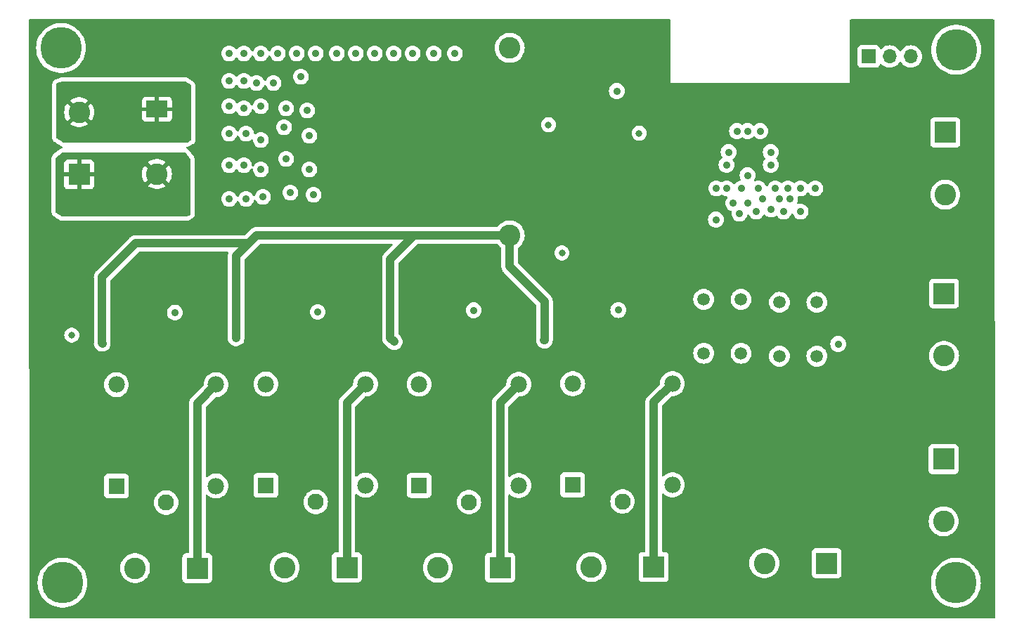
<source format=gbr>
%TF.GenerationSoftware,KiCad,Pcbnew,7.0.8*%
%TF.CreationDate,2024-09-18T17:33:38+05:30*%
%TF.ProjectId,Esp32_relay,45737033-325f-4726-956c-61792e6b6963,rev?*%
%TF.SameCoordinates,Original*%
%TF.FileFunction,Copper,L4,Bot*%
%TF.FilePolarity,Positive*%
%FSLAX46Y46*%
G04 Gerber Fmt 4.6, Leading zero omitted, Abs format (unit mm)*
G04 Created by KiCad (PCBNEW 7.0.8) date 2024-09-18 17:33:38*
%MOMM*%
%LPD*%
G01*
G04 APERTURE LIST*
%TA.AperFunction,ComponentPad*%
%ADD10R,2.600000X2.000000*%
%TD*%
%TA.AperFunction,ComponentPad*%
%ADD11C,2.600000*%
%TD*%
%TA.AperFunction,ComponentPad*%
%ADD12C,1.500000*%
%TD*%
%TA.AperFunction,ComponentPad*%
%ADD13C,5.000000*%
%TD*%
%TA.AperFunction,ComponentPad*%
%ADD14R,1.980000X1.980000*%
%TD*%
%TA.AperFunction,ComponentPad*%
%ADD15C,1.980000*%
%TD*%
%TA.AperFunction,ComponentPad*%
%ADD16C,1.935000*%
%TD*%
%TA.AperFunction,ComponentPad*%
%ADD17R,2.600000X2.600000*%
%TD*%
%TA.AperFunction,ComponentPad*%
%ADD18R,1.700000X1.700000*%
%TD*%
%TA.AperFunction,ComponentPad*%
%ADD19O,1.700000X1.700000*%
%TD*%
%TA.AperFunction,ViaPad*%
%ADD20C,0.900000*%
%TD*%
%TA.AperFunction,ViaPad*%
%ADD21C,0.800000*%
%TD*%
%TA.AperFunction,Conductor*%
%ADD22C,1.000000*%
%TD*%
G04 APERTURE END LIST*
D10*
%TO.P,PS1,1,AC/L*%
%TO.N,/P_AC*%
X82986900Y-57009200D03*
D11*
%TO.P,PS1,2,AC/N*%
%TO.N,/N_AC*%
X82986900Y-64809200D03*
%TO.P,PS1,3,-Vout*%
%TO.N,GND*%
X125486900Y-49609200D03*
%TO.P,PS1,4,+Vout*%
%TO.N,+5V*%
X125486900Y-72209200D03*
%TD*%
D12*
%TO.P,S1,1,1*%
%TO.N,/RESET*%
X162483400Y-80265200D03*
%TO.P,S1,2,2*%
%TO.N,GND*%
X162483400Y-86765200D03*
%TO.P,S1,3,3*%
%TO.N,/RESET*%
X157983400Y-80265200D03*
%TO.P,S1,4,4*%
%TO.N,GND*%
X157983400Y-86765200D03*
%TD*%
D13*
%TO.P,H2,1,1*%
%TO.N,GND*%
X71612800Y-114071400D03*
%TD*%
D14*
%TO.P,K4,A1*%
%TO.N,+5V*%
X133075200Y-102267000D03*
D15*
%TO.P,K4,A2*%
%TO.N,/Relay_4_T*%
X145075200Y-102267000D03*
D16*
%TO.P,K4,COM*%
%TO.N,/COM_4*%
X139075200Y-104267000D03*
D15*
%TO.P,K4,NC*%
%TO.N,unconnected-(K4-PadNC)*%
X133075200Y-90067000D03*
%TO.P,K4,NO*%
%TO.N,/NO_4*%
X145075200Y-90067000D03*
%TD*%
D14*
%TO.P,K3,A1*%
%TO.N,+5V*%
X114578400Y-102344600D03*
D15*
%TO.P,K3,A2*%
%TO.N,/Relay_3_T*%
X126578400Y-102344600D03*
D16*
%TO.P,K3,COM*%
%TO.N,/COM_3*%
X120578400Y-104344600D03*
D15*
%TO.P,K3,NC*%
%TO.N,unconnected-(K3-PadNC)*%
X114578400Y-90144600D03*
%TO.P,K3,NO*%
%TO.N,/NO_3*%
X126578400Y-90144600D03*
%TD*%
D17*
%TO.P,J8,1,Pin_1*%
%TO.N,/Switch_1*%
X163662400Y-111709200D03*
D11*
%TO.P,J8,2,Pin_2*%
%TO.N,GND*%
X156162400Y-111709200D03*
%TD*%
D17*
%TO.P,J9,1,Pin_1*%
%TO.N,/Switch_2*%
X177759400Y-99161600D03*
D11*
%TO.P,J9,2,Pin_2*%
%TO.N,GND*%
X177759400Y-106661600D03*
%TD*%
D14*
%TO.P,K2,A1*%
%TO.N,+5V*%
X96118200Y-102317800D03*
D15*
%TO.P,K2,A2*%
%TO.N,/Relay_2_T*%
X108118200Y-102317800D03*
D16*
%TO.P,K2,COM*%
%TO.N,/COM_2*%
X102118200Y-104317800D03*
D15*
%TO.P,K2,NC*%
%TO.N,unconnected-(K2-PadNC)*%
X96118200Y-90117800D03*
%TO.P,K2,NO*%
%TO.N,/NO_2*%
X108118200Y-90117800D03*
%TD*%
D13*
%TO.P,H4,1,1*%
%TO.N,GND*%
X179232600Y-114071400D03*
%TD*%
%TO.P,H1,1,1*%
%TO.N,GND*%
X71435000Y-49631600D03*
%TD*%
D17*
%TO.P,J2,1,Pin_1*%
%TO.N,/NO_1*%
X87854000Y-112306600D03*
D11*
%TO.P,J2,2,Pin_2*%
%TO.N,/COM_1*%
X80354000Y-112306600D03*
%TD*%
D17*
%TO.P,J1,1,Pin_1*%
%TO.N,/N_AC*%
X73619400Y-64853200D03*
D11*
%TO.P,J1,2,Pin_2*%
%TO.N,/P_AC*%
X73619400Y-57353200D03*
%TD*%
D17*
%TO.P,J3,1,Pin_1*%
%TO.N,/NO_2*%
X105868200Y-112219800D03*
D11*
%TO.P,J3,2,Pin_2*%
%TO.N,/COM_2*%
X98368200Y-112219800D03*
%TD*%
D17*
%TO.P,J7,1,Pin_1*%
%TO.N,/Switch_3*%
X177810200Y-79222600D03*
D11*
%TO.P,J7,2,Pin_2*%
%TO.N,GND*%
X177810200Y-86722600D03*
%TD*%
D13*
%TO.P,H3,1,1*%
%TO.N,GND*%
X179283400Y-49834800D03*
%TD*%
D17*
%TO.P,J5,1,Pin_1*%
%TO.N,/NO_4*%
X142825200Y-112169000D03*
D11*
%TO.P,J5,2,Pin_2*%
%TO.N,/COM_4*%
X135325200Y-112169000D03*
%TD*%
D18*
%TO.P,J6,1,Pin_1*%
%TO.N,GND*%
X168717000Y-50647600D03*
D19*
%TO.P,J6,2,Pin_2*%
%TO.N,/Tx*%
X171257000Y-50647600D03*
%TO.P,J6,3,Pin_3*%
%TO.N,/Rx*%
X173797000Y-50647600D03*
%TD*%
D17*
%TO.P,J10,1,Pin_1*%
%TO.N,/Switch_4*%
X177962600Y-59800800D03*
D11*
%TO.P,J10,2,Pin_2*%
%TO.N,GND*%
X177962600Y-67300800D03*
%TD*%
D14*
%TO.P,K1,A1*%
%TO.N,+5V*%
X78104000Y-102400600D03*
D15*
%TO.P,K1,A2*%
%TO.N,/Relay_1_T*%
X90104000Y-102400600D03*
D16*
%TO.P,K1,COM*%
%TO.N,/COM_1*%
X84104000Y-104400600D03*
D15*
%TO.P,K1,NC*%
%TO.N,unconnected-(K1-PadNC)*%
X78104000Y-90200600D03*
%TO.P,K1,NO*%
%TO.N,/NO_1*%
X90104000Y-90200600D03*
%TD*%
D17*
%TO.P,J4,1,Pin_1*%
%TO.N,/NO_3*%
X124328400Y-112246600D03*
D11*
%TO.P,J4,2,Pin_2*%
%TO.N,/COM_3*%
X116828400Y-112246600D03*
%TD*%
D12*
%TO.P,S2,1,1*%
%TO.N,/EN*%
X153354200Y-79910800D03*
%TO.P,S2,2,2*%
%TO.N,GND*%
X153354200Y-86410800D03*
%TO.P,S2,3,3*%
%TO.N,/EN*%
X148854200Y-79910800D03*
%TO.P,S2,4,4*%
%TO.N,GND*%
X148854200Y-86410800D03*
%TD*%
D20*
%TO.N,GND*%
X104648000Y-50292000D03*
X101854000Y-67310000D03*
X106934000Y-50292000D03*
X85151000Y-81508600D03*
X94996000Y-53848000D03*
X153162000Y-69596000D03*
X151638000Y-66548000D03*
X93472000Y-56896000D03*
X155194000Y-69342000D03*
X109220000Y-50292000D03*
X98552000Y-62992000D03*
X138389400Y-54813200D03*
X102108000Y-50292000D03*
X150368000Y-66548000D03*
X95758000Y-67564000D03*
X91694000Y-59944000D03*
X93472000Y-50292000D03*
X151851400Y-62179200D03*
X151597400Y-63703200D03*
X95504000Y-60706000D03*
X101346000Y-64262000D03*
D21*
X72730400Y-84226400D03*
D20*
X93472000Y-63754000D03*
X101092000Y-57150000D03*
X154137400Y-64973200D03*
X138567200Y-81203800D03*
X121142800Y-81229200D03*
X118872000Y-50292000D03*
X153416000Y-66548000D03*
D21*
X130159800Y-58877200D03*
D20*
X113792000Y-50292000D03*
X111506000Y-50292000D03*
X156931400Y-63703200D03*
X155448000Y-66548000D03*
X95504000Y-56642000D03*
X93726000Y-67818000D03*
X154178000Y-68326000D03*
X162306000Y-66548000D03*
X91694000Y-67818000D03*
X159004000Y-66548000D03*
X101346000Y-60198000D03*
X97536000Y-50292000D03*
D21*
X141081800Y-59893200D03*
D20*
X159258000Y-67818000D03*
X160528000Y-66548000D03*
X91694000Y-53594000D03*
X157988000Y-67818000D03*
X102346800Y-81432400D03*
X91694000Y-56642000D03*
X116332000Y-50292000D03*
X97028000Y-53848000D03*
D21*
X131785400Y-74320400D03*
D20*
X156972000Y-69088000D03*
X152867400Y-59639200D03*
X93726000Y-59944000D03*
X155661400Y-59639200D03*
X150327400Y-70307200D03*
X93472000Y-53594000D03*
X157480000Y-66548000D03*
X156931400Y-62179200D03*
X100330000Y-53086000D03*
X158496000Y-69342000D03*
X95504000Y-50292000D03*
X95504000Y-64262000D03*
X165059400Y-85293200D03*
X91694000Y-50292000D03*
X99822000Y-50292000D03*
X155956000Y-67818000D03*
X99060000Y-67056000D03*
X152400000Y-68326000D03*
X91694000Y-63754000D03*
X154137400Y-59639200D03*
X160528000Y-69342000D03*
X98298000Y-59182000D03*
X98552000Y-56896000D03*
D21*
%TO.N,+3.3V*%
X132395000Y-81661000D03*
X138668800Y-56489600D03*
X139176800Y-65684400D03*
X72730400Y-74015600D03*
D20*
X143919200Y-77361000D03*
D21*
X140370600Y-57861200D03*
X114107000Y-81483200D03*
X138440200Y-63246000D03*
D20*
X167345400Y-77165200D03*
D21*
X139710200Y-63296800D03*
X78826400Y-81635600D03*
X138516400Y-64592200D03*
X139786400Y-64541400D03*
X95590400Y-81762600D03*
D20*
%TO.N,+5V*%
X76413400Y-85217000D03*
X111567000Y-85013800D03*
X129651800Y-84836000D03*
X92542400Y-84556600D03*
%TD*%
D22*
%TO.N,+5V*%
X125486900Y-75972100D02*
X125486900Y-72209200D01*
X125486900Y-72209200D02*
X113980000Y-72209200D01*
X76388000Y-77216000D02*
X80426600Y-73177400D01*
X111109800Y-84556600D02*
X111109800Y-75079400D01*
X76388000Y-85191600D02*
X76388000Y-77216000D01*
X111567000Y-85013800D02*
X111109800Y-84556600D01*
X80426600Y-73177400D02*
X94038000Y-73177400D01*
X129651800Y-84836000D02*
X129677200Y-84810600D01*
X129677200Y-84810600D02*
X129677200Y-80162400D01*
X95006200Y-72209200D02*
X113980000Y-72209200D01*
X111109800Y-75079400D02*
X113980000Y-72209200D01*
X92542400Y-84556600D02*
X92542400Y-74673000D01*
X76413400Y-85217000D02*
X76388000Y-85191600D01*
X92542400Y-74673000D02*
X95006200Y-72209200D01*
X129677200Y-80162400D02*
X125486900Y-75972100D01*
%TO.N,/NO_1*%
X90104000Y-90200600D02*
X87854000Y-92450600D01*
X87854000Y-92450600D02*
X87854000Y-112306600D01*
%TO.N,/NO_2*%
X108118200Y-90117800D02*
X105868200Y-92367800D01*
X105868200Y-92367800D02*
X105868200Y-112219800D01*
%TO.N,/NO_3*%
X124328400Y-92394600D02*
X124328400Y-112246600D01*
X126578400Y-90144600D02*
X124328400Y-92394600D01*
%TO.N,/NO_4*%
X142825200Y-92317000D02*
X142825200Y-112169000D01*
X145075200Y-90067000D02*
X142825200Y-92317000D01*
%TD*%
%TA.AperFunction,Conductor*%
%TO.N,+3.3V*%
G36*
X144809439Y-46193385D02*
G01*
X144855194Y-46246189D01*
X144866400Y-46297700D01*
X144866400Y-53873400D01*
X166456400Y-53873400D01*
X166456400Y-51545470D01*
X167366500Y-51545470D01*
X167366501Y-51545476D01*
X167372908Y-51605083D01*
X167423202Y-51739928D01*
X167423206Y-51739935D01*
X167509452Y-51855144D01*
X167509455Y-51855147D01*
X167624664Y-51941393D01*
X167624671Y-51941397D01*
X167759517Y-51991691D01*
X167759516Y-51991691D01*
X167766444Y-51992435D01*
X167819127Y-51998100D01*
X169614872Y-51998099D01*
X169674483Y-51991691D01*
X169809331Y-51941396D01*
X169924546Y-51855146D01*
X170010796Y-51739931D01*
X170059810Y-51608516D01*
X170101681Y-51552584D01*
X170167145Y-51528166D01*
X170235418Y-51543017D01*
X170263673Y-51564169D01*
X170385599Y-51686095D01*
X170482384Y-51753865D01*
X170579165Y-51821632D01*
X170579167Y-51821633D01*
X170579170Y-51821635D01*
X170793337Y-51921503D01*
X171021592Y-51982663D01*
X171198034Y-51998100D01*
X171256999Y-52003259D01*
X171257000Y-52003259D01*
X171257001Y-52003259D01*
X171315966Y-51998100D01*
X171492408Y-51982663D01*
X171720663Y-51921503D01*
X171934830Y-51821635D01*
X172128401Y-51686095D01*
X172295495Y-51519001D01*
X172425425Y-51333442D01*
X172480002Y-51289817D01*
X172549500Y-51282623D01*
X172611855Y-51314146D01*
X172628575Y-51333442D01*
X172758500Y-51518995D01*
X172758505Y-51519001D01*
X172925599Y-51686095D01*
X173022384Y-51753865D01*
X173119165Y-51821632D01*
X173119167Y-51821633D01*
X173119170Y-51821635D01*
X173333337Y-51921503D01*
X173561592Y-51982663D01*
X173738034Y-51998100D01*
X173796999Y-52003259D01*
X173797000Y-52003259D01*
X173797001Y-52003259D01*
X173855966Y-51998100D01*
X174032408Y-51982663D01*
X174260663Y-51921503D01*
X174474830Y-51821635D01*
X174668401Y-51686095D01*
X174835495Y-51519001D01*
X174971035Y-51325430D01*
X175070903Y-51111263D01*
X175132063Y-50883008D01*
X175152659Y-50647600D01*
X175151620Y-50635730D01*
X175142537Y-50531904D01*
X175132063Y-50412192D01*
X175070903Y-50183937D01*
X174971035Y-49969771D01*
X174965425Y-49961758D01*
X174876530Y-49834803D01*
X176277815Y-49834803D01*
X176298138Y-50183727D01*
X176298139Y-50183738D01*
X176358828Y-50527927D01*
X176358830Y-50527934D01*
X176459074Y-50862772D01*
X176597507Y-51183695D01*
X176597513Y-51183708D01*
X176772270Y-51486397D01*
X176980984Y-51766749D01*
X176980989Y-51766755D01*
X177104863Y-51898053D01*
X177220842Y-52020983D01*
X177373707Y-52149252D01*
X177488586Y-52245647D01*
X177488594Y-52245653D01*
X177780603Y-52437711D01*
X177780607Y-52437713D01*
X178092949Y-52594577D01*
X178421389Y-52714119D01*
X178761486Y-52794723D01*
X179108641Y-52835300D01*
X179108648Y-52835300D01*
X179458152Y-52835300D01*
X179458159Y-52835300D01*
X179805314Y-52794723D01*
X180145411Y-52714119D01*
X180473851Y-52594577D01*
X180786193Y-52437713D01*
X181078211Y-52245649D01*
X181345958Y-52020983D01*
X181585812Y-51766753D01*
X181794530Y-51486396D01*
X181969289Y-51183704D01*
X182107726Y-50862771D01*
X182207969Y-50527936D01*
X182209132Y-50521344D01*
X182268660Y-50183738D01*
X182268659Y-50183738D01*
X182268662Y-50183727D01*
X182288985Y-49834800D01*
X182268662Y-49485873D01*
X182248883Y-49373698D01*
X182207971Y-49141672D01*
X182207969Y-49141665D01*
X182107725Y-48806827D01*
X181969292Y-48485904D01*
X181969289Y-48485896D01*
X181794530Y-48183204D01*
X181692050Y-48045549D01*
X181585815Y-47902850D01*
X181585810Y-47902844D01*
X181394102Y-47699647D01*
X181345958Y-47648617D01*
X181103796Y-47445419D01*
X181078213Y-47423952D01*
X181078205Y-47423946D01*
X180786196Y-47231888D01*
X180473858Y-47075026D01*
X180473852Y-47075023D01*
X180145412Y-46955481D01*
X180145409Y-46955480D01*
X179805315Y-46874877D01*
X179761919Y-46869804D01*
X179458159Y-46834300D01*
X179108641Y-46834300D01*
X178804880Y-46869804D01*
X178761485Y-46874877D01*
X178761483Y-46874877D01*
X178421390Y-46955480D01*
X178421387Y-46955481D01*
X178092947Y-47075023D01*
X178092941Y-47075026D01*
X177780603Y-47231888D01*
X177488594Y-47423946D01*
X177488586Y-47423952D01*
X177220842Y-47648617D01*
X177220840Y-47648619D01*
X176980989Y-47902844D01*
X176980984Y-47902850D01*
X176772270Y-48183202D01*
X176597513Y-48485891D01*
X176597507Y-48485904D01*
X176459074Y-48806827D01*
X176358830Y-49141665D01*
X176358828Y-49141672D01*
X176298139Y-49485861D01*
X176298138Y-49485872D01*
X176277815Y-49834796D01*
X176277815Y-49834803D01*
X174876530Y-49834803D01*
X174835494Y-49776197D01*
X174668402Y-49609106D01*
X174668395Y-49609101D01*
X174474834Y-49473567D01*
X174474830Y-49473565D01*
X174474828Y-49473564D01*
X174260663Y-49373697D01*
X174260659Y-49373696D01*
X174260655Y-49373694D01*
X174032413Y-49312538D01*
X174032403Y-49312536D01*
X173797001Y-49291941D01*
X173796999Y-49291941D01*
X173561596Y-49312536D01*
X173561586Y-49312538D01*
X173333344Y-49373694D01*
X173333335Y-49373698D01*
X173119171Y-49473564D01*
X173119169Y-49473565D01*
X172925597Y-49609105D01*
X172758505Y-49776197D01*
X172628575Y-49961758D01*
X172573998Y-50005383D01*
X172504500Y-50012577D01*
X172442145Y-49981054D01*
X172425425Y-49961758D01*
X172295494Y-49776197D01*
X172128402Y-49609106D01*
X172128395Y-49609101D01*
X171934834Y-49473567D01*
X171934830Y-49473565D01*
X171934828Y-49473564D01*
X171720663Y-49373697D01*
X171720659Y-49373696D01*
X171720655Y-49373694D01*
X171492413Y-49312538D01*
X171492403Y-49312536D01*
X171257001Y-49291941D01*
X171256999Y-49291941D01*
X171021596Y-49312536D01*
X171021586Y-49312538D01*
X170793344Y-49373694D01*
X170793335Y-49373698D01*
X170579171Y-49473564D01*
X170579169Y-49473565D01*
X170385600Y-49609103D01*
X170263673Y-49731030D01*
X170202350Y-49764514D01*
X170132658Y-49759530D01*
X170076725Y-49717658D01*
X170059810Y-49686681D01*
X170010797Y-49555271D01*
X170010793Y-49555264D01*
X169924547Y-49440055D01*
X169924544Y-49440052D01*
X169809335Y-49353806D01*
X169809328Y-49353802D01*
X169674482Y-49303508D01*
X169674483Y-49303508D01*
X169614883Y-49297101D01*
X169614881Y-49297100D01*
X169614873Y-49297100D01*
X169614864Y-49297100D01*
X167819129Y-49297100D01*
X167819123Y-49297101D01*
X167759516Y-49303508D01*
X167624671Y-49353802D01*
X167624664Y-49353806D01*
X167509455Y-49440052D01*
X167509452Y-49440055D01*
X167423206Y-49555264D01*
X167423202Y-49555271D01*
X167372908Y-49690117D01*
X167366501Y-49749716D01*
X167366500Y-49749735D01*
X167366500Y-51545470D01*
X166456400Y-51545470D01*
X166456400Y-46297700D01*
X166476085Y-46230661D01*
X166528889Y-46184906D01*
X166580400Y-46173700D01*
X183735553Y-46173700D01*
X183802592Y-46193385D01*
X183848347Y-46246189D01*
X183859553Y-46297483D01*
X183985245Y-118268683D01*
X183965677Y-118335757D01*
X183912953Y-118381604D01*
X183861245Y-118392900D01*
X67770247Y-118392900D01*
X67703208Y-118373215D01*
X67657453Y-118320411D01*
X67646247Y-118269117D01*
X67638916Y-114071403D01*
X68607215Y-114071403D01*
X68627538Y-114420327D01*
X68627539Y-114420338D01*
X68688228Y-114764527D01*
X68688230Y-114764534D01*
X68788474Y-115099372D01*
X68926907Y-115420295D01*
X68926913Y-115420308D01*
X69101670Y-115722997D01*
X69310384Y-116003349D01*
X69310389Y-116003355D01*
X69434263Y-116134653D01*
X69550242Y-116257583D01*
X69726703Y-116405651D01*
X69817986Y-116482247D01*
X69817994Y-116482253D01*
X70110003Y-116674311D01*
X70110007Y-116674313D01*
X70422349Y-116831177D01*
X70750789Y-116950719D01*
X71090886Y-117031323D01*
X71438041Y-117071900D01*
X71438048Y-117071900D01*
X71787552Y-117071900D01*
X71787559Y-117071900D01*
X72134714Y-117031323D01*
X72474811Y-116950719D01*
X72803251Y-116831177D01*
X73115593Y-116674313D01*
X73407611Y-116482249D01*
X73675358Y-116257583D01*
X73915212Y-116003353D01*
X74123930Y-115722996D01*
X74298689Y-115420304D01*
X74437126Y-115099371D01*
X74537369Y-114764536D01*
X74598062Y-114420327D01*
X74618385Y-114071400D01*
X74617161Y-114050393D01*
X74612106Y-113963593D01*
X74598062Y-113722473D01*
X74596583Y-113714083D01*
X74537371Y-113378272D01*
X74537369Y-113378265D01*
X74533921Y-113366747D01*
X74437126Y-113043429D01*
X74298689Y-112722496D01*
X74123930Y-112419804D01*
X74039656Y-112306604D01*
X78548451Y-112306604D01*
X78568616Y-112575701D01*
X78628664Y-112838788D01*
X78628666Y-112838795D01*
X78714338Y-113057083D01*
X78727257Y-113089998D01*
X78862185Y-113323702D01*
X78961218Y-113447885D01*
X79030442Y-113534689D01*
X79163593Y-113658234D01*
X79228259Y-113718235D01*
X79451226Y-113870251D01*
X79694359Y-113987338D01*
X79952228Y-114066880D01*
X79952229Y-114066880D01*
X79952232Y-114066881D01*
X80219063Y-114107099D01*
X80219068Y-114107099D01*
X80219071Y-114107100D01*
X80219072Y-114107100D01*
X80488928Y-114107100D01*
X80488929Y-114107100D01*
X80488936Y-114107099D01*
X80755767Y-114066881D01*
X80755768Y-114066880D01*
X80755772Y-114066880D01*
X81013641Y-113987338D01*
X81256775Y-113870251D01*
X81479741Y-113718235D01*
X81548463Y-113654470D01*
X86053500Y-113654470D01*
X86053501Y-113654476D01*
X86059908Y-113714083D01*
X86110202Y-113848928D01*
X86110206Y-113848935D01*
X86196452Y-113964144D01*
X86196455Y-113964147D01*
X86311664Y-114050393D01*
X86311671Y-114050397D01*
X86446517Y-114100691D01*
X86446516Y-114100691D01*
X86453444Y-114101435D01*
X86506127Y-114107100D01*
X89201872Y-114107099D01*
X89261483Y-114100691D01*
X89340008Y-114071403D01*
X176227015Y-114071403D01*
X176247338Y-114420327D01*
X176247339Y-114420338D01*
X176308028Y-114764527D01*
X176308030Y-114764534D01*
X176408274Y-115099372D01*
X176546707Y-115420295D01*
X176546713Y-115420308D01*
X176721470Y-115722997D01*
X176930184Y-116003349D01*
X176930189Y-116003355D01*
X177054063Y-116134653D01*
X177170042Y-116257583D01*
X177346503Y-116405651D01*
X177437786Y-116482247D01*
X177437794Y-116482253D01*
X177729803Y-116674311D01*
X177729807Y-116674313D01*
X178042149Y-116831177D01*
X178370589Y-116950719D01*
X178710686Y-117031323D01*
X179057841Y-117071900D01*
X179057848Y-117071900D01*
X179407352Y-117071900D01*
X179407359Y-117071900D01*
X179754514Y-117031323D01*
X180094611Y-116950719D01*
X180423051Y-116831177D01*
X180735393Y-116674313D01*
X181027411Y-116482249D01*
X181295158Y-116257583D01*
X181535012Y-116003353D01*
X181743730Y-115722996D01*
X181918489Y-115420304D01*
X182056926Y-115099371D01*
X182157169Y-114764536D01*
X182217862Y-114420327D01*
X182238185Y-114071400D01*
X182236961Y-114050393D01*
X182231906Y-113963593D01*
X182217862Y-113722473D01*
X182216383Y-113714083D01*
X182157171Y-113378272D01*
X182157169Y-113378265D01*
X182153721Y-113366747D01*
X182056926Y-113043429D01*
X181918489Y-112722496D01*
X181743730Y-112419804D01*
X181659453Y-112306600D01*
X181535015Y-112139450D01*
X181535010Y-112139444D01*
X181356935Y-111950697D01*
X181295158Y-111885217D01*
X181091591Y-111714404D01*
X181027413Y-111660552D01*
X181027405Y-111660546D01*
X180735396Y-111468488D01*
X180423058Y-111311626D01*
X180423052Y-111311623D01*
X180094612Y-111192081D01*
X180094609Y-111192080D01*
X179754515Y-111111477D01*
X179711119Y-111106404D01*
X179407359Y-111070900D01*
X179057841Y-111070900D01*
X178754080Y-111106404D01*
X178710685Y-111111477D01*
X178710683Y-111111477D01*
X178370590Y-111192080D01*
X178370587Y-111192081D01*
X178042147Y-111311623D01*
X178042141Y-111311626D01*
X177729803Y-111468488D01*
X177437794Y-111660546D01*
X177437786Y-111660552D01*
X177170042Y-111885217D01*
X177170040Y-111885219D01*
X176930189Y-112139444D01*
X176930184Y-112139450D01*
X176721470Y-112419802D01*
X176546713Y-112722491D01*
X176546707Y-112722504D01*
X176408274Y-113043427D01*
X176308030Y-113378265D01*
X176308028Y-113378272D01*
X176247339Y-113722461D01*
X176247338Y-113722472D01*
X176227015Y-114071396D01*
X176227015Y-114071403D01*
X89340008Y-114071403D01*
X89396331Y-114050396D01*
X89511546Y-113964146D01*
X89597796Y-113848931D01*
X89648091Y-113714083D01*
X89654500Y-113654473D01*
X89654499Y-112219804D01*
X96562651Y-112219804D01*
X96582816Y-112488901D01*
X96642864Y-112751988D01*
X96642866Y-112751995D01*
X96741457Y-113003198D01*
X96876385Y-113236902D01*
X96989118Y-113378264D01*
X97044642Y-113447889D01*
X97202634Y-113594483D01*
X97242459Y-113631435D01*
X97465426Y-113783451D01*
X97708559Y-113900538D01*
X97966428Y-113980080D01*
X97966429Y-113980080D01*
X97966432Y-113980081D01*
X98233263Y-114020299D01*
X98233268Y-114020299D01*
X98233271Y-114020300D01*
X98233272Y-114020300D01*
X98503128Y-114020300D01*
X98503129Y-114020300D01*
X98503136Y-114020299D01*
X98769967Y-113980081D01*
X98769968Y-113980080D01*
X98769972Y-113980080D01*
X99027841Y-113900538D01*
X99219965Y-113808016D01*
X99270967Y-113783455D01*
X99270967Y-113783454D01*
X99270975Y-113783451D01*
X99493941Y-113631435D01*
X99562663Y-113567670D01*
X104067700Y-113567670D01*
X104067701Y-113567676D01*
X104074108Y-113627283D01*
X104124402Y-113762128D01*
X104124406Y-113762135D01*
X104210652Y-113877344D01*
X104210655Y-113877347D01*
X104325864Y-113963593D01*
X104325871Y-113963597D01*
X104460717Y-114013891D01*
X104460716Y-114013891D01*
X104467644Y-114014635D01*
X104520327Y-114020300D01*
X107216072Y-114020299D01*
X107275683Y-114013891D01*
X107410531Y-113963596D01*
X107525746Y-113877346D01*
X107611996Y-113762131D01*
X107662291Y-113627283D01*
X107668700Y-113567673D01*
X107668700Y-112246604D01*
X115022851Y-112246604D01*
X115043016Y-112515701D01*
X115103064Y-112778788D01*
X115103066Y-112778795D01*
X115191138Y-113003198D01*
X115201657Y-113029998D01*
X115336585Y-113263702D01*
X115437255Y-113389938D01*
X115504842Y-113474689D01*
X115673774Y-113631434D01*
X115702659Y-113658235D01*
X115925626Y-113810251D01*
X116168759Y-113927338D01*
X116426628Y-114006880D01*
X116426629Y-114006880D01*
X116426632Y-114006881D01*
X116693463Y-114047099D01*
X116693468Y-114047099D01*
X116693471Y-114047100D01*
X116693472Y-114047100D01*
X116963328Y-114047100D01*
X116963329Y-114047100D01*
X116963336Y-114047099D01*
X117230167Y-114006881D01*
X117230168Y-114006880D01*
X117230172Y-114006880D01*
X117488041Y-113927338D01*
X117731175Y-113810251D01*
X117954141Y-113658235D01*
X118022863Y-113594470D01*
X122527900Y-113594470D01*
X122527901Y-113594476D01*
X122534308Y-113654083D01*
X122584602Y-113788928D01*
X122584606Y-113788935D01*
X122670852Y-113904144D01*
X122670855Y-113904147D01*
X122786064Y-113990393D01*
X122786071Y-113990397D01*
X122920917Y-114040691D01*
X122920916Y-114040691D01*
X122927844Y-114041435D01*
X122980527Y-114047100D01*
X125676272Y-114047099D01*
X125735883Y-114040691D01*
X125870731Y-113990396D01*
X125985946Y-113904146D01*
X126072196Y-113788931D01*
X126122491Y-113654083D01*
X126128900Y-113594473D01*
X126128899Y-112169004D01*
X133519651Y-112169004D01*
X133539816Y-112438101D01*
X133599864Y-112701188D01*
X133599866Y-112701195D01*
X133692525Y-112937285D01*
X133698457Y-112952398D01*
X133833385Y-113186102D01*
X133943117Y-113323701D01*
X134001642Y-113397089D01*
X134185500Y-113567683D01*
X134199459Y-113580635D01*
X134422426Y-113732651D01*
X134665559Y-113849738D01*
X134923428Y-113929280D01*
X134923429Y-113929280D01*
X134923432Y-113929281D01*
X135190263Y-113969499D01*
X135190268Y-113969499D01*
X135190271Y-113969500D01*
X135190272Y-113969500D01*
X135460128Y-113969500D01*
X135460129Y-113969500D01*
X135460136Y-113969499D01*
X135726967Y-113929281D01*
X135726968Y-113929280D01*
X135726972Y-113929280D01*
X135984841Y-113849738D01*
X136227975Y-113732651D01*
X136450941Y-113580635D01*
X136519663Y-113516870D01*
X141024700Y-113516870D01*
X141024701Y-113516876D01*
X141031108Y-113576483D01*
X141081402Y-113711328D01*
X141081406Y-113711335D01*
X141167652Y-113826544D01*
X141167655Y-113826547D01*
X141282864Y-113912793D01*
X141282871Y-113912797D01*
X141417717Y-113963091D01*
X141417716Y-113963091D01*
X141422386Y-113963593D01*
X141477327Y-113969500D01*
X144173072Y-113969499D01*
X144232683Y-113963091D01*
X144367531Y-113912796D01*
X144482746Y-113826546D01*
X144568996Y-113711331D01*
X144619291Y-113576483D01*
X144625700Y-113516873D01*
X144625699Y-111709204D01*
X154356851Y-111709204D01*
X154377016Y-111978301D01*
X154437064Y-112241388D01*
X154437066Y-112241395D01*
X154535656Y-112492596D01*
X154535658Y-112492600D01*
X154564170Y-112541984D01*
X154670585Y-112726302D01*
X154712447Y-112778795D01*
X154838842Y-112937289D01*
X155003427Y-113090000D01*
X155036659Y-113120835D01*
X155259626Y-113272851D01*
X155502759Y-113389938D01*
X155760628Y-113469480D01*
X155760629Y-113469480D01*
X155760632Y-113469481D01*
X156027463Y-113509699D01*
X156027468Y-113509699D01*
X156027471Y-113509700D01*
X156027472Y-113509700D01*
X156297328Y-113509700D01*
X156297329Y-113509700D01*
X156297336Y-113509699D01*
X156564167Y-113469481D01*
X156564168Y-113469480D01*
X156564172Y-113469480D01*
X156822041Y-113389938D01*
X157065175Y-113272851D01*
X157288141Y-113120835D01*
X157356863Y-113057070D01*
X161861900Y-113057070D01*
X161861901Y-113057076D01*
X161868308Y-113116683D01*
X161918602Y-113251528D01*
X161918606Y-113251535D01*
X162004852Y-113366744D01*
X162004855Y-113366747D01*
X162120064Y-113452993D01*
X162120071Y-113452997D01*
X162254917Y-113503291D01*
X162254916Y-113503291D01*
X162261844Y-113504035D01*
X162314527Y-113509700D01*
X165010272Y-113509699D01*
X165069883Y-113503291D01*
X165204731Y-113452996D01*
X165319946Y-113366746D01*
X165406196Y-113251531D01*
X165456491Y-113116683D01*
X165462900Y-113057073D01*
X165462899Y-110361328D01*
X165456491Y-110301717D01*
X165454942Y-110297565D01*
X165406197Y-110166871D01*
X165406193Y-110166864D01*
X165319947Y-110051655D01*
X165319944Y-110051652D01*
X165204735Y-109965406D01*
X165204728Y-109965402D01*
X165069882Y-109915108D01*
X165069883Y-109915108D01*
X165010283Y-109908701D01*
X165010281Y-109908700D01*
X165010273Y-109908700D01*
X165010264Y-109908700D01*
X162314529Y-109908700D01*
X162314523Y-109908701D01*
X162254916Y-109915108D01*
X162120071Y-109965402D01*
X162120064Y-109965406D01*
X162004855Y-110051652D01*
X162004852Y-110051655D01*
X161918606Y-110166864D01*
X161918602Y-110166871D01*
X161868308Y-110301717D01*
X161861901Y-110361316D01*
X161861901Y-110361323D01*
X161861900Y-110361335D01*
X161861900Y-113057070D01*
X157356863Y-113057070D01*
X157485961Y-112937285D01*
X157654215Y-112726302D01*
X157789143Y-112492598D01*
X157887734Y-112241395D01*
X157947783Y-111978303D01*
X157963063Y-111774404D01*
X157967949Y-111709204D01*
X157967949Y-111709195D01*
X157949910Y-111468487D01*
X157947783Y-111440097D01*
X157887734Y-111177005D01*
X157789143Y-110925802D01*
X157654215Y-110692098D01*
X157485961Y-110481115D01*
X157485960Y-110481114D01*
X157485957Y-110481110D01*
X157288141Y-110297565D01*
X157210309Y-110244500D01*
X157065175Y-110145549D01*
X157065169Y-110145546D01*
X157065168Y-110145545D01*
X157065167Y-110145544D01*
X156822043Y-110028463D01*
X156822045Y-110028463D01*
X156564173Y-109948920D01*
X156564167Y-109948918D01*
X156297336Y-109908700D01*
X156297329Y-109908700D01*
X156027471Y-109908700D01*
X156027463Y-109908700D01*
X155760632Y-109948918D01*
X155760626Y-109948920D01*
X155502758Y-110028462D01*
X155259630Y-110145546D01*
X155036658Y-110297565D01*
X154838842Y-110481110D01*
X154670585Y-110692098D01*
X154535658Y-110925799D01*
X154535656Y-110925803D01*
X154437066Y-111177004D01*
X154437064Y-111177011D01*
X154377016Y-111440098D01*
X154356851Y-111709195D01*
X154356851Y-111709204D01*
X144625699Y-111709204D01*
X144625699Y-110821128D01*
X144619291Y-110761517D01*
X144617742Y-110757365D01*
X144568997Y-110626671D01*
X144568993Y-110626664D01*
X144482747Y-110511455D01*
X144482744Y-110511452D01*
X144367535Y-110425206D01*
X144367528Y-110425202D01*
X144232682Y-110374908D01*
X144232683Y-110374908D01*
X144173083Y-110368501D01*
X144173081Y-110368500D01*
X144173073Y-110368500D01*
X144173065Y-110368500D01*
X143949700Y-110368500D01*
X143882661Y-110348815D01*
X143836906Y-110296011D01*
X143825700Y-110244500D01*
X143825700Y-106661604D01*
X175953851Y-106661604D01*
X175974016Y-106930701D01*
X176034064Y-107193788D01*
X176034066Y-107193795D01*
X176132657Y-107444998D01*
X176267585Y-107678702D01*
X176403480Y-107849109D01*
X176435842Y-107889689D01*
X176622583Y-108062958D01*
X176633659Y-108073235D01*
X176856626Y-108225251D01*
X177099759Y-108342338D01*
X177357628Y-108421880D01*
X177357629Y-108421880D01*
X177357632Y-108421881D01*
X177624463Y-108462099D01*
X177624468Y-108462099D01*
X177624471Y-108462100D01*
X177624472Y-108462100D01*
X177894328Y-108462100D01*
X177894329Y-108462100D01*
X177894336Y-108462099D01*
X178161167Y-108421881D01*
X178161168Y-108421880D01*
X178161172Y-108421880D01*
X178419041Y-108342338D01*
X178662175Y-108225251D01*
X178885141Y-108073235D01*
X179082961Y-107889685D01*
X179251215Y-107678702D01*
X179386143Y-107444998D01*
X179484734Y-107193795D01*
X179544783Y-106930703D01*
X179564949Y-106661600D01*
X179544783Y-106392497D01*
X179484734Y-106129405D01*
X179386143Y-105878202D01*
X179251215Y-105644498D01*
X179082961Y-105433515D01*
X179082960Y-105433514D01*
X179082957Y-105433510D01*
X178885141Y-105249965D01*
X178884239Y-105249350D01*
X178662175Y-105097949D01*
X178662169Y-105097946D01*
X178662168Y-105097945D01*
X178662167Y-105097944D01*
X178419043Y-104980863D01*
X178419045Y-104980863D01*
X178161173Y-104901320D01*
X178161167Y-104901318D01*
X177894336Y-104861100D01*
X177894329Y-104861100D01*
X177624471Y-104861100D01*
X177624463Y-104861100D01*
X177357632Y-104901318D01*
X177357626Y-104901320D01*
X177099758Y-104980862D01*
X176856630Y-105097946D01*
X176633658Y-105249965D01*
X176435842Y-105433510D01*
X176267585Y-105644498D01*
X176132658Y-105878199D01*
X176132656Y-105878203D01*
X176034066Y-106129404D01*
X176034064Y-106129411D01*
X175974016Y-106392498D01*
X175953851Y-106661595D01*
X175953851Y-106661604D01*
X143825700Y-106661604D01*
X143825700Y-103428175D01*
X143845385Y-103361136D01*
X143898189Y-103315381D01*
X143967347Y-103305437D01*
X144030903Y-103334462D01*
X144040930Y-103344193D01*
X144062249Y-103367352D01*
X144062258Y-103367360D01*
X144257171Y-103519067D01*
X144257177Y-103519071D01*
X144257180Y-103519073D01*
X144400572Y-103596673D01*
X144467565Y-103632928D01*
X144474421Y-103636638D01*
X144595736Y-103678285D01*
X144708046Y-103716842D01*
X144708048Y-103716842D01*
X144708050Y-103716843D01*
X144951694Y-103757500D01*
X144951695Y-103757500D01*
X145198705Y-103757500D01*
X145198706Y-103757500D01*
X145442350Y-103716843D01*
X145675979Y-103636638D01*
X145893220Y-103519073D01*
X145910306Y-103505775D01*
X145958759Y-103468062D01*
X146088148Y-103367355D01*
X146255445Y-103185621D01*
X146390548Y-102978831D01*
X146489772Y-102752623D01*
X146550410Y-102513169D01*
X146564378Y-102344600D01*
X146570808Y-102267005D01*
X146570808Y-102266994D01*
X146550410Y-102020834D01*
X146550410Y-102020831D01*
X146489772Y-101781377D01*
X146390548Y-101555169D01*
X146255445Y-101348379D01*
X146088148Y-101166645D01*
X146088143Y-101166641D01*
X146088141Y-101166639D01*
X145893228Y-101014932D01*
X145893222Y-101014928D01*
X145675980Y-100897362D01*
X145675971Y-100897359D01*
X145442353Y-100817157D01*
X145237107Y-100782908D01*
X145198706Y-100776500D01*
X144951694Y-100776500D01*
X144913293Y-100782908D01*
X144708046Y-100817157D01*
X144474428Y-100897359D01*
X144474419Y-100897362D01*
X144257177Y-101014928D01*
X144257171Y-101014932D01*
X144062258Y-101166639D01*
X144062254Y-101166643D01*
X144040929Y-101189808D01*
X143981041Y-101225798D01*
X143911203Y-101223697D01*
X143853588Y-101184172D01*
X143826487Y-101119772D01*
X143825700Y-101105824D01*
X143825700Y-100509470D01*
X175958900Y-100509470D01*
X175958901Y-100509476D01*
X175965308Y-100569083D01*
X176015602Y-100703928D01*
X176015606Y-100703935D01*
X176101852Y-100819144D01*
X176101855Y-100819147D01*
X176217064Y-100905393D01*
X176217071Y-100905397D01*
X176351917Y-100955691D01*
X176351916Y-100955691D01*
X176358844Y-100956435D01*
X176411527Y-100962100D01*
X179107272Y-100962099D01*
X179166883Y-100955691D01*
X179301731Y-100905396D01*
X179416946Y-100819146D01*
X179503196Y-100703931D01*
X179553491Y-100569083D01*
X179559900Y-100509473D01*
X179559899Y-97813728D01*
X179553491Y-97754117D01*
X179503196Y-97619269D01*
X179503195Y-97619268D01*
X179503193Y-97619264D01*
X179416947Y-97504055D01*
X179416944Y-97504052D01*
X179301735Y-97417806D01*
X179301728Y-97417802D01*
X179166882Y-97367508D01*
X179166883Y-97367508D01*
X179107283Y-97361101D01*
X179107281Y-97361100D01*
X179107273Y-97361100D01*
X179107264Y-97361100D01*
X176411529Y-97361100D01*
X176411523Y-97361101D01*
X176351916Y-97367508D01*
X176217071Y-97417802D01*
X176217064Y-97417806D01*
X176101855Y-97504052D01*
X176101852Y-97504055D01*
X176015606Y-97619264D01*
X176015602Y-97619271D01*
X175965308Y-97754117D01*
X175958901Y-97813716D01*
X175958901Y-97813723D01*
X175958900Y-97813735D01*
X175958900Y-100509470D01*
X143825700Y-100509470D01*
X143825700Y-92782783D01*
X143845385Y-92715744D01*
X143862019Y-92695102D01*
X144963302Y-91593819D01*
X145024625Y-91560334D01*
X145050983Y-91557500D01*
X145198705Y-91557500D01*
X145198706Y-91557500D01*
X145442350Y-91516843D01*
X145675979Y-91436638D01*
X145893220Y-91319073D01*
X146088148Y-91167355D01*
X146255445Y-90985621D01*
X146390548Y-90778831D01*
X146489772Y-90552623D01*
X146550410Y-90313169D01*
X146564378Y-90144597D01*
X146570808Y-90067005D01*
X146570808Y-90066994D01*
X146550410Y-89820834D01*
X146550410Y-89820831D01*
X146489772Y-89581377D01*
X146390548Y-89355169D01*
X146255445Y-89148379D01*
X146088148Y-88966645D01*
X146088143Y-88966641D01*
X146088141Y-88966639D01*
X145893228Y-88814932D01*
X145893222Y-88814928D01*
X145675980Y-88697362D01*
X145675971Y-88697359D01*
X145442353Y-88617157D01*
X145259617Y-88586664D01*
X145198706Y-88576500D01*
X144951694Y-88576500D01*
X144902965Y-88584631D01*
X144708046Y-88617157D01*
X144474428Y-88697359D01*
X144474419Y-88697362D01*
X144257177Y-88814928D01*
X144257171Y-88814932D01*
X144062258Y-88966639D01*
X144062255Y-88966642D01*
X143894952Y-89148382D01*
X143759850Y-89355172D01*
X143660628Y-89581376D01*
X143599989Y-89820834D01*
X143588919Y-89954434D01*
X143579592Y-90067000D01*
X143580503Y-90077999D01*
X143581020Y-90084236D01*
X143566937Y-90152672D01*
X143545124Y-90182154D01*
X142126732Y-91600546D01*
X142062146Y-91661942D01*
X142027099Y-91712294D01*
X142024262Y-91716056D01*
X141985502Y-91763592D01*
X141985499Y-91763597D01*
X141969592Y-91794047D01*
X141965524Y-91800761D01*
X141945902Y-91828954D01*
X141921709Y-91885330D01*
X141919688Y-91889584D01*
X141891291Y-91943951D01*
X141891290Y-91943952D01*
X141881840Y-91976975D01*
X141879207Y-91984371D01*
X141865659Y-92015943D01*
X141853313Y-92076019D01*
X141852190Y-92080595D01*
X141835313Y-92139577D01*
X141835313Y-92139579D01*
X141832703Y-92173841D01*
X141831614Y-92181608D01*
X141829812Y-92190382D01*
X141824700Y-92215258D01*
X141824700Y-92276597D01*
X141824521Y-92281306D01*
X141819862Y-92342474D01*
X141821356Y-92354197D01*
X141824203Y-92376560D01*
X141824700Y-92384388D01*
X141824700Y-110244500D01*
X141805015Y-110311539D01*
X141752211Y-110357294D01*
X141700701Y-110368500D01*
X141477330Y-110368500D01*
X141477323Y-110368501D01*
X141417716Y-110374908D01*
X141282871Y-110425202D01*
X141282864Y-110425206D01*
X141167655Y-110511452D01*
X141167652Y-110511455D01*
X141081406Y-110626664D01*
X141081402Y-110626671D01*
X141031108Y-110761517D01*
X141025647Y-110812316D01*
X141024701Y-110821123D01*
X141024700Y-110821135D01*
X141024700Y-113516870D01*
X136519663Y-113516870D01*
X136648761Y-113397085D01*
X136817015Y-113186102D01*
X136951943Y-112952398D01*
X137050534Y-112701195D01*
X137110583Y-112438103D01*
X137125324Y-112241395D01*
X137130749Y-112169004D01*
X137130749Y-112168995D01*
X137110583Y-111899898D01*
X137107232Y-111885217D01*
X137050534Y-111636805D01*
X136951943Y-111385602D01*
X136817015Y-111151898D01*
X136648761Y-110940915D01*
X136648760Y-110940914D01*
X136648757Y-110940910D01*
X136450941Y-110757365D01*
X136429789Y-110742944D01*
X136227975Y-110605349D01*
X136227969Y-110605346D01*
X136227968Y-110605345D01*
X136227967Y-110605344D01*
X135984843Y-110488263D01*
X135984845Y-110488263D01*
X135726973Y-110408720D01*
X135726967Y-110408718D01*
X135460136Y-110368500D01*
X135460129Y-110368500D01*
X135190271Y-110368500D01*
X135190263Y-110368500D01*
X134923432Y-110408718D01*
X134923426Y-110408720D01*
X134665558Y-110488262D01*
X134422430Y-110605346D01*
X134199458Y-110757365D01*
X134001642Y-110940910D01*
X133833385Y-111151898D01*
X133698458Y-111385599D01*
X133698456Y-111385603D01*
X133599866Y-111636804D01*
X133599864Y-111636811D01*
X133539816Y-111899898D01*
X133519651Y-112168995D01*
X133519651Y-112169004D01*
X126128899Y-112169004D01*
X126128899Y-110898728D01*
X126122491Y-110839117D01*
X126120942Y-110834965D01*
X126072197Y-110704271D01*
X126072193Y-110704264D01*
X125985947Y-110589055D01*
X125985944Y-110589052D01*
X125870735Y-110502806D01*
X125870728Y-110502802D01*
X125735882Y-110452508D01*
X125735883Y-110452508D01*
X125676283Y-110446101D01*
X125676281Y-110446100D01*
X125676273Y-110446100D01*
X125676265Y-110446100D01*
X125452900Y-110446100D01*
X125385861Y-110426415D01*
X125340106Y-110373611D01*
X125328900Y-110322100D01*
X125328900Y-104267005D01*
X137602169Y-104267005D01*
X137622257Y-104509445D01*
X137622259Y-104509456D01*
X137681981Y-104745292D01*
X137779708Y-104968086D01*
X137866993Y-105101685D01*
X137912772Y-105171754D01*
X138077543Y-105350744D01*
X138269528Y-105500172D01*
X138483490Y-105615962D01*
X138566612Y-105644498D01*
X138713588Y-105694956D01*
X138713590Y-105694956D01*
X138713592Y-105694957D01*
X138953558Y-105735000D01*
X138953559Y-105735000D01*
X139196841Y-105735000D01*
X139196842Y-105735000D01*
X139436808Y-105694957D01*
X139666910Y-105615962D01*
X139880872Y-105500172D01*
X140072857Y-105350744D01*
X140237628Y-105171754D01*
X140370692Y-104968085D01*
X140468418Y-104745292D01*
X140528141Y-104509453D01*
X140528142Y-104509445D01*
X140548231Y-104267005D01*
X140548231Y-104266994D01*
X140528142Y-104024554D01*
X140528140Y-104024543D01*
X140468418Y-103788707D01*
X140372427Y-103569871D01*
X140370692Y-103565915D01*
X140360382Y-103550135D01*
X140237630Y-103362249D01*
X140237629Y-103362248D01*
X140237628Y-103362246D01*
X140072857Y-103183256D01*
X139980574Y-103111429D01*
X139880874Y-103033829D01*
X139880869Y-103033826D01*
X139666916Y-102918041D01*
X139666913Y-102918040D01*
X139666910Y-102918038D01*
X139666904Y-102918036D01*
X139666902Y-102918035D01*
X139436811Y-102839043D01*
X139256833Y-102809010D01*
X139196842Y-102799000D01*
X138953558Y-102799000D01*
X138905564Y-102807008D01*
X138713588Y-102839043D01*
X138483497Y-102918035D01*
X138483483Y-102918041D01*
X138269530Y-103033826D01*
X138269525Y-103033829D01*
X138077545Y-103183254D01*
X137912769Y-103362249D01*
X137779708Y-103565913D01*
X137681981Y-103788707D01*
X137622259Y-104024543D01*
X137622257Y-104024554D01*
X137602169Y-104266994D01*
X137602169Y-104267005D01*
X125328900Y-104267005D01*
X125328900Y-103505775D01*
X125348585Y-103438736D01*
X125401389Y-103392981D01*
X125470547Y-103383037D01*
X125534103Y-103412062D01*
X125544130Y-103421793D01*
X125565449Y-103444952D01*
X125565458Y-103444960D01*
X125760371Y-103596667D01*
X125760377Y-103596671D01*
X125760380Y-103596673D01*
X125977621Y-103714238D01*
X126084970Y-103751091D01*
X126211246Y-103794442D01*
X126211248Y-103794442D01*
X126211250Y-103794443D01*
X126454894Y-103835100D01*
X126454895Y-103835100D01*
X126701905Y-103835100D01*
X126701906Y-103835100D01*
X126945550Y-103794443D01*
X127179179Y-103714238D01*
X127396420Y-103596673D01*
X127421780Y-103576935D01*
X127496123Y-103519071D01*
X127591348Y-103444955D01*
X127720305Y-103304870D01*
X131584700Y-103304870D01*
X131584701Y-103304876D01*
X131591108Y-103364483D01*
X131641402Y-103499328D01*
X131641406Y-103499335D01*
X131727652Y-103614544D01*
X131727655Y-103614547D01*
X131842864Y-103700793D01*
X131842871Y-103700797D01*
X131977717Y-103751091D01*
X131977716Y-103751091D01*
X131982386Y-103751593D01*
X132037327Y-103757500D01*
X134113072Y-103757499D01*
X134172683Y-103751091D01*
X134307531Y-103700796D01*
X134422746Y-103614546D01*
X134508996Y-103499331D01*
X134559291Y-103364483D01*
X134565700Y-103304873D01*
X134565699Y-101229128D01*
X134560499Y-101180757D01*
X134559291Y-101169516D01*
X134508997Y-101034671D01*
X134508993Y-101034664D01*
X134422747Y-100919455D01*
X134422744Y-100919452D01*
X134307535Y-100833206D01*
X134307528Y-100833202D01*
X134172682Y-100782908D01*
X134172683Y-100782908D01*
X134113083Y-100776501D01*
X134113081Y-100776500D01*
X134113073Y-100776500D01*
X134113064Y-100776500D01*
X132037329Y-100776500D01*
X132037323Y-100776501D01*
X131977716Y-100782908D01*
X131842871Y-100833202D01*
X131842864Y-100833206D01*
X131727655Y-100919452D01*
X131727652Y-100919455D01*
X131641406Y-101034664D01*
X131641402Y-101034671D01*
X131591108Y-101169517D01*
X131585956Y-101217442D01*
X131584701Y-101229123D01*
X131584700Y-101229135D01*
X131584700Y-103304870D01*
X127720305Y-103304870D01*
X127758645Y-103263221D01*
X127893748Y-103056431D01*
X127992972Y-102830223D01*
X128053610Y-102590769D01*
X128062675Y-102481360D01*
X128074008Y-102344605D01*
X128074008Y-102344594D01*
X128060409Y-102180487D01*
X128053610Y-102098431D01*
X127992972Y-101858977D01*
X127893748Y-101632769D01*
X127758645Y-101425979D01*
X127591348Y-101244245D01*
X127591343Y-101244241D01*
X127591341Y-101244239D01*
X127396428Y-101092532D01*
X127396422Y-101092528D01*
X127179180Y-100974962D01*
X127179171Y-100974959D01*
X126945553Y-100894757D01*
X126740307Y-100860508D01*
X126701906Y-100854100D01*
X126454894Y-100854100D01*
X126416493Y-100860508D01*
X126211246Y-100894757D01*
X125977628Y-100974959D01*
X125977619Y-100974962D01*
X125760377Y-101092528D01*
X125760371Y-101092532D01*
X125565458Y-101244239D01*
X125565454Y-101244243D01*
X125544129Y-101267408D01*
X125484241Y-101303398D01*
X125414403Y-101301297D01*
X125356788Y-101261772D01*
X125329687Y-101197372D01*
X125328900Y-101183424D01*
X125328900Y-92860383D01*
X125348585Y-92793344D01*
X125365219Y-92772702D01*
X126466502Y-91671419D01*
X126527825Y-91637934D01*
X126554183Y-91635100D01*
X126701905Y-91635100D01*
X126701906Y-91635100D01*
X126945550Y-91594443D01*
X127179179Y-91514238D01*
X127396420Y-91396673D01*
X127430861Y-91369867D01*
X127496123Y-91319071D01*
X127591348Y-91244955D01*
X127758645Y-91063221D01*
X127893748Y-90856431D01*
X127992972Y-90630223D01*
X128053610Y-90390769D01*
X128069130Y-90203472D01*
X128074008Y-90144605D01*
X128074008Y-90144594D01*
X128067578Y-90067005D01*
X131579592Y-90067005D01*
X131599989Y-90313165D01*
X131660628Y-90552623D01*
X131694666Y-90630223D01*
X131759852Y-90778831D01*
X131894955Y-90985621D01*
X132062252Y-91167355D01*
X132062255Y-91167357D01*
X132062258Y-91167360D01*
X132257171Y-91319067D01*
X132257177Y-91319071D01*
X132257180Y-91319073D01*
X132474421Y-91436638D01*
X132595736Y-91478285D01*
X132708046Y-91516842D01*
X132708048Y-91516842D01*
X132708050Y-91516843D01*
X132951694Y-91557500D01*
X132951695Y-91557500D01*
X133198705Y-91557500D01*
X133198706Y-91557500D01*
X133442350Y-91516843D01*
X133675979Y-91436638D01*
X133893220Y-91319073D01*
X134088148Y-91167355D01*
X134255445Y-90985621D01*
X134390548Y-90778831D01*
X134489772Y-90552623D01*
X134550410Y-90313169D01*
X134564378Y-90144597D01*
X134570808Y-90067005D01*
X134570808Y-90066994D01*
X134550410Y-89820834D01*
X134550410Y-89820831D01*
X134489772Y-89581377D01*
X134390548Y-89355169D01*
X134255445Y-89148379D01*
X134088148Y-88966645D01*
X134088143Y-88966641D01*
X134088141Y-88966639D01*
X133893228Y-88814932D01*
X133893222Y-88814928D01*
X133675980Y-88697362D01*
X133675971Y-88697359D01*
X133442353Y-88617157D01*
X133259617Y-88586664D01*
X133198706Y-88576500D01*
X132951694Y-88576500D01*
X132902965Y-88584631D01*
X132708046Y-88617157D01*
X132474428Y-88697359D01*
X132474419Y-88697362D01*
X132257177Y-88814928D01*
X132257171Y-88814932D01*
X132062258Y-88966639D01*
X132062255Y-88966642D01*
X131894952Y-89148382D01*
X131759850Y-89355172D01*
X131660628Y-89581376D01*
X131599989Y-89820834D01*
X131579592Y-90066994D01*
X131579592Y-90067005D01*
X128067578Y-90067005D01*
X128060409Y-89980487D01*
X128053610Y-89898431D01*
X127992972Y-89658977D01*
X127893748Y-89432769D01*
X127758645Y-89225979D01*
X127591348Y-89044245D01*
X127591343Y-89044241D01*
X127591341Y-89044239D01*
X127396428Y-88892532D01*
X127396422Y-88892528D01*
X127179180Y-88774962D01*
X127179171Y-88774959D01*
X126945553Y-88694757D01*
X126762817Y-88664264D01*
X126701906Y-88654100D01*
X126454894Y-88654100D01*
X126406165Y-88662231D01*
X126211246Y-88694757D01*
X125977628Y-88774959D01*
X125977619Y-88774962D01*
X125760377Y-88892528D01*
X125760371Y-88892532D01*
X125565458Y-89044239D01*
X125565455Y-89044242D01*
X125565452Y-89044244D01*
X125565452Y-89044245D01*
X125513901Y-89100245D01*
X125398152Y-89225982D01*
X125263050Y-89432772D01*
X125163828Y-89658976D01*
X125103189Y-89898434D01*
X125082792Y-90144594D01*
X125082792Y-90144600D01*
X125083461Y-90152672D01*
X125084220Y-90161836D01*
X125070137Y-90230272D01*
X125048324Y-90259754D01*
X123629932Y-91678146D01*
X123565346Y-91739542D01*
X123530299Y-91789894D01*
X123527462Y-91793656D01*
X123488702Y-91841192D01*
X123488699Y-91841197D01*
X123472792Y-91871647D01*
X123468724Y-91878361D01*
X123449102Y-91906554D01*
X123424909Y-91962930D01*
X123422888Y-91967184D01*
X123394491Y-92021551D01*
X123394490Y-92021552D01*
X123385040Y-92054575D01*
X123382407Y-92061971D01*
X123368859Y-92093543D01*
X123356513Y-92153619D01*
X123355390Y-92158195D01*
X123338513Y-92217177D01*
X123338513Y-92217179D01*
X123335903Y-92251441D01*
X123334814Y-92259208D01*
X123331242Y-92276597D01*
X123327900Y-92292858D01*
X123327900Y-92354197D01*
X123327721Y-92358906D01*
X123323062Y-92420074D01*
X123323989Y-92427347D01*
X123327403Y-92454160D01*
X123327900Y-92461988D01*
X123327900Y-110322100D01*
X123308215Y-110389139D01*
X123255411Y-110434894D01*
X123203901Y-110446100D01*
X122980530Y-110446100D01*
X122980523Y-110446101D01*
X122920916Y-110452508D01*
X122786071Y-110502802D01*
X122786064Y-110502806D01*
X122670855Y-110589052D01*
X122670852Y-110589055D01*
X122584606Y-110704264D01*
X122584602Y-110704271D01*
X122534308Y-110839117D01*
X122528304Y-110894965D01*
X122527901Y-110898723D01*
X122527900Y-110898735D01*
X122527900Y-113594470D01*
X118022863Y-113594470D01*
X118151961Y-113474685D01*
X118320215Y-113263702D01*
X118455143Y-113029998D01*
X118553734Y-112778795D01*
X118613783Y-112515703D01*
X118620970Y-112419802D01*
X118633949Y-112246604D01*
X118633949Y-112246595D01*
X118613783Y-111977498D01*
X118607666Y-111950697D01*
X118553734Y-111714405D01*
X118455143Y-111463202D01*
X118320215Y-111229498D01*
X118151961Y-111018515D01*
X118151960Y-111018514D01*
X118151957Y-111018510D01*
X117954141Y-110834965D01*
X117933844Y-110821127D01*
X117731175Y-110682949D01*
X117731169Y-110682946D01*
X117731168Y-110682945D01*
X117731167Y-110682944D01*
X117488043Y-110565863D01*
X117488045Y-110565863D01*
X117230173Y-110486320D01*
X117230167Y-110486318D01*
X116963336Y-110446100D01*
X116963329Y-110446100D01*
X116693471Y-110446100D01*
X116693463Y-110446100D01*
X116426632Y-110486318D01*
X116426626Y-110486320D01*
X116168758Y-110565862D01*
X115925630Y-110682946D01*
X115702658Y-110834965D01*
X115504842Y-111018510D01*
X115336585Y-111229498D01*
X115201658Y-111463199D01*
X115201656Y-111463203D01*
X115103066Y-111714404D01*
X115103064Y-111714411D01*
X115043016Y-111977498D01*
X115022851Y-112246595D01*
X115022851Y-112246604D01*
X107668700Y-112246604D01*
X107668699Y-110871928D01*
X107662291Y-110812317D01*
X107660742Y-110808165D01*
X107611997Y-110677471D01*
X107611993Y-110677464D01*
X107525747Y-110562255D01*
X107525744Y-110562252D01*
X107410535Y-110476006D01*
X107410528Y-110476002D01*
X107275682Y-110425708D01*
X107275683Y-110425708D01*
X107216083Y-110419301D01*
X107216081Y-110419300D01*
X107216073Y-110419300D01*
X107216065Y-110419300D01*
X106992700Y-110419300D01*
X106925661Y-110399615D01*
X106879906Y-110346811D01*
X106868700Y-110295300D01*
X106868700Y-104344605D01*
X119105369Y-104344605D01*
X119125457Y-104587045D01*
X119125459Y-104587056D01*
X119185181Y-104822892D01*
X119282908Y-105045686D01*
X119415969Y-105249350D01*
X119415972Y-105249354D01*
X119580743Y-105428344D01*
X119587387Y-105433515D01*
X119738296Y-105550973D01*
X119772728Y-105577772D01*
X119986690Y-105693562D01*
X120106175Y-105734581D01*
X120216788Y-105772556D01*
X120216790Y-105772556D01*
X120216792Y-105772557D01*
X120456758Y-105812600D01*
X120456759Y-105812600D01*
X120700041Y-105812600D01*
X120700042Y-105812600D01*
X120940008Y-105772557D01*
X121170110Y-105693562D01*
X121384072Y-105577772D01*
X121576057Y-105428344D01*
X121740828Y-105249354D01*
X121873892Y-105045685D01*
X121971618Y-104822892D01*
X122031341Y-104587053D01*
X122031342Y-104587045D01*
X122051431Y-104344605D01*
X122051431Y-104344594D01*
X122031342Y-104102154D01*
X122031340Y-104102143D01*
X121971618Y-103866307D01*
X121873891Y-103643513D01*
X121740830Y-103439849D01*
X121740829Y-103439848D01*
X121740828Y-103439846D01*
X121576057Y-103260856D01*
X121442903Y-103157218D01*
X121384074Y-103111429D01*
X121384069Y-103111426D01*
X121170116Y-102995641D01*
X121170113Y-102995640D01*
X121170110Y-102995638D01*
X121170104Y-102995636D01*
X121170102Y-102995635D01*
X120940011Y-102916643D01*
X120757710Y-102886223D01*
X120700042Y-102876600D01*
X120456758Y-102876600D01*
X120408764Y-102884608D01*
X120216788Y-102916643D01*
X119986697Y-102995635D01*
X119986683Y-102995641D01*
X119772730Y-103111426D01*
X119772725Y-103111429D01*
X119580745Y-103260854D01*
X119580743Y-103260855D01*
X119580743Y-103260856D01*
X119529192Y-103316856D01*
X119415969Y-103439849D01*
X119282908Y-103643513D01*
X119185181Y-103866307D01*
X119125459Y-104102143D01*
X119125457Y-104102154D01*
X119105369Y-104344594D01*
X119105369Y-104344605D01*
X106868700Y-104344605D01*
X106868700Y-103478975D01*
X106888385Y-103411936D01*
X106941189Y-103366181D01*
X107010347Y-103356237D01*
X107073903Y-103385262D01*
X107083930Y-103394993D01*
X107105249Y-103418152D01*
X107105258Y-103418160D01*
X107300171Y-103569867D01*
X107300177Y-103569871D01*
X107300180Y-103569873D01*
X107517421Y-103687438D01*
X107603072Y-103716842D01*
X107751046Y-103767642D01*
X107751048Y-103767642D01*
X107751050Y-103767643D01*
X107994694Y-103808300D01*
X107994695Y-103808300D01*
X108241705Y-103808300D01*
X108241706Y-103808300D01*
X108485350Y-103767643D01*
X108718979Y-103687438D01*
X108936220Y-103569873D01*
X108941306Y-103565915D01*
X109024760Y-103500960D01*
X109131148Y-103418155D01*
X109163998Y-103382470D01*
X113087900Y-103382470D01*
X113087901Y-103382476D01*
X113094308Y-103442083D01*
X113144602Y-103576928D01*
X113144606Y-103576935D01*
X113230852Y-103692144D01*
X113230855Y-103692147D01*
X113346064Y-103778393D01*
X113346071Y-103778397D01*
X113480917Y-103828691D01*
X113480916Y-103828691D01*
X113487844Y-103829435D01*
X113540527Y-103835100D01*
X115616272Y-103835099D01*
X115675883Y-103828691D01*
X115810731Y-103778396D01*
X115925946Y-103692146D01*
X116012196Y-103576931D01*
X116062491Y-103442083D01*
X116068900Y-103382473D01*
X116068899Y-101306728D01*
X116062491Y-101247117D01*
X116060063Y-101240608D01*
X116012197Y-101112271D01*
X116012193Y-101112264D01*
X115925947Y-100997055D01*
X115925944Y-100997052D01*
X115810735Y-100910806D01*
X115810728Y-100910802D01*
X115675882Y-100860508D01*
X115675883Y-100860508D01*
X115616283Y-100854101D01*
X115616281Y-100854100D01*
X115616273Y-100854100D01*
X115616264Y-100854100D01*
X113540529Y-100854100D01*
X113540523Y-100854101D01*
X113480916Y-100860508D01*
X113346071Y-100910802D01*
X113346064Y-100910806D01*
X113230855Y-100997052D01*
X113230852Y-100997055D01*
X113144606Y-101112264D01*
X113144602Y-101112271D01*
X113094308Y-101247117D01*
X113088597Y-101300242D01*
X113087901Y-101306723D01*
X113087900Y-101306735D01*
X113087900Y-103382470D01*
X109163998Y-103382470D01*
X109298445Y-103236421D01*
X109433548Y-103029631D01*
X109532772Y-102803423D01*
X109593410Y-102563969D01*
X109611587Y-102344605D01*
X109613808Y-102317805D01*
X109613808Y-102317794D01*
X109593410Y-102071634D01*
X109593410Y-102071631D01*
X109532772Y-101832177D01*
X109433548Y-101605969D01*
X109298445Y-101399179D01*
X109131148Y-101217445D01*
X109131143Y-101217441D01*
X109131141Y-101217439D01*
X108936228Y-101065732D01*
X108936222Y-101065728D01*
X108718980Y-100948162D01*
X108718971Y-100948159D01*
X108485353Y-100867957D01*
X108280107Y-100833708D01*
X108241706Y-100827300D01*
X107994694Y-100827300D01*
X107956293Y-100833708D01*
X107751046Y-100867957D01*
X107517428Y-100948159D01*
X107517419Y-100948162D01*
X107300177Y-101065728D01*
X107300171Y-101065732D01*
X107105258Y-101217439D01*
X107105254Y-101217443D01*
X107083929Y-101240608D01*
X107024041Y-101276598D01*
X106954203Y-101274497D01*
X106896588Y-101234972D01*
X106869487Y-101170572D01*
X106868700Y-101156624D01*
X106868700Y-92833583D01*
X106888385Y-92766544D01*
X106905019Y-92745902D01*
X108006302Y-91644619D01*
X108067625Y-91611134D01*
X108093983Y-91608300D01*
X108241705Y-91608300D01*
X108241706Y-91608300D01*
X108485350Y-91567643D01*
X108718979Y-91487438D01*
X108936220Y-91369873D01*
X109131148Y-91218155D01*
X109298445Y-91036421D01*
X109433548Y-90829631D01*
X109532772Y-90603423D01*
X109593410Y-90363969D01*
X109610159Y-90161836D01*
X109611587Y-90144605D01*
X113082792Y-90144605D01*
X113103189Y-90390765D01*
X113163828Y-90630223D01*
X113251294Y-90829627D01*
X113263052Y-90856431D01*
X113299636Y-90912427D01*
X113380645Y-91036421D01*
X113398155Y-91063221D01*
X113565452Y-91244955D01*
X113565455Y-91244957D01*
X113565458Y-91244960D01*
X113760371Y-91396667D01*
X113760377Y-91396671D01*
X113760380Y-91396673D01*
X113977621Y-91514238D01*
X114098936Y-91555885D01*
X114211246Y-91594442D01*
X114211248Y-91594442D01*
X114211250Y-91594443D01*
X114454894Y-91635100D01*
X114454895Y-91635100D01*
X114701905Y-91635100D01*
X114701906Y-91635100D01*
X114945550Y-91594443D01*
X115179179Y-91514238D01*
X115396420Y-91396673D01*
X115430861Y-91369867D01*
X115496123Y-91319071D01*
X115591348Y-91244955D01*
X115758645Y-91063221D01*
X115893748Y-90856431D01*
X115992972Y-90630223D01*
X116053610Y-90390769D01*
X116069130Y-90203472D01*
X116074008Y-90144605D01*
X116074008Y-90144594D01*
X116060409Y-89980487D01*
X116053610Y-89898431D01*
X115992972Y-89658977D01*
X115893748Y-89432769D01*
X115758645Y-89225979D01*
X115591348Y-89044245D01*
X115591343Y-89044241D01*
X115591341Y-89044239D01*
X115396428Y-88892532D01*
X115396422Y-88892528D01*
X115179180Y-88774962D01*
X115179171Y-88774959D01*
X114945553Y-88694757D01*
X114762817Y-88664264D01*
X114701906Y-88654100D01*
X114454894Y-88654100D01*
X114406165Y-88662231D01*
X114211246Y-88694757D01*
X113977628Y-88774959D01*
X113977619Y-88774962D01*
X113760377Y-88892528D01*
X113760371Y-88892532D01*
X113565458Y-89044239D01*
X113565455Y-89044242D01*
X113565452Y-89044244D01*
X113565452Y-89044245D01*
X113513901Y-89100245D01*
X113398152Y-89225982D01*
X113263050Y-89432772D01*
X113163828Y-89658976D01*
X113103189Y-89898434D01*
X113082792Y-90144594D01*
X113082792Y-90144605D01*
X109611587Y-90144605D01*
X109613808Y-90117805D01*
X109613808Y-90117794D01*
X109593410Y-89871634D01*
X109593410Y-89871631D01*
X109532772Y-89632177D01*
X109433548Y-89405969D01*
X109298445Y-89199179D01*
X109131148Y-89017445D01*
X109131143Y-89017441D01*
X109131141Y-89017439D01*
X108936228Y-88865732D01*
X108936222Y-88865728D01*
X108718980Y-88748162D01*
X108718971Y-88748159D01*
X108485353Y-88667957D01*
X108302617Y-88637464D01*
X108241706Y-88627300D01*
X107994694Y-88627300D01*
X107945965Y-88635431D01*
X107751046Y-88667957D01*
X107517428Y-88748159D01*
X107517419Y-88748162D01*
X107300177Y-88865728D01*
X107300171Y-88865732D01*
X107105258Y-89017439D01*
X107105255Y-89017442D01*
X106937952Y-89199182D01*
X106802850Y-89405972D01*
X106703628Y-89632176D01*
X106642989Y-89871634D01*
X106625373Y-90084236D01*
X106622592Y-90117800D01*
X106623503Y-90128799D01*
X106624020Y-90135036D01*
X106609937Y-90203472D01*
X106588124Y-90232954D01*
X105169732Y-91651346D01*
X105105146Y-91712742D01*
X105070099Y-91763094D01*
X105067262Y-91766856D01*
X105028502Y-91814392D01*
X105028499Y-91814397D01*
X105012592Y-91844847D01*
X105008524Y-91851561D01*
X104988902Y-91879754D01*
X104964709Y-91936130D01*
X104962688Y-91940384D01*
X104934291Y-91994751D01*
X104934290Y-91994752D01*
X104924840Y-92027775D01*
X104922207Y-92035171D01*
X104908659Y-92066743D01*
X104896313Y-92126819D01*
X104895190Y-92131395D01*
X104878313Y-92190377D01*
X104878313Y-92190379D01*
X104875703Y-92224641D01*
X104874614Y-92232408D01*
X104870704Y-92251441D01*
X104867700Y-92266058D01*
X104867700Y-92327397D01*
X104867521Y-92332106D01*
X104862862Y-92393274D01*
X104864907Y-92409327D01*
X104867203Y-92427360D01*
X104867700Y-92435188D01*
X104867700Y-110295300D01*
X104848015Y-110362339D01*
X104795211Y-110408094D01*
X104743701Y-110419300D01*
X104520330Y-110419300D01*
X104520323Y-110419301D01*
X104460716Y-110425708D01*
X104325871Y-110476002D01*
X104325864Y-110476006D01*
X104210655Y-110562252D01*
X104210652Y-110562255D01*
X104124406Y-110677464D01*
X104124402Y-110677471D01*
X104074108Y-110812317D01*
X104067701Y-110871916D01*
X104067701Y-110871923D01*
X104067700Y-110871935D01*
X104067700Y-113567670D01*
X99562663Y-113567670D01*
X99662873Y-113474689D01*
X99691757Y-113447889D01*
X99691757Y-113447887D01*
X99691761Y-113447885D01*
X99860015Y-113236902D01*
X99994943Y-113003198D01*
X100093534Y-112751995D01*
X100153583Y-112488903D01*
X100167244Y-112306604D01*
X100173749Y-112219804D01*
X100173749Y-112219795D01*
X100153583Y-111950698D01*
X100138638Y-111885219D01*
X100093534Y-111687605D01*
X99994943Y-111436402D01*
X99860015Y-111202698D01*
X99691761Y-110991715D01*
X99691760Y-110991714D01*
X99691757Y-110991710D01*
X99493941Y-110808165D01*
X99429560Y-110764271D01*
X99270975Y-110656149D01*
X99270969Y-110656146D01*
X99270968Y-110656145D01*
X99270967Y-110656144D01*
X99027843Y-110539063D01*
X99027845Y-110539063D01*
X98769973Y-110459520D01*
X98769967Y-110459518D01*
X98503136Y-110419300D01*
X98503129Y-110419300D01*
X98233271Y-110419300D01*
X98233263Y-110419300D01*
X97966432Y-110459518D01*
X97966426Y-110459520D01*
X97708558Y-110539062D01*
X97465430Y-110656146D01*
X97242458Y-110808165D01*
X97044642Y-110991710D01*
X96876385Y-111202698D01*
X96741458Y-111436399D01*
X96741456Y-111436403D01*
X96642866Y-111687604D01*
X96642864Y-111687611D01*
X96582816Y-111950698D01*
X96562651Y-112219795D01*
X96562651Y-112219804D01*
X89654499Y-112219804D01*
X89654499Y-110958728D01*
X89648091Y-110899117D01*
X89647946Y-110898729D01*
X89597797Y-110764271D01*
X89597793Y-110764264D01*
X89511547Y-110649055D01*
X89511544Y-110649052D01*
X89396335Y-110562806D01*
X89396328Y-110562802D01*
X89261482Y-110512508D01*
X89261483Y-110512508D01*
X89201883Y-110506101D01*
X89201881Y-110506100D01*
X89201873Y-110506100D01*
X89201865Y-110506100D01*
X88978500Y-110506100D01*
X88911461Y-110486415D01*
X88865706Y-110433611D01*
X88854500Y-110382100D01*
X88854500Y-104317805D01*
X100645169Y-104317805D01*
X100665257Y-104560245D01*
X100665259Y-104560256D01*
X100724981Y-104796092D01*
X100822708Y-105018886D01*
X100955769Y-105222550D01*
X100955772Y-105222554D01*
X101120543Y-105401544D01*
X101312528Y-105550972D01*
X101526490Y-105666762D01*
X101645975Y-105707781D01*
X101756588Y-105745756D01*
X101756590Y-105745756D01*
X101756592Y-105745757D01*
X101996558Y-105785800D01*
X101996559Y-105785800D01*
X102239841Y-105785800D01*
X102239842Y-105785800D01*
X102479808Y-105745757D01*
X102709910Y-105666762D01*
X102923872Y-105550972D01*
X103115857Y-105401544D01*
X103280628Y-105222554D01*
X103413692Y-105018885D01*
X103511418Y-104796092D01*
X103571141Y-104560253D01*
X103575350Y-104509456D01*
X103591231Y-104317805D01*
X103591231Y-104317794D01*
X103571142Y-104075354D01*
X103571140Y-104075343D01*
X103511418Y-103839507D01*
X103413691Y-103616713D01*
X103280630Y-103413049D01*
X103280629Y-103413048D01*
X103280628Y-103413046D01*
X103115857Y-103234056D01*
X102982703Y-103130418D01*
X102923874Y-103084629D01*
X102923869Y-103084626D01*
X102709916Y-102968841D01*
X102709913Y-102968840D01*
X102709910Y-102968838D01*
X102709904Y-102968836D01*
X102709902Y-102968835D01*
X102479811Y-102889843D01*
X102299833Y-102859810D01*
X102239842Y-102849800D01*
X101996558Y-102849800D01*
X101948564Y-102857808D01*
X101756588Y-102889843D01*
X101526497Y-102968835D01*
X101526483Y-102968841D01*
X101312530Y-103084626D01*
X101312525Y-103084629D01*
X101120545Y-103234054D01*
X100955769Y-103413049D01*
X100822708Y-103616713D01*
X100724981Y-103839507D01*
X100665259Y-104075343D01*
X100665257Y-104075354D01*
X100645169Y-104317794D01*
X100645169Y-104317805D01*
X88854500Y-104317805D01*
X88854500Y-103561775D01*
X88874185Y-103494736D01*
X88926989Y-103448981D01*
X88996147Y-103439037D01*
X89059703Y-103468062D01*
X89069730Y-103477793D01*
X89091049Y-103500952D01*
X89091058Y-103500960D01*
X89285971Y-103652667D01*
X89285977Y-103652671D01*
X89285980Y-103652673D01*
X89399742Y-103714238D01*
X89479679Y-103757498D01*
X89503221Y-103770238D01*
X89573725Y-103794442D01*
X89736846Y-103850442D01*
X89736848Y-103850442D01*
X89736850Y-103850443D01*
X89980494Y-103891100D01*
X89980495Y-103891100D01*
X90227505Y-103891100D01*
X90227506Y-103891100D01*
X90471150Y-103850443D01*
X90704779Y-103770238D01*
X90922020Y-103652673D01*
X90947380Y-103632935D01*
X90993977Y-103596667D01*
X91116948Y-103500955D01*
X91250692Y-103355670D01*
X94627700Y-103355670D01*
X94627701Y-103355676D01*
X94634108Y-103415283D01*
X94684402Y-103550128D01*
X94684406Y-103550135D01*
X94770652Y-103665344D01*
X94770655Y-103665347D01*
X94885864Y-103751593D01*
X94885871Y-103751597D01*
X95020717Y-103801891D01*
X95020716Y-103801891D01*
X95027644Y-103802635D01*
X95080327Y-103808300D01*
X97156072Y-103808299D01*
X97215683Y-103801891D01*
X97350531Y-103751596D01*
X97465746Y-103665346D01*
X97551996Y-103550131D01*
X97602291Y-103415283D01*
X97608700Y-103355673D01*
X97608699Y-101279928D01*
X97602291Y-101220317D01*
X97583737Y-101170572D01*
X97551997Y-101085471D01*
X97551993Y-101085464D01*
X97465747Y-100970255D01*
X97465744Y-100970252D01*
X97350535Y-100884006D01*
X97350528Y-100884002D01*
X97215682Y-100833708D01*
X97215683Y-100833708D01*
X97156083Y-100827301D01*
X97156081Y-100827300D01*
X97156073Y-100827300D01*
X97156064Y-100827300D01*
X95080329Y-100827300D01*
X95080323Y-100827301D01*
X95020716Y-100833708D01*
X94885871Y-100884002D01*
X94885864Y-100884006D01*
X94770655Y-100970252D01*
X94770652Y-100970255D01*
X94684406Y-101085464D01*
X94684402Y-101085471D01*
X94634108Y-101220317D01*
X94630555Y-101253372D01*
X94627701Y-101279923D01*
X94627700Y-101279935D01*
X94627700Y-103355670D01*
X91250692Y-103355670D01*
X91284245Y-103319221D01*
X91419348Y-103112431D01*
X91518572Y-102886223D01*
X91579210Y-102646769D01*
X91599608Y-102400600D01*
X91594967Y-102344594D01*
X91579210Y-102154434D01*
X91579210Y-102154431D01*
X91518572Y-101914977D01*
X91419348Y-101688769D01*
X91284245Y-101481979D01*
X91116948Y-101300245D01*
X91116943Y-101300241D01*
X91116941Y-101300239D01*
X90922028Y-101148532D01*
X90922022Y-101148528D01*
X90704780Y-101030962D01*
X90704771Y-101030959D01*
X90471153Y-100950757D01*
X90265907Y-100916508D01*
X90227506Y-100910100D01*
X89980494Y-100910100D01*
X89942093Y-100916508D01*
X89736846Y-100950757D01*
X89503228Y-101030959D01*
X89503219Y-101030962D01*
X89285977Y-101148528D01*
X89285971Y-101148532D01*
X89091058Y-101300239D01*
X89091054Y-101300243D01*
X89091052Y-101300244D01*
X89091052Y-101300245D01*
X89085095Y-101306716D01*
X89069729Y-101323408D01*
X89009841Y-101359398D01*
X88940003Y-101357297D01*
X88882388Y-101317772D01*
X88855287Y-101253372D01*
X88854500Y-101239424D01*
X88854500Y-92916383D01*
X88874185Y-92849344D01*
X88890819Y-92828702D01*
X89992102Y-91727419D01*
X90053425Y-91693934D01*
X90079783Y-91691100D01*
X90227505Y-91691100D01*
X90227506Y-91691100D01*
X90471150Y-91650443D01*
X90704779Y-91570238D01*
X90922020Y-91452673D01*
X91116948Y-91300955D01*
X91284245Y-91119221D01*
X91419348Y-90912431D01*
X91518572Y-90686223D01*
X91579210Y-90446769D01*
X91593434Y-90275113D01*
X91599608Y-90200605D01*
X91599608Y-90200594D01*
X91592748Y-90117805D01*
X94622592Y-90117805D01*
X94642989Y-90363965D01*
X94642989Y-90363968D01*
X94642990Y-90363969D01*
X94703628Y-90603423D01*
X94802852Y-90829631D01*
X94856948Y-90912431D01*
X94904765Y-90985621D01*
X94937955Y-91036421D01*
X95105252Y-91218155D01*
X95105255Y-91218157D01*
X95105258Y-91218160D01*
X95300171Y-91369867D01*
X95300177Y-91369871D01*
X95300180Y-91369873D01*
X95517421Y-91487438D01*
X95603072Y-91516842D01*
X95751046Y-91567642D01*
X95751048Y-91567642D01*
X95751050Y-91567643D01*
X95994694Y-91608300D01*
X95994695Y-91608300D01*
X96241705Y-91608300D01*
X96241706Y-91608300D01*
X96485350Y-91567643D01*
X96718979Y-91487438D01*
X96936220Y-91369873D01*
X97131148Y-91218155D01*
X97298445Y-91036421D01*
X97433548Y-90829631D01*
X97532772Y-90603423D01*
X97593410Y-90363969D01*
X97610159Y-90161836D01*
X97613808Y-90117805D01*
X97613808Y-90117794D01*
X97593410Y-89871634D01*
X97593410Y-89871631D01*
X97532772Y-89632177D01*
X97433548Y-89405969D01*
X97298445Y-89199179D01*
X97131148Y-89017445D01*
X97131143Y-89017441D01*
X97131141Y-89017439D01*
X96936228Y-88865732D01*
X96936222Y-88865728D01*
X96718980Y-88748162D01*
X96718971Y-88748159D01*
X96485353Y-88667957D01*
X96302617Y-88637464D01*
X96241706Y-88627300D01*
X95994694Y-88627300D01*
X95945965Y-88635431D01*
X95751046Y-88667957D01*
X95517428Y-88748159D01*
X95517419Y-88748162D01*
X95300177Y-88865728D01*
X95300171Y-88865732D01*
X95105258Y-89017439D01*
X95105255Y-89017442D01*
X94937952Y-89199182D01*
X94802850Y-89405972D01*
X94703628Y-89632176D01*
X94642989Y-89871634D01*
X94622592Y-90117794D01*
X94622592Y-90117805D01*
X91592748Y-90117805D01*
X91579210Y-89954434D01*
X91579210Y-89954431D01*
X91518572Y-89714977D01*
X91419348Y-89488769D01*
X91284245Y-89281979D01*
X91116948Y-89100245D01*
X91116943Y-89100241D01*
X91116941Y-89100239D01*
X90922028Y-88948532D01*
X90922022Y-88948528D01*
X90704780Y-88830962D01*
X90704771Y-88830959D01*
X90471153Y-88750757D01*
X90288417Y-88720264D01*
X90227506Y-88710100D01*
X89980494Y-88710100D01*
X89931765Y-88718231D01*
X89736846Y-88750757D01*
X89503228Y-88830959D01*
X89503219Y-88830962D01*
X89285977Y-88948528D01*
X89285971Y-88948532D01*
X89091058Y-89100239D01*
X89091055Y-89100242D01*
X88923752Y-89281982D01*
X88788650Y-89488772D01*
X88689428Y-89714976D01*
X88628789Y-89954434D01*
X88608392Y-90200594D01*
X88608392Y-90200600D01*
X88608630Y-90203472D01*
X88609820Y-90217836D01*
X88595737Y-90286272D01*
X88573924Y-90315754D01*
X87155532Y-91734146D01*
X87090946Y-91795542D01*
X87055899Y-91845894D01*
X87053062Y-91849656D01*
X87014302Y-91897192D01*
X87014299Y-91897197D01*
X86998392Y-91927647D01*
X86994324Y-91934361D01*
X86974702Y-91962554D01*
X86950509Y-92018930D01*
X86948488Y-92023184D01*
X86920091Y-92077551D01*
X86920090Y-92077552D01*
X86910640Y-92110575D01*
X86908007Y-92117971D01*
X86894459Y-92149543D01*
X86882113Y-92209619D01*
X86880990Y-92214195D01*
X86864113Y-92273177D01*
X86864113Y-92273179D01*
X86861503Y-92307441D01*
X86860414Y-92315208D01*
X86854980Y-92341652D01*
X86853500Y-92348858D01*
X86853500Y-92410197D01*
X86853321Y-92414906D01*
X86848662Y-92476074D01*
X86850707Y-92492127D01*
X86853003Y-92510160D01*
X86853500Y-92517988D01*
X86853500Y-110382100D01*
X86833815Y-110449139D01*
X86781011Y-110494894D01*
X86729501Y-110506100D01*
X86506130Y-110506100D01*
X86506123Y-110506101D01*
X86446516Y-110512508D01*
X86311671Y-110562802D01*
X86311664Y-110562806D01*
X86196455Y-110649052D01*
X86196452Y-110649055D01*
X86110206Y-110764264D01*
X86110202Y-110764271D01*
X86059908Y-110899117D01*
X86055415Y-110940915D01*
X86053501Y-110958723D01*
X86053500Y-110958735D01*
X86053500Y-113654470D01*
X81548463Y-113654470D01*
X81642008Y-113567673D01*
X81677557Y-113534689D01*
X81677557Y-113534687D01*
X81677561Y-113534685D01*
X81845815Y-113323702D01*
X81980743Y-113089998D01*
X82079334Y-112838795D01*
X82139383Y-112575703D01*
X82146105Y-112486002D01*
X82159549Y-112306604D01*
X82159549Y-112306595D01*
X82139383Y-112037498D01*
X82125872Y-111978301D01*
X82079334Y-111774405D01*
X81980743Y-111523202D01*
X81845815Y-111289498D01*
X81677561Y-111078515D01*
X81677560Y-111078514D01*
X81677557Y-111078510D01*
X81479741Y-110894965D01*
X81445952Y-110871928D01*
X81256775Y-110742949D01*
X81256769Y-110742946D01*
X81256768Y-110742945D01*
X81256767Y-110742944D01*
X81013643Y-110625863D01*
X81013645Y-110625863D01*
X80755773Y-110546320D01*
X80755767Y-110546318D01*
X80488936Y-110506100D01*
X80488929Y-110506100D01*
X80219071Y-110506100D01*
X80219063Y-110506100D01*
X79952232Y-110546318D01*
X79952226Y-110546320D01*
X79694358Y-110625862D01*
X79451230Y-110742946D01*
X79228258Y-110894965D01*
X79030442Y-111078510D01*
X78862185Y-111289498D01*
X78727258Y-111523199D01*
X78727256Y-111523203D01*
X78628666Y-111774404D01*
X78628664Y-111774411D01*
X78568616Y-112037498D01*
X78548451Y-112306595D01*
X78548451Y-112306604D01*
X74039656Y-112306604D01*
X74039653Y-112306600D01*
X73915215Y-112139450D01*
X73915210Y-112139444D01*
X73737135Y-111950697D01*
X73675358Y-111885217D01*
X73471791Y-111714404D01*
X73407613Y-111660552D01*
X73407605Y-111660546D01*
X73115596Y-111468488D01*
X72803258Y-111311626D01*
X72803252Y-111311623D01*
X72474812Y-111192081D01*
X72474809Y-111192080D01*
X72134715Y-111111477D01*
X72091319Y-111106404D01*
X71787559Y-111070900D01*
X71438041Y-111070900D01*
X71134280Y-111106404D01*
X71090885Y-111111477D01*
X71090883Y-111111477D01*
X70750790Y-111192080D01*
X70750787Y-111192081D01*
X70422347Y-111311623D01*
X70422341Y-111311626D01*
X70110003Y-111468488D01*
X69817994Y-111660546D01*
X69817986Y-111660552D01*
X69550242Y-111885217D01*
X69550240Y-111885219D01*
X69310389Y-112139444D01*
X69310384Y-112139450D01*
X69101670Y-112419802D01*
X68926913Y-112722491D01*
X68926907Y-112722504D01*
X68788474Y-113043427D01*
X68688230Y-113378265D01*
X68688228Y-113378272D01*
X68627539Y-113722461D01*
X68627538Y-113722472D01*
X68607215Y-114071396D01*
X68607215Y-114071403D01*
X67638916Y-114071403D01*
X67622026Y-104400605D01*
X82630969Y-104400605D01*
X82651057Y-104643045D01*
X82651059Y-104643056D01*
X82710781Y-104878892D01*
X82808508Y-105101686D01*
X82904985Y-105249354D01*
X82941572Y-105305354D01*
X83106343Y-105484344D01*
X83191944Y-105550970D01*
X83275445Y-105615962D01*
X83298328Y-105633772D01*
X83512290Y-105749562D01*
X83617847Y-105785800D01*
X83742388Y-105828556D01*
X83742390Y-105828556D01*
X83742392Y-105828557D01*
X83982358Y-105868600D01*
X83982359Y-105868600D01*
X84225641Y-105868600D01*
X84225642Y-105868600D01*
X84465608Y-105828557D01*
X84695710Y-105749562D01*
X84909672Y-105633772D01*
X85101657Y-105484344D01*
X85266428Y-105305354D01*
X85399492Y-105101685D01*
X85497218Y-104878892D01*
X85556941Y-104643053D01*
X85561581Y-104587056D01*
X85577031Y-104400605D01*
X85577031Y-104400594D01*
X85556942Y-104158154D01*
X85556940Y-104158143D01*
X85497218Y-103922307D01*
X85400054Y-103700796D01*
X85399492Y-103699515D01*
X85394678Y-103692147D01*
X85266430Y-103495849D01*
X85266429Y-103495848D01*
X85266428Y-103495846D01*
X85101657Y-103316856D01*
X84968503Y-103213218D01*
X84909674Y-103167429D01*
X84909669Y-103167426D01*
X84695716Y-103051641D01*
X84695713Y-103051640D01*
X84695710Y-103051638D01*
X84695704Y-103051636D01*
X84695702Y-103051635D01*
X84465611Y-102972643D01*
X84285633Y-102942610D01*
X84225642Y-102932600D01*
X83982358Y-102932600D01*
X83934364Y-102940608D01*
X83742388Y-102972643D01*
X83512297Y-103051635D01*
X83512283Y-103051641D01*
X83298330Y-103167426D01*
X83298325Y-103167429D01*
X83106345Y-103316854D01*
X83106343Y-103316855D01*
X83106343Y-103316856D01*
X83060936Y-103366181D01*
X82941569Y-103495849D01*
X82808508Y-103699513D01*
X82710781Y-103922307D01*
X82651059Y-104158143D01*
X82651057Y-104158154D01*
X82630969Y-104400594D01*
X82630969Y-104400605D01*
X67622026Y-104400605D01*
X67620346Y-103438470D01*
X76613500Y-103438470D01*
X76613501Y-103438476D01*
X76619908Y-103498083D01*
X76670202Y-103632928D01*
X76670206Y-103632935D01*
X76756452Y-103748144D01*
X76756455Y-103748147D01*
X76871664Y-103834393D01*
X76871671Y-103834397D01*
X77006517Y-103884691D01*
X77006516Y-103884691D01*
X77013444Y-103885435D01*
X77066127Y-103891100D01*
X79141872Y-103891099D01*
X79201483Y-103884691D01*
X79336331Y-103834396D01*
X79451546Y-103748146D01*
X79537796Y-103632931D01*
X79588091Y-103498083D01*
X79594500Y-103438473D01*
X79594499Y-101362728D01*
X79588091Y-101303117D01*
X79587412Y-101301297D01*
X79537797Y-101168271D01*
X79537793Y-101168264D01*
X79451547Y-101053055D01*
X79451544Y-101053052D01*
X79336335Y-100966806D01*
X79336328Y-100966802D01*
X79201482Y-100916508D01*
X79201483Y-100916508D01*
X79141883Y-100910101D01*
X79141881Y-100910100D01*
X79141873Y-100910100D01*
X79141864Y-100910100D01*
X77066129Y-100910100D01*
X77066123Y-100910101D01*
X77006516Y-100916508D01*
X76871671Y-100966802D01*
X76871664Y-100966806D01*
X76756455Y-101053052D01*
X76756452Y-101053055D01*
X76670206Y-101168264D01*
X76670202Y-101168271D01*
X76619908Y-101303117D01*
X76615042Y-101348382D01*
X76613501Y-101362723D01*
X76613500Y-101362735D01*
X76613500Y-103438470D01*
X67620346Y-103438470D01*
X67597227Y-90200605D01*
X76608392Y-90200605D01*
X76628789Y-90446765D01*
X76689428Y-90686223D01*
X76752332Y-90829631D01*
X76788652Y-90912431D01*
X76923755Y-91119221D01*
X77091052Y-91300955D01*
X77091055Y-91300957D01*
X77091058Y-91300960D01*
X77285971Y-91452667D01*
X77285977Y-91452671D01*
X77285980Y-91452673D01*
X77503221Y-91570238D01*
X77573725Y-91594442D01*
X77736846Y-91650442D01*
X77736848Y-91650442D01*
X77736850Y-91650443D01*
X77980494Y-91691100D01*
X77980495Y-91691100D01*
X78227505Y-91691100D01*
X78227506Y-91691100D01*
X78471150Y-91650443D01*
X78704779Y-91570238D01*
X78922020Y-91452673D01*
X79116948Y-91300955D01*
X79284245Y-91119221D01*
X79419348Y-90912431D01*
X79518572Y-90686223D01*
X79579210Y-90446769D01*
X79593434Y-90275113D01*
X79599608Y-90200605D01*
X79599608Y-90200594D01*
X79579210Y-89954434D01*
X79579210Y-89954431D01*
X79518572Y-89714977D01*
X79419348Y-89488769D01*
X79284245Y-89281979D01*
X79116948Y-89100245D01*
X79116943Y-89100241D01*
X79116941Y-89100239D01*
X78922028Y-88948532D01*
X78922022Y-88948528D01*
X78704780Y-88830962D01*
X78704771Y-88830959D01*
X78471153Y-88750757D01*
X78288417Y-88720264D01*
X78227506Y-88710100D01*
X77980494Y-88710100D01*
X77931765Y-88718231D01*
X77736846Y-88750757D01*
X77503228Y-88830959D01*
X77503219Y-88830962D01*
X77285977Y-88948528D01*
X77285971Y-88948532D01*
X77091058Y-89100239D01*
X77091055Y-89100242D01*
X76923752Y-89281982D01*
X76788650Y-89488772D01*
X76689428Y-89714976D01*
X76628789Y-89954434D01*
X76608392Y-90200594D01*
X76608392Y-90200605D01*
X67597227Y-90200605D01*
X67590609Y-86410802D01*
X147598923Y-86410802D01*
X147617993Y-86628775D01*
X147617993Y-86628779D01*
X147674622Y-86840122D01*
X147674624Y-86840126D01*
X147674625Y-86840130D01*
X147720861Y-86939284D01*
X147767097Y-87038438D01*
X147767098Y-87038439D01*
X147892602Y-87217677D01*
X148047323Y-87372398D01*
X148226561Y-87497902D01*
X148424870Y-87590375D01*
X148636223Y-87647007D01*
X148819126Y-87663008D01*
X148854198Y-87666077D01*
X148854200Y-87666077D01*
X148854202Y-87666077D01*
X148882454Y-87663605D01*
X149072177Y-87647007D01*
X149283530Y-87590375D01*
X149481839Y-87497902D01*
X149661077Y-87372398D01*
X149815798Y-87217677D01*
X149941302Y-87038439D01*
X150033775Y-86840130D01*
X150090407Y-86628777D01*
X150109477Y-86410802D01*
X152098923Y-86410802D01*
X152117993Y-86628775D01*
X152117993Y-86628779D01*
X152174622Y-86840122D01*
X152174624Y-86840126D01*
X152174625Y-86840130D01*
X152220861Y-86939284D01*
X152267097Y-87038438D01*
X152267098Y-87038439D01*
X152392602Y-87217677D01*
X152547323Y-87372398D01*
X152726561Y-87497902D01*
X152924870Y-87590375D01*
X153136223Y-87647007D01*
X153319126Y-87663008D01*
X153354198Y-87666077D01*
X153354200Y-87666077D01*
X153354202Y-87666077D01*
X153382454Y-87663605D01*
X153572177Y-87647007D01*
X153783530Y-87590375D01*
X153981839Y-87497902D01*
X154161077Y-87372398D01*
X154315798Y-87217677D01*
X154441302Y-87038439D01*
X154533775Y-86840130D01*
X154553852Y-86765202D01*
X156728123Y-86765202D01*
X156747193Y-86983175D01*
X156747193Y-86983179D01*
X156803822Y-87194522D01*
X156803824Y-87194526D01*
X156803825Y-87194530D01*
X156831924Y-87254788D01*
X156896297Y-87392838D01*
X156896298Y-87392839D01*
X157021802Y-87572077D01*
X157176523Y-87726798D01*
X157355761Y-87852302D01*
X157554070Y-87944775D01*
X157765423Y-88001407D01*
X157948326Y-88017408D01*
X157983398Y-88020477D01*
X157983400Y-88020477D01*
X157983402Y-88020477D01*
X158011654Y-88018005D01*
X158201377Y-88001407D01*
X158412730Y-87944775D01*
X158611039Y-87852302D01*
X158790277Y-87726798D01*
X158944998Y-87572077D01*
X159070502Y-87392839D01*
X159162975Y-87194530D01*
X159219607Y-86983177D01*
X159238677Y-86765202D01*
X161228123Y-86765202D01*
X161247193Y-86983175D01*
X161247193Y-86983179D01*
X161303822Y-87194522D01*
X161303824Y-87194526D01*
X161303825Y-87194530D01*
X161331924Y-87254788D01*
X161396297Y-87392838D01*
X161396298Y-87392839D01*
X161521802Y-87572077D01*
X161676523Y-87726798D01*
X161855761Y-87852302D01*
X162054070Y-87944775D01*
X162265423Y-88001407D01*
X162448326Y-88017408D01*
X162483398Y-88020477D01*
X162483400Y-88020477D01*
X162483402Y-88020477D01*
X162511654Y-88018005D01*
X162701377Y-88001407D01*
X162912730Y-87944775D01*
X163111039Y-87852302D01*
X163290277Y-87726798D01*
X163444998Y-87572077D01*
X163570502Y-87392839D01*
X163662975Y-87194530D01*
X163719607Y-86983177D01*
X163738677Y-86765200D01*
X163734950Y-86722604D01*
X176004651Y-86722604D01*
X176024816Y-86991701D01*
X176084864Y-87254788D01*
X176084866Y-87254795D01*
X176180279Y-87497902D01*
X176183457Y-87505998D01*
X176318385Y-87739702D01*
X176408181Y-87852302D01*
X176486642Y-87950689D01*
X176673383Y-88123958D01*
X176684459Y-88134235D01*
X176907426Y-88286251D01*
X177150559Y-88403338D01*
X177408428Y-88482880D01*
X177408429Y-88482880D01*
X177408432Y-88482881D01*
X177675263Y-88523099D01*
X177675268Y-88523099D01*
X177675271Y-88523100D01*
X177675272Y-88523100D01*
X177945128Y-88523100D01*
X177945129Y-88523100D01*
X177945136Y-88523099D01*
X178211967Y-88482881D01*
X178211968Y-88482880D01*
X178211972Y-88482880D01*
X178469841Y-88403338D01*
X178712975Y-88286251D01*
X178935941Y-88134235D01*
X179133761Y-87950685D01*
X179302015Y-87739702D01*
X179436943Y-87505998D01*
X179535534Y-87254795D01*
X179595583Y-86991703D01*
X179602305Y-86902002D01*
X179615749Y-86722604D01*
X179615749Y-86722595D01*
X179595583Y-86453498D01*
X179585838Y-86410802D01*
X179535534Y-86190405D01*
X179436943Y-85939202D01*
X179302015Y-85705498D01*
X179133761Y-85494515D01*
X179133760Y-85494514D01*
X179133757Y-85494510D01*
X178935941Y-85310965D01*
X178917871Y-85298645D01*
X178712975Y-85158949D01*
X178712969Y-85158946D01*
X178712968Y-85158945D01*
X178712967Y-85158944D01*
X178469843Y-85041863D01*
X178469845Y-85041863D01*
X178211973Y-84962320D01*
X178211967Y-84962318D01*
X177945136Y-84922100D01*
X177945129Y-84922100D01*
X177675271Y-84922100D01*
X177675263Y-84922100D01*
X177408432Y-84962318D01*
X177408426Y-84962320D01*
X177150558Y-85041862D01*
X176907430Y-85158946D01*
X176684458Y-85310965D01*
X176486642Y-85494510D01*
X176318385Y-85705498D01*
X176183458Y-85939199D01*
X176183456Y-85939203D01*
X176084866Y-86190404D01*
X176084864Y-86190411D01*
X176024816Y-86453498D01*
X176004651Y-86722595D01*
X176004651Y-86722604D01*
X163734950Y-86722604D01*
X163719607Y-86547223D01*
X163662975Y-86335870D01*
X163570502Y-86137562D01*
X163570500Y-86137559D01*
X163570499Y-86137557D01*
X163444999Y-85958324D01*
X163377853Y-85891178D01*
X163290277Y-85803602D01*
X163111039Y-85678098D01*
X163111040Y-85678098D01*
X163111038Y-85678097D01*
X162997843Y-85625314D01*
X162912730Y-85585625D01*
X162912726Y-85585624D01*
X162912722Y-85585622D01*
X162701377Y-85528993D01*
X162483402Y-85509923D01*
X162483398Y-85509923D01*
X162338082Y-85522636D01*
X162265423Y-85528993D01*
X162265420Y-85528993D01*
X162054077Y-85585622D01*
X162054068Y-85585626D01*
X161855761Y-85678098D01*
X161855757Y-85678100D01*
X161676521Y-85803602D01*
X161521802Y-85958321D01*
X161396300Y-86137557D01*
X161396298Y-86137561D01*
X161303826Y-86335868D01*
X161303822Y-86335877D01*
X161247193Y-86547220D01*
X161247193Y-86547224D01*
X161228123Y-86765197D01*
X161228123Y-86765202D01*
X159238677Y-86765202D01*
X159238677Y-86765200D01*
X159219607Y-86547223D01*
X159162975Y-86335870D01*
X159070502Y-86137562D01*
X159070500Y-86137559D01*
X159070499Y-86137557D01*
X158944999Y-85958324D01*
X158877853Y-85891178D01*
X158790277Y-85803602D01*
X158611039Y-85678098D01*
X158611040Y-85678098D01*
X158611038Y-85678097D01*
X158497843Y-85625314D01*
X158412730Y-85585625D01*
X158412726Y-85585624D01*
X158412722Y-85585622D01*
X158201377Y-85528993D01*
X157983402Y-85509923D01*
X157983398Y-85509923D01*
X157838082Y-85522636D01*
X157765423Y-85528993D01*
X157765420Y-85528993D01*
X157554077Y-85585622D01*
X157554068Y-85585626D01*
X157355761Y-85678098D01*
X157355757Y-85678100D01*
X157176521Y-85803602D01*
X157021802Y-85958321D01*
X156896300Y-86137557D01*
X156896298Y-86137561D01*
X156803826Y-86335868D01*
X156803822Y-86335877D01*
X156747193Y-86547220D01*
X156747193Y-86547224D01*
X156728123Y-86765197D01*
X156728123Y-86765202D01*
X154553852Y-86765202D01*
X154590407Y-86628777D01*
X154609477Y-86410800D01*
X154590407Y-86192823D01*
X154533775Y-85981470D01*
X154441302Y-85783162D01*
X154441300Y-85783159D01*
X154441299Y-85783157D01*
X154315799Y-85603924D01*
X154238920Y-85527045D01*
X154161077Y-85449202D01*
X153995925Y-85333561D01*
X153981838Y-85323697D01*
X153916436Y-85293200D01*
X164104301Y-85293200D01*
X164122652Y-85479531D01*
X164122653Y-85479533D01*
X164177004Y-85658702D01*
X164265262Y-85823823D01*
X164265264Y-85823826D01*
X164384042Y-85968557D01*
X164528773Y-86087335D01*
X164528776Y-86087337D01*
X164693897Y-86175595D01*
X164693899Y-86175596D01*
X164873066Y-86229946D01*
X164873068Y-86229947D01*
X164889774Y-86231592D01*
X165059400Y-86248299D01*
X165245731Y-86229947D01*
X165424901Y-86175596D01*
X165590025Y-86087336D01*
X165734757Y-85968557D01*
X165853536Y-85823825D01*
X165941796Y-85658701D01*
X165996147Y-85479531D01*
X166014499Y-85293200D01*
X165996619Y-85111658D01*
X165996147Y-85106868D01*
X165996146Y-85106866D01*
X165977273Y-85044650D01*
X165941796Y-84927699D01*
X165906400Y-84861477D01*
X165853537Y-84762576D01*
X165853535Y-84762573D01*
X165734757Y-84617842D01*
X165590026Y-84499064D01*
X165590023Y-84499062D01*
X165424902Y-84410804D01*
X165245733Y-84356453D01*
X165245731Y-84356452D01*
X165059400Y-84338101D01*
X164873068Y-84356452D01*
X164873066Y-84356453D01*
X164693897Y-84410804D01*
X164528776Y-84499062D01*
X164528773Y-84499064D01*
X164384042Y-84617842D01*
X164265264Y-84762573D01*
X164265262Y-84762576D01*
X164177004Y-84927697D01*
X164122653Y-85106866D01*
X164122652Y-85106868D01*
X164104301Y-85293200D01*
X153916436Y-85293200D01*
X153836407Y-85255882D01*
X153783530Y-85231225D01*
X153783526Y-85231224D01*
X153783522Y-85231222D01*
X153572177Y-85174593D01*
X153354202Y-85155523D01*
X153354198Y-85155523D01*
X153208882Y-85168236D01*
X153136223Y-85174593D01*
X153136220Y-85174593D01*
X152924877Y-85231222D01*
X152924868Y-85231226D01*
X152726561Y-85323698D01*
X152726557Y-85323700D01*
X152547321Y-85449202D01*
X152392602Y-85603921D01*
X152267100Y-85783157D01*
X152267098Y-85783161D01*
X152174626Y-85981468D01*
X152174622Y-85981477D01*
X152117993Y-86192820D01*
X152117993Y-86192824D01*
X152098923Y-86410797D01*
X152098923Y-86410802D01*
X150109477Y-86410802D01*
X150109477Y-86410800D01*
X150090407Y-86192823D01*
X150033775Y-85981470D01*
X149941302Y-85783162D01*
X149941300Y-85783159D01*
X149941299Y-85783157D01*
X149815799Y-85603924D01*
X149738920Y-85527045D01*
X149661077Y-85449202D01*
X149495925Y-85333561D01*
X149481838Y-85323697D01*
X149336407Y-85255882D01*
X149283530Y-85231225D01*
X149283526Y-85231224D01*
X149283522Y-85231222D01*
X149072177Y-85174593D01*
X148854202Y-85155523D01*
X148854198Y-85155523D01*
X148708882Y-85168236D01*
X148636223Y-85174593D01*
X148636220Y-85174593D01*
X148424877Y-85231222D01*
X148424868Y-85231226D01*
X148226561Y-85323698D01*
X148226557Y-85323700D01*
X148047321Y-85449202D01*
X147892602Y-85603921D01*
X147767100Y-85783157D01*
X147767098Y-85783161D01*
X147674626Y-85981468D01*
X147674622Y-85981477D01*
X147617993Y-86192820D01*
X147617993Y-86192824D01*
X147598923Y-86410797D01*
X147598923Y-86410802D01*
X67590609Y-86410802D01*
X67586794Y-84226400D01*
X71824940Y-84226400D01*
X71844726Y-84414656D01*
X71844727Y-84414659D01*
X71903218Y-84594677D01*
X71903221Y-84594684D01*
X71997867Y-84758616D01*
X72087045Y-84857658D01*
X72124529Y-84899288D01*
X72277665Y-85010548D01*
X72277670Y-85010551D01*
X72450592Y-85087542D01*
X72450597Y-85087544D01*
X72635754Y-85126900D01*
X72635755Y-85126900D01*
X72825044Y-85126900D01*
X72825046Y-85126900D01*
X73010203Y-85087544D01*
X73183130Y-85010551D01*
X73336271Y-84899288D01*
X73462933Y-84758616D01*
X73557579Y-84594684D01*
X73616074Y-84414656D01*
X73635860Y-84226400D01*
X73616074Y-84038144D01*
X73557579Y-83858116D01*
X73462933Y-83694184D01*
X73336271Y-83553512D01*
X73336270Y-83553511D01*
X73183134Y-83442251D01*
X73183129Y-83442248D01*
X73010207Y-83365257D01*
X73010202Y-83365255D01*
X72864401Y-83334265D01*
X72825046Y-83325900D01*
X72635754Y-83325900D01*
X72603297Y-83332798D01*
X72450597Y-83365255D01*
X72450592Y-83365257D01*
X72277670Y-83442248D01*
X72277665Y-83442251D01*
X72124529Y-83553511D01*
X71997866Y-83694185D01*
X71903221Y-83858115D01*
X71903218Y-83858122D01*
X71844727Y-84038140D01*
X71844726Y-84038144D01*
X71824940Y-84226400D01*
X67586794Y-84226400D01*
X67574595Y-77241474D01*
X75382662Y-77241474D01*
X75384707Y-77257527D01*
X75387003Y-77275560D01*
X75387500Y-77283388D01*
X75387500Y-85178883D01*
X75385243Y-85267962D01*
X75385243Y-85267970D01*
X75396064Y-85328339D01*
X75396718Y-85333004D01*
X75402925Y-85394030D01*
X75402927Y-85394044D01*
X75413208Y-85426813D01*
X75415079Y-85434437D01*
X75421142Y-85468252D01*
X75421142Y-85468255D01*
X75431630Y-85494510D01*
X75443396Y-85523967D01*
X75443894Y-85525212D01*
X75445474Y-85529651D01*
X75463841Y-85588188D01*
X75463844Y-85588195D01*
X75480509Y-85618219D01*
X75483879Y-85625314D01*
X75496622Y-85657214D01*
X75496627Y-85657224D01*
X75510386Y-85678100D01*
X75528442Y-85705498D01*
X75530377Y-85708433D01*
X75532818Y-85712463D01*
X75562588Y-85766098D01*
X75562589Y-85766099D01*
X75562591Y-85766102D01*
X75584968Y-85792167D01*
X75589693Y-85798435D01*
X75608597Y-85827118D01*
X75651970Y-85870490D01*
X75655174Y-85873947D01*
X75695132Y-85920494D01*
X75722299Y-85941522D01*
X75728195Y-85946715D01*
X75741820Y-85960340D01*
X75859993Y-86056698D01*
X76040351Y-86150909D01*
X76235982Y-86206887D01*
X76303613Y-86212037D01*
X76438874Y-86222337D01*
X76438876Y-86222337D01*
X76438877Y-86222337D01*
X76640721Y-86196631D01*
X76640721Y-86196630D01*
X76640728Y-86196630D01*
X76833272Y-86130816D01*
X77008627Y-86027590D01*
X77159613Y-85891179D01*
X77280049Y-85727167D01*
X77365005Y-85542268D01*
X77367816Y-85530157D01*
X77411002Y-85344054D01*
X77416157Y-85140642D01*
X77416156Y-85140641D01*
X77416157Y-85140637D01*
X77390445Y-84997182D01*
X77388500Y-84975306D01*
X77388500Y-81508600D01*
X84195901Y-81508600D01*
X84214252Y-81694931D01*
X84214253Y-81694933D01*
X84268604Y-81874102D01*
X84356862Y-82039223D01*
X84356864Y-82039226D01*
X84475642Y-82183957D01*
X84620373Y-82302735D01*
X84620376Y-82302737D01*
X84785497Y-82390995D01*
X84785499Y-82390996D01*
X84964666Y-82445346D01*
X84964668Y-82445347D01*
X84981374Y-82446992D01*
X85151000Y-82463699D01*
X85337331Y-82445347D01*
X85516501Y-82390996D01*
X85681625Y-82302736D01*
X85826357Y-82183957D01*
X85945136Y-82039225D01*
X86033396Y-81874101D01*
X86087747Y-81694931D01*
X86106099Y-81508600D01*
X86087747Y-81322269D01*
X86033396Y-81143099D01*
X86005214Y-81090373D01*
X85945137Y-80977976D01*
X85945135Y-80977973D01*
X85826357Y-80833242D01*
X85681626Y-80714464D01*
X85681623Y-80714462D01*
X85516502Y-80626204D01*
X85337333Y-80571853D01*
X85337331Y-80571852D01*
X85151000Y-80553501D01*
X84964668Y-80571852D01*
X84964666Y-80571853D01*
X84785497Y-80626204D01*
X84620376Y-80714462D01*
X84620373Y-80714464D01*
X84475642Y-80833242D01*
X84356864Y-80977973D01*
X84356862Y-80977976D01*
X84268604Y-81143097D01*
X84214253Y-81322266D01*
X84214252Y-81322268D01*
X84195901Y-81508600D01*
X77388500Y-81508600D01*
X77388500Y-77681782D01*
X77408185Y-77614743D01*
X77424819Y-77594101D01*
X80804701Y-74214219D01*
X80866024Y-74180734D01*
X80892382Y-74177900D01*
X91477982Y-74177900D01*
X91545021Y-74197585D01*
X91590776Y-74250389D01*
X91600720Y-74319547D01*
X91591934Y-74350796D01*
X91587460Y-74361220D01*
X91582859Y-74371943D01*
X91570513Y-74432019D01*
X91569390Y-74436595D01*
X91552513Y-74495577D01*
X91552513Y-74495579D01*
X91549903Y-74529841D01*
X91548814Y-74537608D01*
X91544944Y-74556447D01*
X91541900Y-74571258D01*
X91541900Y-74632597D01*
X91541721Y-74637306D01*
X91537062Y-74698474D01*
X91538066Y-74706351D01*
X91541403Y-74732560D01*
X91541900Y-74740388D01*
X91541900Y-84607343D01*
X91557325Y-84759039D01*
X91618237Y-84953179D01*
X91618244Y-84953194D01*
X91716989Y-85131099D01*
X91716992Y-85131104D01*
X91849532Y-85285493D01*
X91849534Y-85285495D01*
X92010437Y-85410045D01*
X92010438Y-85410045D01*
X92010442Y-85410048D01*
X92193129Y-85499660D01*
X92390115Y-85550663D01*
X92593336Y-85560969D01*
X92794471Y-85530156D01*
X92985287Y-85459486D01*
X93157971Y-85351852D01*
X93305453Y-85211659D01*
X93421695Y-85044649D01*
X93501940Y-84857658D01*
X93542900Y-84658341D01*
X93542900Y-81432400D01*
X101391701Y-81432400D01*
X101410052Y-81618731D01*
X101410053Y-81618733D01*
X101464404Y-81797902D01*
X101552662Y-81963023D01*
X101552664Y-81963026D01*
X101671442Y-82107757D01*
X101816173Y-82226535D01*
X101816176Y-82226537D01*
X101958734Y-82302735D01*
X101981299Y-82314796D01*
X102160466Y-82369146D01*
X102160468Y-82369147D01*
X102177174Y-82370792D01*
X102346800Y-82387499D01*
X102533131Y-82369147D01*
X102712301Y-82314796D01*
X102877425Y-82226536D01*
X103022157Y-82107757D01*
X103140936Y-81963025D01*
X103229196Y-81797901D01*
X103283547Y-81618731D01*
X103301899Y-81432400D01*
X103283547Y-81246069D01*
X103229196Y-81066899D01*
X103202774Y-81017466D01*
X103140937Y-80901776D01*
X103140935Y-80901773D01*
X103022157Y-80757042D01*
X102877426Y-80638264D01*
X102877423Y-80638262D01*
X102712302Y-80550004D01*
X102533133Y-80495653D01*
X102533131Y-80495652D01*
X102346800Y-80477301D01*
X102160468Y-80495652D01*
X102160466Y-80495653D01*
X101981297Y-80550004D01*
X101816176Y-80638262D01*
X101816173Y-80638264D01*
X101671442Y-80757042D01*
X101552664Y-80901773D01*
X101552662Y-80901776D01*
X101464404Y-81066897D01*
X101410053Y-81246066D01*
X101410052Y-81246068D01*
X101391701Y-81432400D01*
X93542900Y-81432400D01*
X93542900Y-75138782D01*
X93562585Y-75071743D01*
X93579214Y-75051105D01*
X94716905Y-73913414D01*
X94720337Y-73910233D01*
X94766895Y-73870266D01*
X94787931Y-73843088D01*
X94793101Y-73837218D01*
X95384302Y-73246019D01*
X95445625Y-73212534D01*
X95471983Y-73209700D01*
X111265218Y-73209700D01*
X111332257Y-73229385D01*
X111378012Y-73282189D01*
X111387956Y-73351347D01*
X111358931Y-73414903D01*
X111352899Y-73421381D01*
X110411332Y-74362946D01*
X110346746Y-74424342D01*
X110311699Y-74474694D01*
X110308862Y-74478456D01*
X110270102Y-74525992D01*
X110270099Y-74525997D01*
X110254192Y-74556447D01*
X110250124Y-74563161D01*
X110230502Y-74591354D01*
X110206309Y-74647730D01*
X110204288Y-74651984D01*
X110175891Y-74706351D01*
X110175890Y-74706352D01*
X110166440Y-74739375D01*
X110163807Y-74746771D01*
X110150259Y-74778343D01*
X110137913Y-74838419D01*
X110136790Y-74842995D01*
X110119913Y-74901977D01*
X110119913Y-74901979D01*
X110117303Y-74936241D01*
X110116214Y-74944008D01*
X110110780Y-74970452D01*
X110109300Y-74977658D01*
X110109300Y-75038997D01*
X110109121Y-75043706D01*
X110104462Y-75104874D01*
X110106507Y-75120927D01*
X110108803Y-75138960D01*
X110109300Y-75146788D01*
X110109300Y-84543883D01*
X110107043Y-84632962D01*
X110107043Y-84632970D01*
X110117864Y-84693339D01*
X110118518Y-84698004D01*
X110124725Y-84759030D01*
X110124727Y-84759044D01*
X110135008Y-84791813D01*
X110136879Y-84799437D01*
X110142942Y-84833252D01*
X110142942Y-84833255D01*
X110165694Y-84890212D01*
X110167274Y-84894651D01*
X110185641Y-84953188D01*
X110185644Y-84953195D01*
X110202309Y-84983219D01*
X110205679Y-84990314D01*
X110218422Y-85022214D01*
X110218427Y-85022224D01*
X110237767Y-85051569D01*
X110245512Y-85063321D01*
X110252177Y-85073433D01*
X110254618Y-85077463D01*
X110284388Y-85131098D01*
X110284389Y-85131099D01*
X110284391Y-85131102D01*
X110306768Y-85157167D01*
X110311493Y-85163435D01*
X110318847Y-85174593D01*
X110330398Y-85192119D01*
X110373778Y-85235499D01*
X110376969Y-85238943D01*
X110416931Y-85285492D01*
X110416934Y-85285495D01*
X110433928Y-85298649D01*
X110444094Y-85306518D01*
X110449990Y-85311711D01*
X110895419Y-85757140D01*
X111013592Y-85853497D01*
X111193951Y-85947709D01*
X111389582Y-86003686D01*
X111578117Y-86018043D01*
X111592475Y-86019137D01*
X111592476Y-86019137D01*
X111592477Y-86019137D01*
X111794320Y-85993431D01*
X111794320Y-85993430D01*
X111794327Y-85993430D01*
X111986872Y-85927616D01*
X112162227Y-85824390D01*
X112313213Y-85687979D01*
X112433649Y-85523967D01*
X112518605Y-85339068D01*
X112520013Y-85333004D01*
X112564602Y-85140853D01*
X112564849Y-85131098D01*
X112569756Y-84937436D01*
X112538416Y-84762576D01*
X112533859Y-84737150D01*
X112533857Y-84737145D01*
X112502379Y-84658341D01*
X112458377Y-84548183D01*
X112458372Y-84548176D01*
X112458370Y-84548171D01*
X112346403Y-84378282D01*
X112346400Y-84378278D01*
X112146619Y-84178497D01*
X112113134Y-84117174D01*
X112110300Y-84090816D01*
X112110300Y-81229200D01*
X120187701Y-81229200D01*
X120206052Y-81415531D01*
X120206053Y-81415533D01*
X120260404Y-81594702D01*
X120348662Y-81759823D01*
X120348664Y-81759826D01*
X120467442Y-81904557D01*
X120612173Y-82023335D01*
X120612176Y-82023337D01*
X120770117Y-82107757D01*
X120777299Y-82111596D01*
X120933232Y-82158898D01*
X120956466Y-82165946D01*
X120956468Y-82165947D01*
X120973174Y-82167592D01*
X121142800Y-82184299D01*
X121329131Y-82165947D01*
X121508301Y-82111596D01*
X121673425Y-82023336D01*
X121818157Y-81904557D01*
X121936936Y-81759825D01*
X122025196Y-81594701D01*
X122079547Y-81415531D01*
X122097899Y-81229200D01*
X122079547Y-81042869D01*
X122025196Y-80863699D01*
X122011620Y-80838299D01*
X121936937Y-80698576D01*
X121936935Y-80698573D01*
X121818157Y-80553842D01*
X121673426Y-80435064D01*
X121673423Y-80435062D01*
X121508302Y-80346804D01*
X121329133Y-80292453D01*
X121329131Y-80292452D01*
X121142800Y-80274101D01*
X120956468Y-80292452D01*
X120956466Y-80292453D01*
X120777297Y-80346804D01*
X120612176Y-80435062D01*
X120612173Y-80435064D01*
X120467442Y-80553842D01*
X120348664Y-80698573D01*
X120348662Y-80698576D01*
X120260404Y-80863697D01*
X120206053Y-81042866D01*
X120206052Y-81042868D01*
X120187701Y-81229200D01*
X112110300Y-81229200D01*
X112110300Y-75545183D01*
X112129985Y-75478144D01*
X112146619Y-75457502D01*
X114358102Y-73246019D01*
X114419425Y-73212534D01*
X114445783Y-73209700D01*
X123922130Y-73209700D01*
X123989169Y-73229385D01*
X124019077Y-73256387D01*
X124163342Y-73437289D01*
X124269996Y-73536248D01*
X124361159Y-73620835D01*
X124432251Y-73669304D01*
X124476553Y-73723333D01*
X124486400Y-73771758D01*
X124486400Y-75959383D01*
X124484143Y-76048462D01*
X124484143Y-76048470D01*
X124494964Y-76108839D01*
X124495618Y-76113504D01*
X124501825Y-76174530D01*
X124501827Y-76174544D01*
X124512108Y-76207313D01*
X124513979Y-76214937D01*
X124520042Y-76248752D01*
X124520042Y-76248755D01*
X124542794Y-76305712D01*
X124544374Y-76310151D01*
X124562741Y-76368688D01*
X124562744Y-76368695D01*
X124579409Y-76398719D01*
X124582779Y-76405814D01*
X124595522Y-76437714D01*
X124595527Y-76437724D01*
X124629277Y-76488933D01*
X124631718Y-76492963D01*
X124661488Y-76546598D01*
X124661489Y-76546599D01*
X124661491Y-76546602D01*
X124683868Y-76572667D01*
X124688593Y-76578935D01*
X124701163Y-76598006D01*
X124707498Y-76607619D01*
X124750878Y-76650999D01*
X124754069Y-76654443D01*
X124794031Y-76700992D01*
X124794030Y-76700992D01*
X124821199Y-76722023D01*
X124827086Y-76727207D01*
X126755403Y-78655523D01*
X128640381Y-80540501D01*
X128673866Y-80601824D01*
X128676700Y-80628182D01*
X128676700Y-84589511D01*
X128671916Y-84623623D01*
X128661912Y-84658584D01*
X128646462Y-84861474D01*
X128646462Y-84861477D01*
X128672168Y-85063321D01*
X128672170Y-85063329D01*
X128737983Y-85255870D01*
X128737989Y-85255882D01*
X128841206Y-85431221D01*
X128841210Y-85431227D01*
X128977621Y-85582213D01*
X129022818Y-85615402D01*
X129141628Y-85702646D01*
X129141635Y-85702650D01*
X129279732Y-85766102D01*
X129326532Y-85787605D01*
X129392256Y-85802857D01*
X129524745Y-85833603D01*
X129728158Y-85838757D01*
X129728158Y-85838756D01*
X129728163Y-85838757D01*
X129907653Y-85806586D01*
X129928448Y-85802859D01*
X129928448Y-85802858D01*
X129928453Y-85802858D01*
X130117417Y-85727377D01*
X130117741Y-85727164D01*
X130287313Y-85615406D01*
X130287313Y-85615405D01*
X130287319Y-85615402D01*
X130352058Y-85550662D01*
X130375675Y-85527045D01*
X130440252Y-85465660D01*
X130440252Y-85465659D01*
X130440253Y-85465659D01*
X130475299Y-85415306D01*
X130478138Y-85411541D01*
X130492410Y-85394038D01*
X130516898Y-85364007D01*
X130532801Y-85333560D01*
X130536874Y-85326839D01*
X130547403Y-85311711D01*
X130556495Y-85298649D01*
X130580692Y-85242260D01*
X130582698Y-85238035D01*
X130611109Y-85183649D01*
X130620560Y-85150615D01*
X130623191Y-85143228D01*
X130636740Y-85111658D01*
X130649093Y-85051540D01*
X130650206Y-85047012D01*
X130667087Y-84988018D01*
X130669695Y-84953755D01*
X130670787Y-84945976D01*
X130672543Y-84937436D01*
X130677700Y-84912341D01*
X130677700Y-84851001D01*
X130677879Y-84846292D01*
X130682537Y-84785126D01*
X130678197Y-84751042D01*
X130677700Y-84743203D01*
X130677700Y-81203800D01*
X137612101Y-81203800D01*
X137630452Y-81390131D01*
X137630453Y-81390133D01*
X137684804Y-81569302D01*
X137773062Y-81734423D01*
X137773064Y-81734426D01*
X137891842Y-81879157D01*
X138036573Y-81997935D01*
X138036576Y-81997937D01*
X138201697Y-82086195D01*
X138201699Y-82086196D01*
X138380866Y-82140546D01*
X138380868Y-82140547D01*
X138397574Y-82142192D01*
X138567200Y-82158899D01*
X138753531Y-82140547D01*
X138932701Y-82086196D01*
X139097825Y-81997936D01*
X139242557Y-81879157D01*
X139361336Y-81734425D01*
X139449596Y-81569301D01*
X139503947Y-81390131D01*
X139522299Y-81203800D01*
X139503947Y-81017469D01*
X139449596Y-80838299D01*
X139446893Y-80833242D01*
X139361337Y-80673176D01*
X139361335Y-80673173D01*
X139242557Y-80528442D01*
X139097826Y-80409664D01*
X139097823Y-80409662D01*
X138932702Y-80321404D01*
X138753533Y-80267053D01*
X138753531Y-80267052D01*
X138567200Y-80248701D01*
X138380868Y-80267052D01*
X138380866Y-80267053D01*
X138201697Y-80321404D01*
X138036576Y-80409662D01*
X138036573Y-80409664D01*
X137891842Y-80528442D01*
X137773064Y-80673173D01*
X137773062Y-80673176D01*
X137684804Y-80838297D01*
X137630453Y-81017466D01*
X137630452Y-81017468D01*
X137612101Y-81203800D01*
X130677700Y-81203800D01*
X130677700Y-80175098D01*
X130679957Y-80086041D01*
X130679956Y-80086040D01*
X130679957Y-80086037D01*
X130669133Y-80025649D01*
X130668480Y-80020987D01*
X130662274Y-79959963D01*
X130662274Y-79959962D01*
X130651984Y-79927168D01*
X130650117Y-79919555D01*
X130648548Y-79910802D01*
X147598923Y-79910802D01*
X147617993Y-80128775D01*
X147617993Y-80128779D01*
X147674622Y-80340122D01*
X147674624Y-80340126D01*
X147674625Y-80340130D01*
X147707048Y-80409662D01*
X147767097Y-80538438D01*
X147777883Y-80553842D01*
X147892602Y-80717677D01*
X148047323Y-80872398D01*
X148226561Y-80997902D01*
X148424870Y-81090375D01*
X148636223Y-81147007D01*
X148819126Y-81163008D01*
X148854198Y-81166077D01*
X148854200Y-81166077D01*
X148854202Y-81166077D01*
X148882454Y-81163605D01*
X149072177Y-81147007D01*
X149283530Y-81090375D01*
X149481839Y-80997902D01*
X149661077Y-80872398D01*
X149815798Y-80717677D01*
X149941302Y-80538439D01*
X150033775Y-80340130D01*
X150090407Y-80128777D01*
X150109477Y-79910802D01*
X152098923Y-79910802D01*
X152117993Y-80128775D01*
X152117993Y-80128779D01*
X152174622Y-80340122D01*
X152174624Y-80340126D01*
X152174625Y-80340130D01*
X152207048Y-80409662D01*
X152267097Y-80538438D01*
X152277883Y-80553842D01*
X152392602Y-80717677D01*
X152547323Y-80872398D01*
X152726561Y-80997902D01*
X152924870Y-81090375D01*
X153136223Y-81147007D01*
X153319126Y-81163008D01*
X153354198Y-81166077D01*
X153354200Y-81166077D01*
X153354202Y-81166077D01*
X153382454Y-81163605D01*
X153572177Y-81147007D01*
X153783530Y-81090375D01*
X153981839Y-80997902D01*
X154161077Y-80872398D01*
X154315798Y-80717677D01*
X154441302Y-80538439D01*
X154533775Y-80340130D01*
X154553852Y-80265200D01*
X156728123Y-80265200D01*
X156740761Y-80409662D01*
X156747193Y-80483175D01*
X156747193Y-80483179D01*
X156803822Y-80694522D01*
X156803824Y-80694526D01*
X156803825Y-80694530D01*
X156850061Y-80793684D01*
X156896297Y-80892838D01*
X156902555Y-80901775D01*
X157021802Y-81072077D01*
X157176523Y-81226798D01*
X157355761Y-81352302D01*
X157554070Y-81444775D01*
X157765423Y-81501407D01*
X157948326Y-81517408D01*
X157983398Y-81520477D01*
X157983400Y-81520477D01*
X157983402Y-81520477D01*
X158011654Y-81518005D01*
X158201377Y-81501407D01*
X158412730Y-81444775D01*
X158611039Y-81352302D01*
X158790277Y-81226798D01*
X158944998Y-81072077D01*
X159070502Y-80892839D01*
X159162975Y-80694530D01*
X159219607Y-80483177D01*
X159238677Y-80265200D01*
X161228123Y-80265200D01*
X161240761Y-80409662D01*
X161247193Y-80483175D01*
X161247193Y-80483179D01*
X161303822Y-80694522D01*
X161303824Y-80694526D01*
X161303825Y-80694530D01*
X161350061Y-80793684D01*
X161396297Y-80892838D01*
X161402555Y-80901775D01*
X161521802Y-81072077D01*
X161676523Y-81226798D01*
X161855761Y-81352302D01*
X162054070Y-81444775D01*
X162265423Y-81501407D01*
X162448326Y-81517408D01*
X162483398Y-81520477D01*
X162483400Y-81520477D01*
X162483402Y-81520477D01*
X162511654Y-81518005D01*
X162701377Y-81501407D01*
X162912730Y-81444775D01*
X163111039Y-81352302D01*
X163290277Y-81226798D01*
X163444998Y-81072077D01*
X163570502Y-80892839D01*
X163662975Y-80694530D01*
X163696217Y-80570470D01*
X176009700Y-80570470D01*
X176009701Y-80570476D01*
X176016108Y-80630083D01*
X176066402Y-80764928D01*
X176066406Y-80764935D01*
X176152652Y-80880144D01*
X176152655Y-80880147D01*
X176267864Y-80966393D01*
X176267871Y-80966397D01*
X176402717Y-81016691D01*
X176402716Y-81016691D01*
X176409644Y-81017435D01*
X176462327Y-81023100D01*
X179158072Y-81023099D01*
X179217683Y-81016691D01*
X179352531Y-80966396D01*
X179467746Y-80880146D01*
X179553996Y-80764931D01*
X179604291Y-80630083D01*
X179610700Y-80570473D01*
X179610699Y-77874728D01*
X179604291Y-77815117D01*
X179554560Y-77681782D01*
X179553997Y-77680271D01*
X179553993Y-77680264D01*
X179467747Y-77565055D01*
X179467744Y-77565052D01*
X179352535Y-77478806D01*
X179352528Y-77478802D01*
X179217682Y-77428508D01*
X179217683Y-77428508D01*
X179158083Y-77422101D01*
X179158081Y-77422100D01*
X179158073Y-77422100D01*
X179158064Y-77422100D01*
X176462329Y-77422100D01*
X176462323Y-77422101D01*
X176402716Y-77428508D01*
X176267871Y-77478802D01*
X176267864Y-77478806D01*
X176152655Y-77565052D01*
X176152652Y-77565055D01*
X176066406Y-77680264D01*
X176066402Y-77680271D01*
X176016108Y-77815117D01*
X176009701Y-77874716D01*
X176009701Y-77874723D01*
X176009700Y-77874735D01*
X176009700Y-80570470D01*
X163696217Y-80570470D01*
X163719607Y-80483177D01*
X163738677Y-80265200D01*
X163719607Y-80047223D01*
X163662975Y-79835870D01*
X163570502Y-79637562D01*
X163570500Y-79637559D01*
X163570499Y-79637557D01*
X163444999Y-79458324D01*
X163393957Y-79407282D01*
X163290277Y-79303602D01*
X163111039Y-79178098D01*
X163111040Y-79178098D01*
X163111038Y-79178097D01*
X162951972Y-79103924D01*
X162912730Y-79085625D01*
X162912726Y-79085624D01*
X162912722Y-79085622D01*
X162701377Y-79028993D01*
X162483402Y-79009923D01*
X162483398Y-79009923D01*
X162338082Y-79022636D01*
X162265423Y-79028993D01*
X162265420Y-79028993D01*
X162054077Y-79085622D01*
X162054068Y-79085626D01*
X161855761Y-79178098D01*
X161855757Y-79178100D01*
X161676521Y-79303602D01*
X161521802Y-79458321D01*
X161396300Y-79637557D01*
X161396298Y-79637561D01*
X161352104Y-79732336D01*
X161309203Y-79824338D01*
X161303826Y-79835868D01*
X161303822Y-79835877D01*
X161247193Y-80047220D01*
X161247193Y-80047223D01*
X161228123Y-80265200D01*
X159238677Y-80265200D01*
X159219607Y-80047223D01*
X159162975Y-79835870D01*
X159070502Y-79637562D01*
X159070500Y-79637559D01*
X159070499Y-79637557D01*
X158944999Y-79458324D01*
X158893957Y-79407282D01*
X158790277Y-79303602D01*
X158611039Y-79178098D01*
X158611040Y-79178098D01*
X158611038Y-79178097D01*
X158451972Y-79103924D01*
X158412730Y-79085625D01*
X158412726Y-79085624D01*
X158412722Y-79085622D01*
X158201377Y-79028993D01*
X157983402Y-79009923D01*
X157983398Y-79009923D01*
X157838082Y-79022636D01*
X157765423Y-79028993D01*
X157765420Y-79028993D01*
X157554077Y-79085622D01*
X157554068Y-79085626D01*
X157355761Y-79178098D01*
X157355757Y-79178100D01*
X157176521Y-79303602D01*
X157021802Y-79458321D01*
X156896300Y-79637557D01*
X156896298Y-79637561D01*
X156852104Y-79732336D01*
X156809203Y-79824338D01*
X156803826Y-79835868D01*
X156803822Y-79835877D01*
X156747193Y-80047220D01*
X156747193Y-80047223D01*
X156728123Y-80265200D01*
X154553852Y-80265200D01*
X154590407Y-80128777D01*
X154609477Y-79910800D01*
X154590407Y-79692823D01*
X154533775Y-79481470D01*
X154441302Y-79283162D01*
X154441300Y-79283159D01*
X154441299Y-79283157D01*
X154315799Y-79103924D01*
X154240868Y-79028993D01*
X154161077Y-78949202D01*
X153981839Y-78823698D01*
X153981840Y-78823698D01*
X153981838Y-78823697D01*
X153882684Y-78777461D01*
X153783530Y-78731225D01*
X153783526Y-78731224D01*
X153783522Y-78731222D01*
X153572177Y-78674593D01*
X153354202Y-78655523D01*
X153354198Y-78655523D01*
X153208882Y-78668236D01*
X153136223Y-78674593D01*
X153136220Y-78674593D01*
X152924877Y-78731222D01*
X152924868Y-78731226D01*
X152726561Y-78823698D01*
X152726557Y-78823700D01*
X152547321Y-78949202D01*
X152392602Y-79103921D01*
X152267100Y-79283157D01*
X152267098Y-79283161D01*
X152174626Y-79481468D01*
X152174622Y-79481477D01*
X152117993Y-79692820D01*
X152117993Y-79692824D01*
X152098923Y-79910797D01*
X152098923Y-79910802D01*
X150109477Y-79910802D01*
X150109477Y-79910800D01*
X150090407Y-79692823D01*
X150033775Y-79481470D01*
X149941302Y-79283162D01*
X149941300Y-79283159D01*
X149941299Y-79283157D01*
X149815799Y-79103924D01*
X149740868Y-79028993D01*
X149661077Y-78949202D01*
X149481839Y-78823698D01*
X149481840Y-78823698D01*
X149481838Y-78823697D01*
X149382684Y-78777461D01*
X149283530Y-78731225D01*
X149283526Y-78731224D01*
X149283522Y-78731222D01*
X149072177Y-78674593D01*
X148854202Y-78655523D01*
X148854198Y-78655523D01*
X148708882Y-78668236D01*
X148636223Y-78674593D01*
X148636220Y-78674593D01*
X148424877Y-78731222D01*
X148424868Y-78731226D01*
X148226561Y-78823698D01*
X148226557Y-78823700D01*
X148047321Y-78949202D01*
X147892602Y-79103921D01*
X147767100Y-79283157D01*
X147767098Y-79283161D01*
X147674626Y-79481468D01*
X147674622Y-79481477D01*
X147617993Y-79692820D01*
X147617993Y-79692824D01*
X147598923Y-79910797D01*
X147598923Y-79910802D01*
X130648548Y-79910802D01*
X130644058Y-79885747D01*
X130621300Y-79828774D01*
X130619721Y-79824338D01*
X130601357Y-79765807D01*
X130584688Y-79735778D01*
X130581317Y-79728678D01*
X130568578Y-79696786D01*
X130568577Y-79696783D01*
X130534820Y-79645563D01*
X130532380Y-79641534D01*
X130521579Y-79622075D01*
X130502609Y-79587898D01*
X130502607Y-79587895D01*
X130480233Y-79561834D01*
X130475502Y-79555559D01*
X130456602Y-79526881D01*
X130413212Y-79483491D01*
X130410022Y-79480048D01*
X130370067Y-79433506D01*
X130370063Y-79433502D01*
X130342898Y-79412474D01*
X130337003Y-79407282D01*
X126523719Y-75593998D01*
X126490234Y-75532675D01*
X126487400Y-75506317D01*
X126487400Y-74320400D01*
X130879940Y-74320400D01*
X130899726Y-74508656D01*
X130899727Y-74508659D01*
X130958218Y-74688677D01*
X130958221Y-74688684D01*
X131052867Y-74852616D01*
X131128164Y-74936241D01*
X131179529Y-74993288D01*
X131332665Y-75104548D01*
X131332670Y-75104551D01*
X131505592Y-75181542D01*
X131505597Y-75181544D01*
X131690754Y-75220900D01*
X131690755Y-75220900D01*
X131880044Y-75220900D01*
X131880046Y-75220900D01*
X132065203Y-75181544D01*
X132238130Y-75104551D01*
X132391271Y-74993288D01*
X132517933Y-74852616D01*
X132612579Y-74688684D01*
X132671074Y-74508656D01*
X132690860Y-74320400D01*
X132671074Y-74132144D01*
X132612579Y-73952116D01*
X132517933Y-73788184D01*
X132391271Y-73647512D01*
X132354556Y-73620837D01*
X132238134Y-73536251D01*
X132238129Y-73536248D01*
X132065207Y-73459257D01*
X132065202Y-73459255D01*
X131919401Y-73428265D01*
X131880046Y-73419900D01*
X131690754Y-73419900D01*
X131658297Y-73426798D01*
X131505597Y-73459255D01*
X131505592Y-73459257D01*
X131332670Y-73536248D01*
X131332665Y-73536251D01*
X131179529Y-73647511D01*
X131052866Y-73788185D01*
X130958221Y-73952115D01*
X130958218Y-73952122D01*
X130899727Y-74132140D01*
X130899726Y-74132144D01*
X130879940Y-74320400D01*
X126487400Y-74320400D01*
X126487400Y-73771759D01*
X126507085Y-73704720D01*
X126541548Y-73669306D01*
X126573515Y-73647511D01*
X126612641Y-73620835D01*
X126810461Y-73437285D01*
X126978715Y-73226302D01*
X127113643Y-72992598D01*
X127212234Y-72741395D01*
X127272283Y-72478303D01*
X127287647Y-72273279D01*
X127292449Y-72209204D01*
X127292449Y-72209195D01*
X127272283Y-71940098D01*
X127212235Y-71677011D01*
X127212234Y-71677005D01*
X127113643Y-71425802D01*
X126978715Y-71192098D01*
X126810461Y-70981115D01*
X126810460Y-70981114D01*
X126810457Y-70981110D01*
X126612641Y-70797565D01*
X126389675Y-70645549D01*
X126389669Y-70645546D01*
X126389668Y-70645545D01*
X126389667Y-70645544D01*
X126146543Y-70528463D01*
X126146545Y-70528463D01*
X125888673Y-70448920D01*
X125888667Y-70448918D01*
X125621836Y-70408700D01*
X125621829Y-70408700D01*
X125351971Y-70408700D01*
X125351963Y-70408700D01*
X125085132Y-70448918D01*
X125085126Y-70448920D01*
X124827258Y-70528462D01*
X124584130Y-70645546D01*
X124361158Y-70797565D01*
X124163342Y-70981110D01*
X124019077Y-71162013D01*
X123961888Y-71202153D01*
X123922130Y-71208700D01*
X113992716Y-71208700D01*
X113903640Y-71206442D01*
X113903638Y-71206442D01*
X113901895Y-71206755D01*
X113880021Y-71208700D01*
X95018876Y-71208700D01*
X94942110Y-71206755D01*
X94929836Y-71206444D01*
X94929835Y-71206444D01*
X94929826Y-71206444D01*
X94869463Y-71217264D01*
X94864797Y-71217918D01*
X94803764Y-71224125D01*
X94770980Y-71234410D01*
X94763353Y-71236282D01*
X94729549Y-71242341D01*
X94672581Y-71265095D01*
X94668145Y-71266674D01*
X94609614Y-71285040D01*
X94609610Y-71285042D01*
X94579578Y-71301710D01*
X94572484Y-71305079D01*
X94540582Y-71317823D01*
X94540577Y-71317825D01*
X94489356Y-71351581D01*
X94485328Y-71354022D01*
X94431701Y-71383788D01*
X94405634Y-71406165D01*
X94399365Y-71410892D01*
X94370684Y-71429795D01*
X94370678Y-71429800D01*
X94327309Y-71473168D01*
X94323855Y-71476369D01*
X94277304Y-71516334D01*
X94256275Y-71543500D01*
X94251084Y-71549393D01*
X93659898Y-72140581D01*
X93598575Y-72174066D01*
X93572217Y-72176900D01*
X80439317Y-72176900D01*
X80350237Y-72174643D01*
X80350228Y-72174643D01*
X80297236Y-72184141D01*
X80289854Y-72185464D01*
X80285195Y-72186118D01*
X80224164Y-72192325D01*
X80224162Y-72192326D01*
X80191380Y-72202610D01*
X80183756Y-72204481D01*
X80175908Y-72205888D01*
X80149949Y-72210541D01*
X80092981Y-72233295D01*
X80088545Y-72234874D01*
X80030014Y-72253240D01*
X80030010Y-72253242D01*
X79999978Y-72269910D01*
X79992884Y-72273279D01*
X79960982Y-72286023D01*
X79960977Y-72286025D01*
X79909756Y-72319781D01*
X79905728Y-72322222D01*
X79852101Y-72351988D01*
X79826034Y-72374365D01*
X79819765Y-72379092D01*
X79791084Y-72397995D01*
X79791078Y-72398000D01*
X79747709Y-72441368D01*
X79744255Y-72444569D01*
X79697702Y-72484536D01*
X79676676Y-72511698D01*
X79671485Y-72517592D01*
X75689532Y-76499546D01*
X75624946Y-76560942D01*
X75589899Y-76611294D01*
X75587062Y-76615056D01*
X75548302Y-76662592D01*
X75548299Y-76662597D01*
X75532392Y-76693047D01*
X75528324Y-76699761D01*
X75508702Y-76727954D01*
X75484509Y-76784330D01*
X75482488Y-76788584D01*
X75454091Y-76842951D01*
X75454090Y-76842952D01*
X75444640Y-76875975D01*
X75442007Y-76883371D01*
X75428459Y-76914943D01*
X75416113Y-76975019D01*
X75414990Y-76979595D01*
X75398113Y-77038577D01*
X75398113Y-77038579D01*
X75395503Y-77072841D01*
X75394414Y-77080608D01*
X75388980Y-77107052D01*
X75387500Y-77114258D01*
X75387500Y-77175597D01*
X75387321Y-77180306D01*
X75382662Y-77241474D01*
X67574595Y-77241474D01*
X67560861Y-69377238D01*
X70294500Y-69377238D01*
X70305166Y-69480530D01*
X70305169Y-69480546D01*
X70315522Y-69530143D01*
X70315526Y-69530155D01*
X70328661Y-69571344D01*
X70347074Y-69629083D01*
X70347075Y-69629085D01*
X70347077Y-69629089D01*
X70422813Y-69751409D01*
X70422818Y-69751415D01*
X70467668Y-69804967D01*
X70467672Y-69804971D01*
X70467678Y-69804978D01*
X70543145Y-69872623D01*
X70574819Y-69901015D01*
X70927500Y-70136135D01*
X71252179Y-70352588D01*
X71255753Y-70354926D01*
X71259208Y-70357167D01*
X71390085Y-70416938D01*
X71432857Y-70429497D01*
X71457119Y-70436622D01*
X71457124Y-70436623D01*
X71457128Y-70436624D01*
X71599544Y-70457100D01*
X71599547Y-70457100D01*
X86518730Y-70457100D01*
X86549340Y-70453535D01*
X86634869Y-70443577D01*
X86690323Y-70430486D01*
X86800248Y-70390642D01*
X86967132Y-70307200D01*
X149372301Y-70307200D01*
X149390652Y-70493531D01*
X149390653Y-70493533D01*
X149445004Y-70672702D01*
X149533262Y-70837823D01*
X149533264Y-70837826D01*
X149652042Y-70982557D01*
X149796773Y-71101335D01*
X149796776Y-71101337D01*
X149910294Y-71162013D01*
X149961899Y-71189596D01*
X150115801Y-71236282D01*
X150141066Y-71243946D01*
X150141068Y-71243947D01*
X150157774Y-71245592D01*
X150327400Y-71262299D01*
X150513731Y-71243947D01*
X150692901Y-71189596D01*
X150858025Y-71101336D01*
X151002757Y-70982557D01*
X151121536Y-70837825D01*
X151209796Y-70672701D01*
X151264147Y-70493531D01*
X151282499Y-70307200D01*
X151264147Y-70120869D01*
X151209796Y-69941699D01*
X151188050Y-69901015D01*
X151121537Y-69776576D01*
X151121535Y-69776573D01*
X151002757Y-69631842D01*
X150858026Y-69513064D01*
X150858023Y-69513062D01*
X150692902Y-69424804D01*
X150513733Y-69370453D01*
X150513731Y-69370452D01*
X150327400Y-69352101D01*
X150141068Y-69370452D01*
X150141066Y-69370453D01*
X149961897Y-69424804D01*
X149796776Y-69513062D01*
X149796773Y-69513064D01*
X149652042Y-69631842D01*
X149533264Y-69776573D01*
X149533262Y-69776576D01*
X149445004Y-69941697D01*
X149390653Y-70120866D01*
X149390652Y-70120868D01*
X149372301Y-70307200D01*
X86967132Y-70307200D01*
X87213520Y-70184006D01*
X87325169Y-70108009D01*
X87374030Y-70064139D01*
X87461567Y-69961300D01*
X87521338Y-69830423D01*
X87535459Y-69782333D01*
X87541022Y-69763389D01*
X87541023Y-69763383D01*
X87541024Y-69763380D01*
X87561500Y-69620964D01*
X87561500Y-67818000D01*
X90738901Y-67818000D01*
X90757252Y-68004331D01*
X90757253Y-68004333D01*
X90811604Y-68183502D01*
X90899862Y-68348623D01*
X90899864Y-68348626D01*
X91018642Y-68493357D01*
X91163373Y-68612135D01*
X91163376Y-68612137D01*
X91311859Y-68691502D01*
X91328499Y-68700396D01*
X91507666Y-68754746D01*
X91507668Y-68754747D01*
X91524374Y-68756392D01*
X91694000Y-68773099D01*
X91880331Y-68754747D01*
X92059501Y-68700396D01*
X92224625Y-68612136D01*
X92369357Y-68493357D01*
X92488136Y-68348625D01*
X92576396Y-68183501D01*
X92591340Y-68134237D01*
X92629637Y-68075800D01*
X92693449Y-68047344D01*
X92762516Y-68057904D01*
X92814910Y-68104128D01*
X92828659Y-68134235D01*
X92839520Y-68170039D01*
X92843605Y-68183505D01*
X92931862Y-68348623D01*
X92931864Y-68348626D01*
X93050642Y-68493357D01*
X93195373Y-68612135D01*
X93195376Y-68612137D01*
X93343859Y-68691502D01*
X93360499Y-68700396D01*
X93539666Y-68754746D01*
X93539668Y-68754747D01*
X93556374Y-68756392D01*
X93726000Y-68773099D01*
X93912331Y-68754747D01*
X94091501Y-68700396D01*
X94256625Y-68612136D01*
X94401357Y-68493357D01*
X94520136Y-68348625D01*
X94608396Y-68183501D01*
X94662747Y-68004331D01*
X94662747Y-68004326D01*
X94663713Y-67999474D01*
X94696096Y-67937562D01*
X94756810Y-67902986D01*
X94826580Y-67906723D01*
X94883253Y-67947587D01*
X94894689Y-67965208D01*
X94963862Y-68094623D01*
X94963864Y-68094626D01*
X95082642Y-68239357D01*
X95227373Y-68358135D01*
X95227376Y-68358137D01*
X95315523Y-68405252D01*
X95392499Y-68446396D01*
X95547308Y-68493357D01*
X95571666Y-68500746D01*
X95571668Y-68500747D01*
X95588374Y-68502392D01*
X95758000Y-68519099D01*
X95944331Y-68500747D01*
X96123501Y-68446396D01*
X96288625Y-68358136D01*
X96433357Y-68239357D01*
X96552136Y-68094625D01*
X96640396Y-67929501D01*
X96694747Y-67750331D01*
X96713099Y-67564000D01*
X96694747Y-67377669D01*
X96640396Y-67198499D01*
X96600399Y-67123669D01*
X96564230Y-67056000D01*
X98104901Y-67056000D01*
X98123252Y-67242331D01*
X98123253Y-67242333D01*
X98177604Y-67421502D01*
X98265862Y-67586623D01*
X98265864Y-67586626D01*
X98384642Y-67731357D01*
X98529373Y-67850135D01*
X98529376Y-67850137D01*
X98677859Y-67929502D01*
X98694499Y-67938396D01*
X98839128Y-67982269D01*
X98873666Y-67992746D01*
X98873668Y-67992747D01*
X98890374Y-67994392D01*
X99060000Y-68011099D01*
X99246331Y-67992747D01*
X99425501Y-67938396D01*
X99590625Y-67850136D01*
X99735357Y-67731357D01*
X99854136Y-67586625D01*
X99942396Y-67421501D01*
X99976220Y-67310000D01*
X100898901Y-67310000D01*
X100917252Y-67496331D01*
X100917253Y-67496333D01*
X100971604Y-67675502D01*
X101059862Y-67840623D01*
X101059864Y-67840626D01*
X101178642Y-67985357D01*
X101323373Y-68104135D01*
X101323376Y-68104137D01*
X101471859Y-68183502D01*
X101488499Y-68192396D01*
X101643308Y-68239357D01*
X101667666Y-68246746D01*
X101667668Y-68246747D01*
X101684374Y-68248392D01*
X101854000Y-68265099D01*
X102040331Y-68246747D01*
X102219501Y-68192396D01*
X102384625Y-68104136D01*
X102529357Y-67985357D01*
X102648136Y-67840625D01*
X102736396Y-67675501D01*
X102790747Y-67496331D01*
X102809099Y-67310000D01*
X102790747Y-67123669D01*
X102736396Y-66944499D01*
X102731234Y-66934842D01*
X102648137Y-66779376D01*
X102648135Y-66779373D01*
X102529357Y-66634642D01*
X102423784Y-66548000D01*
X149412901Y-66548000D01*
X149431252Y-66734331D01*
X149431253Y-66734333D01*
X149485604Y-66913502D01*
X149573862Y-67078623D01*
X149573864Y-67078626D01*
X149692642Y-67223357D01*
X149837373Y-67342135D01*
X149837376Y-67342137D01*
X149985859Y-67421502D01*
X150002499Y-67430396D01*
X150180759Y-67484471D01*
X150181666Y-67484746D01*
X150181668Y-67484747D01*
X150198374Y-67486392D01*
X150368000Y-67503099D01*
X150554331Y-67484747D01*
X150733501Y-67430396D01*
X150898625Y-67342136D01*
X150924334Y-67321036D01*
X150988643Y-67293723D01*
X151057511Y-67305513D01*
X151081666Y-67321037D01*
X151107372Y-67342134D01*
X151107376Y-67342137D01*
X151255859Y-67421502D01*
X151272499Y-67430396D01*
X151450759Y-67484471D01*
X151451666Y-67484746D01*
X151451668Y-67484747D01*
X151474098Y-67486956D01*
X151599323Y-67499289D01*
X151664109Y-67525450D01*
X151704468Y-67582484D01*
X151707585Y-67652284D01*
X151683022Y-67701356D01*
X151605864Y-67795374D01*
X151605862Y-67795376D01*
X151517604Y-67960497D01*
X151463253Y-68139666D01*
X151463252Y-68139668D01*
X151444901Y-68326000D01*
X151463252Y-68512331D01*
X151463253Y-68512333D01*
X151517604Y-68691502D01*
X151605862Y-68856623D01*
X151605864Y-68856626D01*
X151724642Y-69001357D01*
X151869373Y-69120135D01*
X151869376Y-69120137D01*
X152034494Y-69208394D01*
X152034496Y-69208394D01*
X152034499Y-69208396D01*
X152146429Y-69242349D01*
X152204867Y-69280647D01*
X152233323Y-69344459D01*
X152229095Y-69397001D01*
X152225253Y-69409668D01*
X152206901Y-69596000D01*
X152225252Y-69782331D01*
X152225253Y-69782333D01*
X152279604Y-69961502D01*
X152367862Y-70126623D01*
X152367864Y-70126626D01*
X152486642Y-70271357D01*
X152631373Y-70390135D01*
X152631376Y-70390137D01*
X152796497Y-70478395D01*
X152796499Y-70478396D01*
X152961547Y-70528463D01*
X152975666Y-70532746D01*
X152975668Y-70532747D01*
X152992374Y-70534392D01*
X153162000Y-70551099D01*
X153348331Y-70532747D01*
X153527501Y-70478396D01*
X153692625Y-70390136D01*
X153837357Y-70271357D01*
X153956136Y-70126625D01*
X154044396Y-69961501D01*
X154098747Y-69782331D01*
X154098747Y-69782326D01*
X154099713Y-69777474D01*
X154132096Y-69715562D01*
X154192810Y-69680986D01*
X154262580Y-69684723D01*
X154319253Y-69725587D01*
X154330689Y-69743208D01*
X154399862Y-69872623D01*
X154399864Y-69872626D01*
X154518642Y-70017357D01*
X154663373Y-70136135D01*
X154663376Y-70136137D01*
X154752930Y-70184004D01*
X154828499Y-70224396D01*
X154983308Y-70271357D01*
X155007666Y-70278746D01*
X155007668Y-70278747D01*
X155024374Y-70280392D01*
X155194000Y-70297099D01*
X155380331Y-70278747D01*
X155559501Y-70224396D01*
X155724625Y-70136136D01*
X155869357Y-70017357D01*
X155988136Y-69872625D01*
X156024294Y-69804978D01*
X156057704Y-69742472D01*
X156106666Y-69692628D01*
X156174803Y-69677167D01*
X156240483Y-69700998D01*
X156262915Y-69722260D01*
X156296642Y-69763357D01*
X156441373Y-69882135D01*
X156441376Y-69882137D01*
X156589859Y-69961502D01*
X156606499Y-69970396D01*
X156761308Y-70017357D01*
X156785666Y-70024746D01*
X156785668Y-70024747D01*
X156802374Y-70026392D01*
X156972000Y-70043099D01*
X157158331Y-70024747D01*
X157337501Y-69970396D01*
X157502625Y-69882136D01*
X157530489Y-69859267D01*
X157594797Y-69831955D01*
X157663665Y-69843745D01*
X157705007Y-69876456D01*
X157820642Y-70017357D01*
X157965373Y-70136135D01*
X157965376Y-70136137D01*
X158054930Y-70184004D01*
X158130499Y-70224396D01*
X158285308Y-70271357D01*
X158309666Y-70278746D01*
X158309668Y-70278747D01*
X158326374Y-70280392D01*
X158496000Y-70297099D01*
X158682331Y-70278747D01*
X158861501Y-70224396D01*
X159026625Y-70136136D01*
X159171357Y-70017357D01*
X159290136Y-69872625D01*
X159326294Y-69804978D01*
X159378394Y-69707505D01*
X159378395Y-69707502D01*
X159378396Y-69707501D01*
X159393340Y-69658237D01*
X159431637Y-69599800D01*
X159495449Y-69571344D01*
X159564516Y-69581904D01*
X159616910Y-69628128D01*
X159630659Y-69658235D01*
X159636402Y-69677167D01*
X159645605Y-69707505D01*
X159733862Y-69872623D01*
X159733864Y-69872626D01*
X159852642Y-70017357D01*
X159997373Y-70136135D01*
X159997376Y-70136137D01*
X160086930Y-70184004D01*
X160162499Y-70224396D01*
X160317308Y-70271357D01*
X160341666Y-70278746D01*
X160341668Y-70278747D01*
X160358374Y-70280392D01*
X160528000Y-70297099D01*
X160714331Y-70278747D01*
X160893501Y-70224396D01*
X161058625Y-70136136D01*
X161203357Y-70017357D01*
X161322136Y-69872625D01*
X161410396Y-69707501D01*
X161464747Y-69528331D01*
X161483099Y-69342000D01*
X161464747Y-69155669D01*
X161410396Y-68976499D01*
X161346323Y-68856626D01*
X161322137Y-68811376D01*
X161322135Y-68811373D01*
X161203357Y-68666642D01*
X161058626Y-68547864D01*
X161058623Y-68547862D01*
X160893502Y-68459604D01*
X160714333Y-68405253D01*
X160714331Y-68405252D01*
X160528000Y-68386901D01*
X160341670Y-68405252D01*
X160246451Y-68434137D01*
X160176584Y-68434760D01*
X160117471Y-68397512D01*
X160087880Y-68334217D01*
X160097207Y-68264973D01*
X160101098Y-68257023D01*
X160106591Y-68246746D01*
X160140396Y-68183501D01*
X160194747Y-68004331D01*
X160213099Y-67818000D01*
X160194747Y-67631669D01*
X160194744Y-67631661D01*
X160194471Y-67630283D01*
X160194537Y-67629540D01*
X160194150Y-67625606D01*
X160194895Y-67625532D01*
X160200697Y-67560691D01*
X160243558Y-67505512D01*
X160309448Y-67482266D01*
X160340283Y-67484471D01*
X160341661Y-67484744D01*
X160341669Y-67484747D01*
X160528000Y-67503099D01*
X160714331Y-67484747D01*
X160893501Y-67430396D01*
X161058625Y-67342136D01*
X161203357Y-67223357D01*
X161321147Y-67079829D01*
X161378892Y-67040496D01*
X161448737Y-67038625D01*
X161508505Y-67074812D01*
X161512853Y-67079830D01*
X161630642Y-67223357D01*
X161775373Y-67342135D01*
X161775376Y-67342137D01*
X161923859Y-67421502D01*
X161940499Y-67430396D01*
X162118759Y-67484471D01*
X162119666Y-67484746D01*
X162119668Y-67484747D01*
X162136374Y-67486392D01*
X162306000Y-67503099D01*
X162492331Y-67484747D01*
X162671501Y-67430396D01*
X162836625Y-67342136D01*
X162886988Y-67300804D01*
X176157051Y-67300804D01*
X176177216Y-67569901D01*
X176237264Y-67832988D01*
X176237266Y-67832995D01*
X176335856Y-68084196D01*
X176335858Y-68084200D01*
X176347368Y-68104136D01*
X176470785Y-68317902D01*
X176563480Y-68434137D01*
X176639042Y-68528889D01*
X176823883Y-68700395D01*
X176836859Y-68712435D01*
X177059826Y-68864451D01*
X177302959Y-68981538D01*
X177560828Y-69061080D01*
X177560829Y-69061080D01*
X177560832Y-69061081D01*
X177827663Y-69101299D01*
X177827668Y-69101299D01*
X177827671Y-69101300D01*
X177827672Y-69101300D01*
X178097528Y-69101300D01*
X178097529Y-69101300D01*
X178097536Y-69101299D01*
X178364367Y-69061081D01*
X178364368Y-69061080D01*
X178364372Y-69061080D01*
X178622241Y-68981538D01*
X178865375Y-68864451D01*
X179088341Y-68712435D01*
X179241859Y-68569990D01*
X179286157Y-68528889D01*
X179286157Y-68528887D01*
X179286161Y-68528885D01*
X179454415Y-68317902D01*
X179589343Y-68084198D01*
X179687934Y-67832995D01*
X179747983Y-67569903D01*
X179756781Y-67452497D01*
X179768149Y-67300804D01*
X179768149Y-67300795D01*
X179747983Y-67031698D01*
X179746195Y-67023864D01*
X179687934Y-66768605D01*
X179589343Y-66517402D01*
X179454415Y-66283698D01*
X179286161Y-66072715D01*
X179286160Y-66072714D01*
X179286157Y-66072710D01*
X179088341Y-65889165D01*
X179069775Y-65876507D01*
X178865375Y-65737149D01*
X178865369Y-65737146D01*
X178865368Y-65737145D01*
X178865367Y-65737144D01*
X178622243Y-65620063D01*
X178622245Y-65620063D01*
X178364373Y-65540520D01*
X178364367Y-65540518D01*
X178097536Y-65500300D01*
X178097529Y-65500300D01*
X177827671Y-65500300D01*
X177827663Y-65500300D01*
X177560832Y-65540518D01*
X177560826Y-65540520D01*
X177302958Y-65620062D01*
X177059830Y-65737146D01*
X176836858Y-65889165D01*
X176639042Y-66072710D01*
X176470785Y-66283698D01*
X176335858Y-66517399D01*
X176335856Y-66517403D01*
X176237266Y-66768604D01*
X176237264Y-66768611D01*
X176177216Y-67031698D01*
X176157051Y-67300795D01*
X176157051Y-67300804D01*
X162886988Y-67300804D01*
X162981357Y-67223357D01*
X163100136Y-67078625D01*
X163188396Y-66913501D01*
X163242747Y-66734331D01*
X163261099Y-66548000D01*
X163242747Y-66361669D01*
X163188396Y-66182499D01*
X163154590Y-66119252D01*
X163100137Y-66017376D01*
X163100135Y-66017373D01*
X162981357Y-65872642D01*
X162836626Y-65753864D01*
X162836623Y-65753862D01*
X162671502Y-65665604D01*
X162492333Y-65611253D01*
X162492331Y-65611252D01*
X162306000Y-65592901D01*
X162119668Y-65611252D01*
X162119666Y-65611253D01*
X161940497Y-65665604D01*
X161775376Y-65753862D01*
X161775373Y-65753864D01*
X161630642Y-65872642D01*
X161512853Y-66016169D01*
X161455107Y-66055503D01*
X161385263Y-66057374D01*
X161325494Y-66021186D01*
X161321147Y-66016169D01*
X161203357Y-65872642D01*
X161058626Y-65753864D01*
X161058623Y-65753862D01*
X160893502Y-65665604D01*
X160714333Y-65611253D01*
X160714331Y-65611252D01*
X160528000Y-65592901D01*
X160341668Y-65611252D01*
X160341666Y-65611253D01*
X160162497Y-65665604D01*
X159997376Y-65753862D01*
X159997373Y-65753864D01*
X159847934Y-65876507D01*
X159846933Y-65875288D01*
X159792358Y-65905089D01*
X159722666Y-65900105D01*
X159684715Y-65875715D01*
X159684066Y-65876507D01*
X159534626Y-65753864D01*
X159534623Y-65753862D01*
X159369502Y-65665604D01*
X159190333Y-65611253D01*
X159190331Y-65611252D01*
X159004000Y-65592901D01*
X158817668Y-65611252D01*
X158817666Y-65611253D01*
X158638497Y-65665604D01*
X158473376Y-65753862D01*
X158473373Y-65753864D01*
X158323934Y-65876507D01*
X158322933Y-65875288D01*
X158268358Y-65905089D01*
X158198666Y-65900105D01*
X158160715Y-65875715D01*
X158160066Y-65876507D01*
X158010626Y-65753864D01*
X158010623Y-65753862D01*
X157845502Y-65665604D01*
X157666333Y-65611253D01*
X157666331Y-65611252D01*
X157480000Y-65592901D01*
X157293668Y-65611252D01*
X157293666Y-65611253D01*
X157114497Y-65665604D01*
X156949376Y-65753862D01*
X156949373Y-65753864D01*
X156804642Y-65872642D01*
X156685864Y-66017373D01*
X156685862Y-66017376D01*
X156597604Y-66182497D01*
X156582660Y-66231761D01*
X156544363Y-66290199D01*
X156480550Y-66318656D01*
X156411483Y-66308095D01*
X156359090Y-66261870D01*
X156345340Y-66231761D01*
X156337000Y-66204269D01*
X156330396Y-66182499D01*
X156296590Y-66119252D01*
X156242137Y-66017376D01*
X156242135Y-66017373D01*
X156123357Y-65872642D01*
X155978626Y-65753864D01*
X155978623Y-65753862D01*
X155813502Y-65665604D01*
X155634333Y-65611253D01*
X155634331Y-65611252D01*
X155448000Y-65592901D01*
X155261670Y-65611252D01*
X155085586Y-65664667D01*
X155015719Y-65665290D01*
X154956606Y-65628042D01*
X154927015Y-65564748D01*
X154936341Y-65495503D01*
X154940221Y-65487575D01*
X155019796Y-65338701D01*
X155074147Y-65159531D01*
X155092499Y-64973200D01*
X155074147Y-64786869D01*
X155019796Y-64607699D01*
X154931536Y-64442575D01*
X154931535Y-64442573D01*
X154812757Y-64297842D01*
X154668026Y-64179064D01*
X154668023Y-64179062D01*
X154502902Y-64090804D01*
X154323733Y-64036453D01*
X154323731Y-64036452D01*
X154137400Y-64018101D01*
X153951068Y-64036452D01*
X153951066Y-64036453D01*
X153771897Y-64090804D01*
X153606776Y-64179062D01*
X153606773Y-64179064D01*
X153462042Y-64297842D01*
X153343264Y-64442573D01*
X153343262Y-64442576D01*
X153255004Y-64607697D01*
X153200653Y-64786866D01*
X153200652Y-64786868D01*
X153182301Y-64973200D01*
X153200652Y-65159531D01*
X153200653Y-65159533D01*
X153218116Y-65217099D01*
X153255004Y-65338701D01*
X153305600Y-65433360D01*
X153319841Y-65501763D01*
X153294841Y-65567007D01*
X153238535Y-65608377D01*
X153232237Y-65610473D01*
X153050497Y-65665604D01*
X152885376Y-65753862D01*
X152885373Y-65753864D01*
X152740642Y-65872642D01*
X152622853Y-66016169D01*
X152565107Y-66055503D01*
X152495263Y-66057374D01*
X152435494Y-66021186D01*
X152431147Y-66016169D01*
X152313357Y-65872642D01*
X152168626Y-65753864D01*
X152168623Y-65753862D01*
X152003502Y-65665604D01*
X151824333Y-65611253D01*
X151824331Y-65611252D01*
X151638000Y-65592901D01*
X151451668Y-65611252D01*
X151451666Y-65611253D01*
X151272497Y-65665604D01*
X151107376Y-65753862D01*
X151107374Y-65753864D01*
X151081664Y-65774964D01*
X151017354Y-65802276D01*
X150948487Y-65790485D01*
X150924336Y-65774964D01*
X150898625Y-65753864D01*
X150898623Y-65753862D01*
X150733502Y-65665604D01*
X150554333Y-65611253D01*
X150554331Y-65611252D01*
X150368000Y-65592901D01*
X150181668Y-65611252D01*
X150181666Y-65611253D01*
X150002497Y-65665604D01*
X149837376Y-65753862D01*
X149837373Y-65753864D01*
X149692642Y-65872642D01*
X149573864Y-66017373D01*
X149573862Y-66017376D01*
X149485604Y-66182497D01*
X149431253Y-66361666D01*
X149431252Y-66361668D01*
X149412901Y-66548000D01*
X102423784Y-66548000D01*
X102384626Y-66515864D01*
X102384623Y-66515862D01*
X102219502Y-66427604D01*
X102040333Y-66373253D01*
X102040331Y-66373252D01*
X101854000Y-66354901D01*
X101667668Y-66373252D01*
X101667666Y-66373253D01*
X101488497Y-66427604D01*
X101323376Y-66515862D01*
X101323373Y-66515864D01*
X101178642Y-66634642D01*
X101059864Y-66779373D01*
X101059862Y-66779376D01*
X100971604Y-66944497D01*
X100917253Y-67123666D01*
X100917252Y-67123668D01*
X100898901Y-67310000D01*
X99976220Y-67310000D01*
X99996747Y-67242331D01*
X100015099Y-67056000D01*
X99996747Y-66869669D01*
X99942396Y-66690499D01*
X99908590Y-66627252D01*
X99854137Y-66525376D01*
X99854135Y-66525373D01*
X99735357Y-66380642D01*
X99590626Y-66261864D01*
X99590623Y-66261862D01*
X99425502Y-66173604D01*
X99246333Y-66119253D01*
X99246331Y-66119252D01*
X99060000Y-66100901D01*
X98873668Y-66119252D01*
X98873666Y-66119253D01*
X98694497Y-66173604D01*
X98529376Y-66261862D01*
X98529373Y-66261864D01*
X98384642Y-66380642D01*
X98265864Y-66525373D01*
X98265862Y-66525376D01*
X98177604Y-66690497D01*
X98123253Y-66869666D01*
X98123252Y-66869668D01*
X98104901Y-67056000D01*
X96564230Y-67056000D01*
X96552137Y-67033376D01*
X96552135Y-67033373D01*
X96433357Y-66888642D01*
X96288626Y-66769864D01*
X96288623Y-66769862D01*
X96123502Y-66681604D01*
X95944333Y-66627253D01*
X95944331Y-66627252D01*
X95758000Y-66608901D01*
X95571668Y-66627252D01*
X95571666Y-66627253D01*
X95392497Y-66681604D01*
X95227376Y-66769862D01*
X95227373Y-66769864D01*
X95082642Y-66888642D01*
X94963864Y-67033373D01*
X94963862Y-67033376D01*
X94875604Y-67198497D01*
X94821253Y-67377665D01*
X94820284Y-67382538D01*
X94787894Y-67444446D01*
X94727176Y-67479016D01*
X94657407Y-67475272D01*
X94600738Y-67434402D01*
X94589310Y-67416791D01*
X94520137Y-67287376D01*
X94520135Y-67287373D01*
X94401357Y-67142642D01*
X94256626Y-67023864D01*
X94256623Y-67023862D01*
X94091502Y-66935604D01*
X93912333Y-66881253D01*
X93912331Y-66881252D01*
X93726000Y-66862901D01*
X93539668Y-66881252D01*
X93539666Y-66881253D01*
X93360497Y-66935604D01*
X93195376Y-67023862D01*
X93195373Y-67023864D01*
X93050642Y-67142642D01*
X92931864Y-67287373D01*
X92931862Y-67287376D01*
X92843604Y-67452497D01*
X92828660Y-67501761D01*
X92790363Y-67560199D01*
X92726550Y-67588656D01*
X92657483Y-67578095D01*
X92605090Y-67531870D01*
X92591340Y-67501761D01*
X92576395Y-67452497D01*
X92488137Y-67287376D01*
X92488135Y-67287373D01*
X92369357Y-67142642D01*
X92224626Y-67023864D01*
X92224623Y-67023862D01*
X92059502Y-66935604D01*
X91880333Y-66881253D01*
X91880331Y-66881252D01*
X91694000Y-66862901D01*
X91507668Y-66881252D01*
X91507666Y-66881253D01*
X91328497Y-66935604D01*
X91163376Y-67023862D01*
X91163373Y-67023864D01*
X91018642Y-67142642D01*
X90899864Y-67287373D01*
X90899862Y-67287376D01*
X90811604Y-67452497D01*
X90757253Y-67631666D01*
X90757252Y-67631668D01*
X90738901Y-67818000D01*
X87561500Y-67818000D01*
X87561500Y-63754000D01*
X90738901Y-63754000D01*
X90757252Y-63940331D01*
X90757253Y-63940333D01*
X90811604Y-64119502D01*
X90899862Y-64284623D01*
X90899864Y-64284626D01*
X91018642Y-64429357D01*
X91163373Y-64548135D01*
X91163376Y-64548137D01*
X91311859Y-64627502D01*
X91328499Y-64636396D01*
X91507666Y-64690746D01*
X91507668Y-64690747D01*
X91524374Y-64692392D01*
X91694000Y-64709099D01*
X91880331Y-64690747D01*
X92059501Y-64636396D01*
X92224625Y-64548136D01*
X92369357Y-64429357D01*
X92487147Y-64285829D01*
X92544892Y-64246496D01*
X92614737Y-64244625D01*
X92674505Y-64280812D01*
X92678853Y-64285830D01*
X92796642Y-64429357D01*
X92941373Y-64548135D01*
X92941376Y-64548137D01*
X93089859Y-64627502D01*
X93106499Y-64636396D01*
X93285666Y-64690746D01*
X93285668Y-64690747D01*
X93302374Y-64692392D01*
X93472000Y-64709099D01*
X93658331Y-64690747D01*
X93837501Y-64636396D01*
X94002625Y-64548136D01*
X94147357Y-64429357D01*
X94266136Y-64284625D01*
X94316178Y-64191001D01*
X94365139Y-64141158D01*
X94433277Y-64125697D01*
X94498957Y-64149528D01*
X94541326Y-64205085D01*
X94548173Y-64255908D01*
X94548901Y-64255908D01*
X94548901Y-64261308D01*
X94548940Y-64261598D01*
X94548901Y-64261994D01*
X94548901Y-64261999D01*
X94567252Y-64448331D01*
X94567253Y-64448333D01*
X94621604Y-64627502D01*
X94709862Y-64792623D01*
X94709864Y-64792626D01*
X94828642Y-64937357D01*
X94973373Y-65056135D01*
X94973376Y-65056137D01*
X95138497Y-65144395D01*
X95138499Y-65144396D01*
X95317666Y-65198746D01*
X95317668Y-65198747D01*
X95334374Y-65200392D01*
X95504000Y-65217099D01*
X95690331Y-65198747D01*
X95869501Y-65144396D01*
X96034625Y-65056136D01*
X96179357Y-64937357D01*
X96298136Y-64792625D01*
X96386396Y-64627501D01*
X96440747Y-64448331D01*
X96459099Y-64262000D01*
X100390901Y-64262000D01*
X100409252Y-64448331D01*
X100409253Y-64448333D01*
X100463604Y-64627502D01*
X100551862Y-64792623D01*
X100551864Y-64792626D01*
X100670642Y-64937357D01*
X100815373Y-65056135D01*
X100815376Y-65056137D01*
X100980497Y-65144395D01*
X100980499Y-65144396D01*
X101159666Y-65198746D01*
X101159668Y-65198747D01*
X101176374Y-65200392D01*
X101346000Y-65217099D01*
X101532331Y-65198747D01*
X101711501Y-65144396D01*
X101876625Y-65056136D01*
X102021357Y-64937357D01*
X102140136Y-64792625D01*
X102228396Y-64627501D01*
X102282747Y-64448331D01*
X102301099Y-64262000D01*
X102282747Y-64075669D01*
X102228396Y-63896499D01*
X102169406Y-63786135D01*
X102140137Y-63731376D01*
X102140135Y-63731373D01*
X102117014Y-63703200D01*
X150642301Y-63703200D01*
X150660652Y-63889531D01*
X150660653Y-63889533D01*
X150715004Y-64068702D01*
X150803262Y-64233823D01*
X150803264Y-64233826D01*
X150922042Y-64378557D01*
X151066773Y-64497335D01*
X151066776Y-64497337D01*
X151231897Y-64585595D01*
X151231899Y-64585596D01*
X151370044Y-64627502D01*
X151411066Y-64639946D01*
X151411068Y-64639947D01*
X151427774Y-64641592D01*
X151597400Y-64658299D01*
X151783731Y-64639947D01*
X151962901Y-64585596D01*
X152128025Y-64497336D01*
X152272757Y-64378557D01*
X152391536Y-64233825D01*
X152479796Y-64068701D01*
X152534147Y-63889531D01*
X152552499Y-63703200D01*
X155976301Y-63703200D01*
X155994652Y-63889531D01*
X155994653Y-63889533D01*
X156049004Y-64068702D01*
X156137262Y-64233823D01*
X156137264Y-64233826D01*
X156256042Y-64378557D01*
X156400773Y-64497335D01*
X156400776Y-64497337D01*
X156565897Y-64585595D01*
X156565899Y-64585596D01*
X156704044Y-64627502D01*
X156745066Y-64639946D01*
X156745068Y-64639947D01*
X156761774Y-64641592D01*
X156931400Y-64658299D01*
X157117731Y-64639947D01*
X157296901Y-64585596D01*
X157462025Y-64497336D01*
X157606757Y-64378557D01*
X157725536Y-64233825D01*
X157813796Y-64068701D01*
X157868147Y-63889531D01*
X157886499Y-63703200D01*
X157868147Y-63516869D01*
X157813796Y-63337699D01*
X157752688Y-63223373D01*
X157725537Y-63172576D01*
X157725535Y-63172573D01*
X157602893Y-63023134D01*
X157604111Y-63022133D01*
X157574311Y-62967558D01*
X157579295Y-62897866D01*
X157603684Y-62859915D01*
X157602893Y-62859266D01*
X157697069Y-62744511D01*
X157725536Y-62709825D01*
X157813796Y-62544701D01*
X157868147Y-62365531D01*
X157886499Y-62179200D01*
X157868147Y-61992869D01*
X157813796Y-61813699D01*
X157805959Y-61799037D01*
X157725537Y-61648576D01*
X157725535Y-61648573D01*
X157606757Y-61503842D01*
X157462026Y-61385064D01*
X157462023Y-61385062D01*
X157296902Y-61296804D01*
X157117733Y-61242453D01*
X157117731Y-61242452D01*
X156931400Y-61224101D01*
X156745068Y-61242452D01*
X156745066Y-61242453D01*
X156565897Y-61296804D01*
X156400776Y-61385062D01*
X156400773Y-61385064D01*
X156256042Y-61503842D01*
X156137264Y-61648573D01*
X156137262Y-61648576D01*
X156049004Y-61813697D01*
X155994653Y-61992866D01*
X155994652Y-61992868D01*
X155976301Y-62179200D01*
X155994652Y-62365531D01*
X155994653Y-62365533D01*
X156049004Y-62544702D01*
X156137262Y-62709823D01*
X156137264Y-62709826D01*
X156259907Y-62859266D01*
X156258688Y-62860266D01*
X156288489Y-62914842D01*
X156283505Y-62984534D01*
X156259115Y-63022484D01*
X156259907Y-63023134D01*
X156137264Y-63172573D01*
X156137262Y-63172576D01*
X156049004Y-63337697D01*
X155994653Y-63516866D01*
X155994652Y-63516868D01*
X155976301Y-63703200D01*
X152552499Y-63703200D01*
X152534147Y-63516869D01*
X152479796Y-63337699D01*
X152418688Y-63223373D01*
X152391537Y-63172576D01*
X152391535Y-63172573D01*
X152368668Y-63144710D01*
X152341355Y-63080400D01*
X152353146Y-63011533D01*
X152385856Y-62970192D01*
X152526757Y-62854557D01*
X152557373Y-62817252D01*
X152645536Y-62709825D01*
X152733796Y-62544701D01*
X152788147Y-62365531D01*
X152806499Y-62179200D01*
X152788147Y-61992869D01*
X152733796Y-61813699D01*
X152725959Y-61799037D01*
X152645537Y-61648576D01*
X152645535Y-61648573D01*
X152526757Y-61503842D01*
X152382026Y-61385064D01*
X152382023Y-61385062D01*
X152216902Y-61296804D01*
X152037733Y-61242453D01*
X152037731Y-61242452D01*
X151851400Y-61224101D01*
X151665068Y-61242452D01*
X151665066Y-61242453D01*
X151485897Y-61296804D01*
X151320776Y-61385062D01*
X151320773Y-61385064D01*
X151176042Y-61503842D01*
X151057264Y-61648573D01*
X151057262Y-61648576D01*
X150969004Y-61813697D01*
X150914653Y-61992866D01*
X150914652Y-61992868D01*
X150896301Y-62179200D01*
X150914652Y-62365531D01*
X150914653Y-62365533D01*
X150969004Y-62544702D01*
X151057262Y-62709823D01*
X151057264Y-62709826D01*
X151080131Y-62737689D01*
X151107444Y-62801999D01*
X151095653Y-62870867D01*
X151062943Y-62912207D01*
X150922042Y-63027842D01*
X150803264Y-63172573D01*
X150803262Y-63172576D01*
X150715004Y-63337697D01*
X150660653Y-63516866D01*
X150660652Y-63516868D01*
X150642301Y-63703200D01*
X102117014Y-63703200D01*
X102021357Y-63586642D01*
X101876626Y-63467864D01*
X101876623Y-63467862D01*
X101711502Y-63379604D01*
X101532333Y-63325253D01*
X101532331Y-63325252D01*
X101346000Y-63306901D01*
X101159668Y-63325252D01*
X101159666Y-63325253D01*
X100980497Y-63379604D01*
X100815376Y-63467862D01*
X100815373Y-63467864D01*
X100670642Y-63586642D01*
X100551864Y-63731373D01*
X100551862Y-63731376D01*
X100463604Y-63896497D01*
X100409253Y-64075666D01*
X100409252Y-64075668D01*
X100390901Y-64262000D01*
X96459099Y-64262000D01*
X96440747Y-64075669D01*
X96386396Y-63896499D01*
X96327406Y-63786135D01*
X96298137Y-63731376D01*
X96298135Y-63731373D01*
X96179357Y-63586642D01*
X96034626Y-63467864D01*
X96034623Y-63467862D01*
X95869502Y-63379604D01*
X95690333Y-63325253D01*
X95690331Y-63325252D01*
X95504000Y-63306901D01*
X95317668Y-63325252D01*
X95317666Y-63325253D01*
X95138497Y-63379604D01*
X94973376Y-63467862D01*
X94973373Y-63467864D01*
X94828642Y-63586642D01*
X94709865Y-63731373D01*
X94659821Y-63824998D01*
X94610858Y-63874842D01*
X94542721Y-63890302D01*
X94477041Y-63866470D01*
X94434672Y-63810912D01*
X94427830Y-63760092D01*
X94427099Y-63760092D01*
X94427099Y-63754662D01*
X94427061Y-63754382D01*
X94427099Y-63754000D01*
X94408747Y-63567669D01*
X94354396Y-63388499D01*
X94320590Y-63325252D01*
X94266137Y-63223376D01*
X94266135Y-63223373D01*
X94147357Y-63078642D01*
X94041784Y-62992000D01*
X97596901Y-62992000D01*
X97615252Y-63178331D01*
X97615253Y-63178333D01*
X97669604Y-63357502D01*
X97757862Y-63522623D01*
X97757864Y-63522626D01*
X97876642Y-63667357D01*
X98021373Y-63786135D01*
X98021376Y-63786137D01*
X98094081Y-63824998D01*
X98186499Y-63874396D01*
X98365666Y-63928746D01*
X98365668Y-63928747D01*
X98382374Y-63930392D01*
X98552000Y-63947099D01*
X98738331Y-63928747D01*
X98917501Y-63874396D01*
X99082625Y-63786136D01*
X99227357Y-63667357D01*
X99346136Y-63522625D01*
X99434396Y-63357501D01*
X99488747Y-63178331D01*
X99507099Y-62992000D01*
X99488747Y-62805669D01*
X99434396Y-62626499D01*
X99434395Y-62626497D01*
X99346137Y-62461376D01*
X99346135Y-62461373D01*
X99227357Y-62316642D01*
X99082626Y-62197864D01*
X99082623Y-62197862D01*
X98917502Y-62109604D01*
X98738333Y-62055253D01*
X98738331Y-62055252D01*
X98552000Y-62036901D01*
X98365668Y-62055252D01*
X98365666Y-62055253D01*
X98186497Y-62109604D01*
X98021376Y-62197862D01*
X98021373Y-62197864D01*
X97876642Y-62316642D01*
X97757864Y-62461373D01*
X97757862Y-62461376D01*
X97669604Y-62626497D01*
X97615253Y-62805666D01*
X97615252Y-62805668D01*
X97596901Y-62992000D01*
X94041784Y-62992000D01*
X94002626Y-62959864D01*
X94002623Y-62959862D01*
X93837502Y-62871604D01*
X93658333Y-62817253D01*
X93658331Y-62817252D01*
X93472000Y-62798901D01*
X93285668Y-62817252D01*
X93285666Y-62817253D01*
X93106497Y-62871604D01*
X92941376Y-62959862D01*
X92941373Y-62959864D01*
X92796642Y-63078642D01*
X92678853Y-63222169D01*
X92621107Y-63261503D01*
X92551263Y-63263374D01*
X92491494Y-63227186D01*
X92487147Y-63222169D01*
X92369357Y-63078642D01*
X92224626Y-62959864D01*
X92224623Y-62959862D01*
X92059502Y-62871604D01*
X91880333Y-62817253D01*
X91880331Y-62817252D01*
X91694000Y-62798901D01*
X91507668Y-62817252D01*
X91507666Y-62817253D01*
X91328497Y-62871604D01*
X91163376Y-62959862D01*
X91163373Y-62959864D01*
X91018642Y-63078642D01*
X90899864Y-63223373D01*
X90899862Y-63223376D01*
X90811604Y-63388497D01*
X90757253Y-63567666D01*
X90757252Y-63567668D01*
X90738901Y-63754000D01*
X87561500Y-63754000D01*
X87561500Y-63127145D01*
X87561199Y-63114874D01*
X87560743Y-63102473D01*
X87533309Y-62961232D01*
X87510361Y-62895238D01*
X87491750Y-62859266D01*
X87444247Y-62767451D01*
X87422988Y-62737689D01*
X86869432Y-61962710D01*
X86869429Y-61962706D01*
X86806658Y-61890424D01*
X86806655Y-61890421D01*
X86806652Y-61890418D01*
X86772788Y-61858177D01*
X86772773Y-61858165D01*
X86697529Y-61799037D01*
X86697524Y-61799034D01*
X86697523Y-61799033D01*
X86587521Y-61748795D01*
X86534719Y-61703040D01*
X86515035Y-61636000D01*
X86534720Y-61568961D01*
X86587525Y-61523207D01*
X86624692Y-61512834D01*
X86711069Y-61502777D01*
X86766523Y-61489686D01*
X86876448Y-61449842D01*
X87289720Y-61243206D01*
X87401369Y-61167209D01*
X87450230Y-61123339D01*
X87537767Y-61020500D01*
X87597538Y-60889623D01*
X87617223Y-60822584D01*
X87617224Y-60822580D01*
X87637700Y-60680164D01*
X87637700Y-59944000D01*
X90738901Y-59944000D01*
X90757252Y-60130331D01*
X90757253Y-60130333D01*
X90811604Y-60309502D01*
X90899862Y-60474623D01*
X90899864Y-60474626D01*
X91018642Y-60619357D01*
X91163373Y-60738135D01*
X91163376Y-60738137D01*
X91328497Y-60826395D01*
X91328499Y-60826396D01*
X91453049Y-60864178D01*
X91507666Y-60880746D01*
X91507668Y-60880747D01*
X91524374Y-60882392D01*
X91694000Y-60899099D01*
X91880331Y-60880747D01*
X92059501Y-60826396D01*
X92224625Y-60738136D01*
X92369357Y-60619357D01*
X92488136Y-60474625D01*
X92559827Y-60340499D01*
X92576394Y-60309505D01*
X92576395Y-60309502D01*
X92576396Y-60309501D01*
X92591340Y-60260237D01*
X92629637Y-60201800D01*
X92693449Y-60173344D01*
X92762516Y-60183904D01*
X92814910Y-60230128D01*
X92828659Y-60260235D01*
X92835295Y-60282111D01*
X92843605Y-60309505D01*
X92931862Y-60474623D01*
X92931864Y-60474626D01*
X93050642Y-60619357D01*
X93195373Y-60738135D01*
X93195376Y-60738137D01*
X93360497Y-60826395D01*
X93360499Y-60826396D01*
X93485049Y-60864178D01*
X93539666Y-60880746D01*
X93539668Y-60880747D01*
X93556374Y-60882392D01*
X93726000Y-60899099D01*
X93912331Y-60880747D01*
X94091501Y-60826396D01*
X94256625Y-60738136D01*
X94350642Y-60660978D01*
X94414952Y-60633665D01*
X94483819Y-60645456D01*
X94535380Y-60692608D01*
X94552710Y-60744677D01*
X94567252Y-60892331D01*
X94567253Y-60892333D01*
X94621604Y-61071502D01*
X94709862Y-61236623D01*
X94709864Y-61236626D01*
X94828642Y-61381357D01*
X94973373Y-61500135D01*
X94973376Y-61500137D01*
X95056554Y-61544596D01*
X95138499Y-61588396D01*
X95317666Y-61642746D01*
X95317668Y-61642747D01*
X95334374Y-61644392D01*
X95504000Y-61661099D01*
X95690331Y-61642747D01*
X95869501Y-61588396D01*
X96034625Y-61500136D01*
X96179357Y-61381357D01*
X96298136Y-61236625D01*
X96386396Y-61071501D01*
X96440747Y-60892331D01*
X96459099Y-60706000D01*
X96440747Y-60519669D01*
X96386396Y-60340499D01*
X96370887Y-60311484D01*
X96310230Y-60198000D01*
X100390901Y-60198000D01*
X100409252Y-60384331D01*
X100409253Y-60384333D01*
X100463604Y-60563502D01*
X100551862Y-60728623D01*
X100551864Y-60728626D01*
X100670642Y-60873357D01*
X100815373Y-60992135D01*
X100815376Y-60992137D01*
X100963859Y-61071502D01*
X100980499Y-61080396D01*
X101122092Y-61123348D01*
X101159666Y-61134746D01*
X101159668Y-61134747D01*
X101176374Y-61136392D01*
X101346000Y-61153099D01*
X101390968Y-61148670D01*
X176162100Y-61148670D01*
X176162101Y-61148676D01*
X176168508Y-61208283D01*
X176218802Y-61343128D01*
X176218806Y-61343135D01*
X176305052Y-61458344D01*
X176305055Y-61458347D01*
X176420264Y-61544593D01*
X176420271Y-61544597D01*
X176555117Y-61594891D01*
X176555116Y-61594891D01*
X176562044Y-61595635D01*
X176614727Y-61601300D01*
X179310472Y-61601299D01*
X179370083Y-61594891D01*
X179504931Y-61544596D01*
X179620146Y-61458346D01*
X179706396Y-61343131D01*
X179756691Y-61208283D01*
X179763100Y-61148673D01*
X179763099Y-58452928D01*
X179756691Y-58393317D01*
X179754657Y-58387864D01*
X179706397Y-58258471D01*
X179706393Y-58258464D01*
X179620147Y-58143255D01*
X179620144Y-58143252D01*
X179504935Y-58057006D01*
X179504928Y-58057002D01*
X179370082Y-58006708D01*
X179370083Y-58006708D01*
X179310483Y-58000301D01*
X179310481Y-58000300D01*
X179310473Y-58000300D01*
X179310464Y-58000300D01*
X176614729Y-58000300D01*
X176614723Y-58000301D01*
X176555116Y-58006708D01*
X176420271Y-58057002D01*
X176420264Y-58057006D01*
X176305055Y-58143252D01*
X176305052Y-58143255D01*
X176218806Y-58258464D01*
X176218802Y-58258471D01*
X176168508Y-58393317D01*
X176162101Y-58452916D01*
X176162101Y-58452923D01*
X176162100Y-58452935D01*
X176162100Y-61148670D01*
X101390968Y-61148670D01*
X101532331Y-61134747D01*
X101711501Y-61080396D01*
X101876625Y-60992136D01*
X102021357Y-60873357D01*
X102140136Y-60728625D01*
X102228396Y-60563501D01*
X102282747Y-60384331D01*
X102301099Y-60198000D01*
X102284392Y-60028374D01*
X102282747Y-60011668D01*
X102282746Y-60011666D01*
X102246810Y-59893200D01*
X140176340Y-59893200D01*
X140196126Y-60081456D01*
X140196127Y-60081459D01*
X140254618Y-60261477D01*
X140254621Y-60261484D01*
X140349267Y-60425416D01*
X140473600Y-60563501D01*
X140475929Y-60566088D01*
X140629065Y-60677348D01*
X140629070Y-60677351D01*
X140801992Y-60754342D01*
X140801997Y-60754344D01*
X140987154Y-60793700D01*
X140987155Y-60793700D01*
X141176444Y-60793700D01*
X141176446Y-60793700D01*
X141361603Y-60754344D01*
X141534530Y-60677351D01*
X141687671Y-60566088D01*
X141814333Y-60425416D01*
X141908979Y-60261484D01*
X141967474Y-60081456D01*
X141987260Y-59893200D01*
X141967474Y-59704944D01*
X141946112Y-59639200D01*
X151912301Y-59639200D01*
X151930652Y-59825531D01*
X151930653Y-59825533D01*
X151985004Y-60004702D01*
X152073262Y-60169823D01*
X152073264Y-60169826D01*
X152192042Y-60314557D01*
X152336773Y-60433335D01*
X152336776Y-60433337D01*
X152498288Y-60519666D01*
X152501899Y-60521596D01*
X152681066Y-60575946D01*
X152681068Y-60575947D01*
X152697774Y-60577592D01*
X152867400Y-60594299D01*
X153053731Y-60575947D01*
X153232901Y-60521596D01*
X153398025Y-60433336D01*
X153423734Y-60412236D01*
X153488043Y-60384923D01*
X153556911Y-60396713D01*
X153581066Y-60412237D01*
X153606772Y-60433334D01*
X153606776Y-60433337D01*
X153768288Y-60519666D01*
X153771899Y-60521596D01*
X153951066Y-60575946D01*
X153951068Y-60575947D01*
X153967774Y-60577592D01*
X154137400Y-60594299D01*
X154323731Y-60575947D01*
X154502901Y-60521596D01*
X154668025Y-60433336D01*
X154727738Y-60384331D01*
X154817466Y-60310693D01*
X154818466Y-60311911D01*
X154873042Y-60282111D01*
X154942734Y-60287095D01*
X154980684Y-60311484D01*
X154981334Y-60310693D01*
X155130773Y-60433335D01*
X155130776Y-60433337D01*
X155292288Y-60519666D01*
X155295899Y-60521596D01*
X155475066Y-60575946D01*
X155475068Y-60575947D01*
X155491774Y-60577592D01*
X155661400Y-60594299D01*
X155847731Y-60575947D01*
X156026901Y-60521596D01*
X156192025Y-60433336D01*
X156336757Y-60314557D01*
X156455536Y-60169825D01*
X156543796Y-60004701D01*
X156598147Y-59825531D01*
X156616499Y-59639200D01*
X156598147Y-59452869D01*
X156543796Y-59273699D01*
X156494782Y-59182000D01*
X156455537Y-59108576D01*
X156455535Y-59108573D01*
X156336757Y-58963842D01*
X156192026Y-58845064D01*
X156192023Y-58845062D01*
X156026902Y-58756804D01*
X155847733Y-58702453D01*
X155847731Y-58702452D01*
X155661400Y-58684101D01*
X155475068Y-58702452D01*
X155475066Y-58702453D01*
X155295897Y-58756804D01*
X155130776Y-58845062D01*
X155130773Y-58845064D01*
X154981334Y-58967707D01*
X154980333Y-58966488D01*
X154925758Y-58996289D01*
X154856066Y-58991305D01*
X154818115Y-58966915D01*
X154817466Y-58967707D01*
X154668026Y-58845064D01*
X154668023Y-58845062D01*
X154502902Y-58756804D01*
X154323733Y-58702453D01*
X154323731Y-58702452D01*
X154137400Y-58684101D01*
X153951068Y-58702452D01*
X153951066Y-58702453D01*
X153771897Y-58756804D01*
X153606776Y-58845062D01*
X153606774Y-58845064D01*
X153581064Y-58866164D01*
X153516754Y-58893476D01*
X153447887Y-58881685D01*
X153423736Y-58866164D01*
X153398025Y-58845064D01*
X153398023Y-58845062D01*
X153232902Y-58756804D01*
X153053733Y-58702453D01*
X153053731Y-58702452D01*
X152867400Y-58684101D01*
X152681068Y-58702452D01*
X152681066Y-58702453D01*
X152501897Y-58756804D01*
X152336776Y-58845062D01*
X152336773Y-58845064D01*
X152192042Y-58963842D01*
X152073264Y-59108573D01*
X152073262Y-59108576D01*
X151985004Y-59273697D01*
X151930653Y-59452866D01*
X151930652Y-59452868D01*
X151912301Y-59639200D01*
X141946112Y-59639200D01*
X141908979Y-59524916D01*
X141814333Y-59360984D01*
X141687671Y-59220312D01*
X141687670Y-59220311D01*
X141534534Y-59109051D01*
X141534529Y-59109048D01*
X141361607Y-59032057D01*
X141361602Y-59032055D01*
X141215801Y-59001065D01*
X141176446Y-58992700D01*
X140987154Y-58992700D01*
X140973191Y-58995668D01*
X140801997Y-59032055D01*
X140801992Y-59032057D01*
X140629070Y-59109048D01*
X140629065Y-59109051D01*
X140475929Y-59220311D01*
X140349266Y-59360985D01*
X140254621Y-59524915D01*
X140254618Y-59524922D01*
X140196402Y-59704095D01*
X140196126Y-59704944D01*
X140176340Y-59893200D01*
X102246810Y-59893200D01*
X102228396Y-59832499D01*
X102188399Y-59757669D01*
X102140137Y-59667376D01*
X102140135Y-59667373D01*
X102021357Y-59522642D01*
X101876626Y-59403864D01*
X101876623Y-59403862D01*
X101711502Y-59315604D01*
X101532333Y-59261253D01*
X101532331Y-59261252D01*
X101346000Y-59242901D01*
X101159668Y-59261252D01*
X101159666Y-59261253D01*
X100980497Y-59315604D01*
X100815376Y-59403862D01*
X100815373Y-59403864D01*
X100670642Y-59522642D01*
X100551864Y-59667373D01*
X100551862Y-59667376D01*
X100463604Y-59832497D01*
X100409253Y-60011666D01*
X100409252Y-60011668D01*
X100390901Y-60198000D01*
X96310230Y-60198000D01*
X96298137Y-60175376D01*
X96298135Y-60175373D01*
X96179357Y-60030642D01*
X96034626Y-59911864D01*
X96034623Y-59911862D01*
X95869502Y-59823604D01*
X95690333Y-59769253D01*
X95690331Y-59769252D01*
X95504000Y-59750901D01*
X95317668Y-59769252D01*
X95317666Y-59769253D01*
X95138497Y-59823604D01*
X94973376Y-59911862D01*
X94973374Y-59911864D01*
X94879356Y-59989022D01*
X94815046Y-60016334D01*
X94746179Y-60004543D01*
X94694619Y-59957390D01*
X94677289Y-59905324D01*
X94662747Y-59757669D01*
X94608396Y-59578499D01*
X94579759Y-59524922D01*
X94520137Y-59413376D01*
X94520135Y-59413373D01*
X94401357Y-59268642D01*
X94295784Y-59182000D01*
X97342901Y-59182000D01*
X97361252Y-59368331D01*
X97361253Y-59368333D01*
X97415604Y-59547502D01*
X97503862Y-59712623D01*
X97503864Y-59712626D01*
X97622642Y-59857357D01*
X97767373Y-59976135D01*
X97767376Y-59976137D01*
X97869349Y-60030642D01*
X97932499Y-60064396D01*
X98111666Y-60118746D01*
X98111668Y-60118747D01*
X98128374Y-60120392D01*
X98298000Y-60137099D01*
X98484331Y-60118747D01*
X98663501Y-60064396D01*
X98828625Y-59976136D01*
X98973357Y-59857357D01*
X99092136Y-59712625D01*
X99180396Y-59547501D01*
X99234747Y-59368331D01*
X99253099Y-59182000D01*
X99234747Y-58995669D01*
X99198810Y-58877200D01*
X129254340Y-58877200D01*
X129274126Y-59065456D01*
X129274127Y-59065459D01*
X129332618Y-59245477D01*
X129332621Y-59245484D01*
X129427267Y-59409416D01*
X129551600Y-59547501D01*
X129553929Y-59550088D01*
X129707065Y-59661348D01*
X129707070Y-59661351D01*
X129879992Y-59738342D01*
X129879997Y-59738344D01*
X130065154Y-59777700D01*
X130065155Y-59777700D01*
X130254444Y-59777700D01*
X130254446Y-59777700D01*
X130439603Y-59738344D01*
X130612530Y-59661351D01*
X130765671Y-59550088D01*
X130892333Y-59409416D01*
X130986979Y-59245484D01*
X131045474Y-59065456D01*
X131065260Y-58877200D01*
X131045474Y-58688944D01*
X130986979Y-58508916D01*
X130892333Y-58344984D01*
X130765671Y-58204312D01*
X130765670Y-58204311D01*
X130612534Y-58093051D01*
X130612529Y-58093048D01*
X130439607Y-58016057D01*
X130439602Y-58016055D01*
X130293801Y-57985065D01*
X130254446Y-57976700D01*
X130065154Y-57976700D01*
X130032697Y-57983598D01*
X129879997Y-58016055D01*
X129879992Y-58016057D01*
X129707070Y-58093048D01*
X129707065Y-58093051D01*
X129553929Y-58204311D01*
X129427266Y-58344985D01*
X129332621Y-58508915D01*
X129332618Y-58508922D01*
X129274127Y-58688940D01*
X129274126Y-58688944D01*
X129254340Y-58877200D01*
X99198810Y-58877200D01*
X99180396Y-58816499D01*
X99112215Y-58688940D01*
X99092137Y-58651376D01*
X99092135Y-58651373D01*
X98973357Y-58506642D01*
X98828626Y-58387864D01*
X98828623Y-58387862D01*
X98663502Y-58299604D01*
X98484333Y-58245253D01*
X98484331Y-58245252D01*
X98298000Y-58226901D01*
X98111668Y-58245252D01*
X98111666Y-58245253D01*
X97932497Y-58299604D01*
X97767376Y-58387862D01*
X97767373Y-58387864D01*
X97622642Y-58506642D01*
X97503864Y-58651373D01*
X97503862Y-58651376D01*
X97415604Y-58816497D01*
X97361253Y-58995666D01*
X97361252Y-58995668D01*
X97342901Y-59182000D01*
X94295784Y-59182000D01*
X94256626Y-59149864D01*
X94256623Y-59149862D01*
X94091502Y-59061604D01*
X93912333Y-59007253D01*
X93912331Y-59007252D01*
X93726000Y-58988901D01*
X93539668Y-59007252D01*
X93539666Y-59007253D01*
X93360497Y-59061604D01*
X93195376Y-59149862D01*
X93195373Y-59149864D01*
X93050642Y-59268642D01*
X92931864Y-59413373D01*
X92931862Y-59413376D01*
X92843604Y-59578497D01*
X92828660Y-59627761D01*
X92790363Y-59686199D01*
X92726550Y-59714656D01*
X92657483Y-59704095D01*
X92605090Y-59657870D01*
X92591340Y-59627761D01*
X92576395Y-59578497D01*
X92488137Y-59413376D01*
X92488135Y-59413373D01*
X92369357Y-59268642D01*
X92224626Y-59149864D01*
X92224623Y-59149862D01*
X92059502Y-59061604D01*
X91880333Y-59007253D01*
X91880331Y-59007252D01*
X91694000Y-58988901D01*
X91507668Y-59007252D01*
X91507666Y-59007253D01*
X91328497Y-59061604D01*
X91163376Y-59149862D01*
X91163373Y-59149864D01*
X91018642Y-59268642D01*
X90899864Y-59413373D01*
X90899862Y-59413376D01*
X90811604Y-59578497D01*
X90757253Y-59757666D01*
X90757252Y-59757668D01*
X90738901Y-59944000D01*
X87637700Y-59944000D01*
X87637700Y-56642000D01*
X90738901Y-56642000D01*
X90757252Y-56828331D01*
X90757253Y-56828333D01*
X90811604Y-57007502D01*
X90899862Y-57172623D01*
X90899864Y-57172626D01*
X91018642Y-57317357D01*
X91163373Y-57436135D01*
X91163376Y-57436137D01*
X91311859Y-57515502D01*
X91328499Y-57524396D01*
X91483308Y-57571357D01*
X91507666Y-57578746D01*
X91507668Y-57578747D01*
X91524374Y-57580392D01*
X91694000Y-57597099D01*
X91880331Y-57578747D01*
X92059501Y-57524396D01*
X92224625Y-57436136D01*
X92369357Y-57317357D01*
X92403084Y-57276259D01*
X92460828Y-57236926D01*
X92530673Y-57235055D01*
X92590441Y-57271241D01*
X92608295Y-57296472D01*
X92677862Y-57426623D01*
X92677864Y-57426626D01*
X92796642Y-57571357D01*
X92941373Y-57690135D01*
X92941376Y-57690137D01*
X93080875Y-57764700D01*
X93106499Y-57778396D01*
X93261308Y-57825357D01*
X93285666Y-57832746D01*
X93285668Y-57832747D01*
X93302374Y-57834392D01*
X93472000Y-57851099D01*
X93658331Y-57832747D01*
X93837501Y-57778396D01*
X94002625Y-57690136D01*
X94147357Y-57571357D01*
X94266136Y-57426625D01*
X94354396Y-57261501D01*
X94408747Y-57082331D01*
X94408747Y-57082326D01*
X94409713Y-57077474D01*
X94442096Y-57015562D01*
X94502810Y-56980986D01*
X94572580Y-56984723D01*
X94629253Y-57025587D01*
X94640689Y-57043208D01*
X94709862Y-57172623D01*
X94709864Y-57172626D01*
X94828642Y-57317357D01*
X94973373Y-57436135D01*
X94973376Y-57436137D01*
X95121859Y-57515502D01*
X95138499Y-57524396D01*
X95293308Y-57571357D01*
X95317666Y-57578746D01*
X95317668Y-57578747D01*
X95334374Y-57580392D01*
X95504000Y-57597099D01*
X95690331Y-57578747D01*
X95869501Y-57524396D01*
X96034625Y-57436136D01*
X96179357Y-57317357D01*
X96298136Y-57172625D01*
X96386396Y-57007501D01*
X96420220Y-56896000D01*
X97596901Y-56896000D01*
X97615252Y-57082331D01*
X97615253Y-57082333D01*
X97669604Y-57261502D01*
X97757862Y-57426623D01*
X97757864Y-57426626D01*
X97876642Y-57571357D01*
X98021373Y-57690135D01*
X98021376Y-57690137D01*
X98160875Y-57764700D01*
X98186499Y-57778396D01*
X98341308Y-57825357D01*
X98365666Y-57832746D01*
X98365668Y-57832747D01*
X98382374Y-57834392D01*
X98552000Y-57851099D01*
X98738331Y-57832747D01*
X98917501Y-57778396D01*
X99082625Y-57690136D01*
X99227357Y-57571357D01*
X99346136Y-57426625D01*
X99434396Y-57261501D01*
X99468220Y-57150000D01*
X100136901Y-57150000D01*
X100155252Y-57336331D01*
X100155253Y-57336333D01*
X100209604Y-57515502D01*
X100297862Y-57680623D01*
X100297864Y-57680626D01*
X100416642Y-57825357D01*
X100561373Y-57944135D01*
X100561376Y-57944137D01*
X100726497Y-58032395D01*
X100726499Y-58032396D01*
X100905666Y-58086746D01*
X100905668Y-58086747D01*
X100922374Y-58088392D01*
X101092000Y-58105099D01*
X101278331Y-58086747D01*
X101457501Y-58032396D01*
X101622625Y-57944136D01*
X101767357Y-57825357D01*
X101886136Y-57680625D01*
X101974396Y-57515501D01*
X102028747Y-57336331D01*
X102047099Y-57150000D01*
X102028747Y-56963669D01*
X101974396Y-56784499D01*
X101934399Y-56709669D01*
X101886137Y-56619376D01*
X101886135Y-56619373D01*
X101767357Y-56474642D01*
X101622626Y-56355864D01*
X101622623Y-56355862D01*
X101457502Y-56267604D01*
X101278333Y-56213253D01*
X101278331Y-56213252D01*
X101092000Y-56194901D01*
X100905668Y-56213252D01*
X100905666Y-56213253D01*
X100726497Y-56267604D01*
X100561376Y-56355862D01*
X100561373Y-56355864D01*
X100416642Y-56474642D01*
X100297864Y-56619373D01*
X100297862Y-56619376D01*
X100209604Y-56784497D01*
X100155253Y-56963666D01*
X100155252Y-56963668D01*
X100136901Y-57150000D01*
X99468220Y-57150000D01*
X99488747Y-57082331D01*
X99507099Y-56896000D01*
X99488747Y-56709669D01*
X99434396Y-56530499D01*
X99404540Y-56474642D01*
X99346137Y-56365376D01*
X99346135Y-56365373D01*
X99227357Y-56220642D01*
X99082626Y-56101864D01*
X99082623Y-56101862D01*
X98917502Y-56013604D01*
X98738333Y-55959253D01*
X98738331Y-55959252D01*
X98552000Y-55940901D01*
X98365668Y-55959252D01*
X98365666Y-55959253D01*
X98186497Y-56013604D01*
X98021376Y-56101862D01*
X98021373Y-56101864D01*
X97876642Y-56220642D01*
X97757864Y-56365373D01*
X97757862Y-56365376D01*
X97669604Y-56530497D01*
X97615253Y-56709666D01*
X97615252Y-56709668D01*
X97596901Y-56896000D01*
X96420220Y-56896000D01*
X96440747Y-56828331D01*
X96459099Y-56642000D01*
X96440747Y-56455669D01*
X96386396Y-56276499D01*
X96352590Y-56213252D01*
X96298137Y-56111376D01*
X96298135Y-56111373D01*
X96179357Y-55966642D01*
X96034626Y-55847864D01*
X96034623Y-55847862D01*
X95869502Y-55759604D01*
X95690333Y-55705253D01*
X95690331Y-55705252D01*
X95504000Y-55686901D01*
X95317668Y-55705252D01*
X95317666Y-55705253D01*
X95138497Y-55759604D01*
X94973376Y-55847862D01*
X94973373Y-55847864D01*
X94828642Y-55966642D01*
X94709864Y-56111373D01*
X94709862Y-56111376D01*
X94621604Y-56276497D01*
X94567253Y-56455665D01*
X94566284Y-56460538D01*
X94533894Y-56522446D01*
X94473176Y-56557016D01*
X94403407Y-56553272D01*
X94346738Y-56512402D01*
X94335310Y-56494791D01*
X94266137Y-56365376D01*
X94266135Y-56365373D01*
X94147357Y-56220642D01*
X94002626Y-56101864D01*
X94002623Y-56101862D01*
X93837502Y-56013604D01*
X93658333Y-55959253D01*
X93658331Y-55959252D01*
X93472000Y-55940901D01*
X93285668Y-55959252D01*
X93285666Y-55959253D01*
X93106497Y-56013604D01*
X92941376Y-56101862D01*
X92941373Y-56101864D01*
X92796641Y-56220643D01*
X92762914Y-56261740D01*
X92705168Y-56301074D01*
X92635324Y-56302943D01*
X92575556Y-56266756D01*
X92557704Y-56241527D01*
X92488137Y-56111376D01*
X92488135Y-56111373D01*
X92369357Y-55966642D01*
X92224626Y-55847864D01*
X92224623Y-55847862D01*
X92059502Y-55759604D01*
X91880333Y-55705253D01*
X91880331Y-55705252D01*
X91694000Y-55686901D01*
X91507668Y-55705252D01*
X91507666Y-55705253D01*
X91328497Y-55759604D01*
X91163376Y-55847862D01*
X91163373Y-55847864D01*
X91018642Y-55966642D01*
X90899864Y-56111373D01*
X90899862Y-56111376D01*
X90811604Y-56276497D01*
X90757253Y-56455666D01*
X90757252Y-56455668D01*
X90738901Y-56642000D01*
X87637700Y-56642000D01*
X87637700Y-54813200D01*
X137434301Y-54813200D01*
X137452652Y-54999531D01*
X137452653Y-54999533D01*
X137507004Y-55178702D01*
X137595262Y-55343823D01*
X137595264Y-55343826D01*
X137714042Y-55488557D01*
X137858773Y-55607335D01*
X137858776Y-55607337D01*
X138023897Y-55695595D01*
X138023899Y-55695596D01*
X138203066Y-55749946D01*
X138203068Y-55749947D01*
X138219774Y-55751592D01*
X138389400Y-55768299D01*
X138575731Y-55749947D01*
X138754901Y-55695596D01*
X138920025Y-55607336D01*
X139064757Y-55488557D01*
X139183536Y-55343825D01*
X139271796Y-55178701D01*
X139326147Y-54999531D01*
X139344499Y-54813200D01*
X139326147Y-54626869D01*
X139271796Y-54447699D01*
X139234876Y-54378626D01*
X139183537Y-54282576D01*
X139183535Y-54282573D01*
X139064757Y-54137842D01*
X138920026Y-54019064D01*
X138920023Y-54019062D01*
X138754902Y-53930804D01*
X138575733Y-53876453D01*
X138575731Y-53876452D01*
X138389400Y-53858101D01*
X138203068Y-53876452D01*
X138203066Y-53876453D01*
X138023897Y-53930804D01*
X137858776Y-54019062D01*
X137858773Y-54019064D01*
X137714042Y-54137842D01*
X137595264Y-54282573D01*
X137595262Y-54282576D01*
X137507004Y-54447697D01*
X137452653Y-54626866D01*
X137452652Y-54626868D01*
X137434301Y-54813200D01*
X87637700Y-54813200D01*
X87637700Y-54219162D01*
X87637115Y-54213501D01*
X87632028Y-54164239D01*
X87627033Y-54115864D01*
X87616677Y-54066255D01*
X87585127Y-53967317D01*
X87566808Y-53937730D01*
X87509387Y-53844991D01*
X87464524Y-53791423D01*
X87464523Y-53791422D01*
X87357381Y-53695383D01*
X87205306Y-53594000D01*
X90738901Y-53594000D01*
X90757252Y-53780331D01*
X90757253Y-53780333D01*
X90811604Y-53959502D01*
X90899862Y-54124623D01*
X90899864Y-54124626D01*
X91018642Y-54269357D01*
X91163373Y-54388135D01*
X91163376Y-54388137D01*
X91274810Y-54447699D01*
X91328499Y-54476396D01*
X91483308Y-54523357D01*
X91507666Y-54530746D01*
X91507668Y-54530747D01*
X91524374Y-54532392D01*
X91694000Y-54549099D01*
X91880331Y-54530747D01*
X92059501Y-54476396D01*
X92224625Y-54388136D01*
X92369357Y-54269357D01*
X92487147Y-54125829D01*
X92544892Y-54086496D01*
X92614737Y-54084625D01*
X92674505Y-54120812D01*
X92678853Y-54125830D01*
X92796642Y-54269357D01*
X92941373Y-54388135D01*
X92941376Y-54388137D01*
X93052810Y-54447699D01*
X93106499Y-54476396D01*
X93261308Y-54523357D01*
X93285666Y-54530746D01*
X93285668Y-54530747D01*
X93302374Y-54532392D01*
X93472000Y-54549099D01*
X93658331Y-54530747D01*
X93837501Y-54476396D01*
X94002625Y-54388136D01*
X94030489Y-54365267D01*
X94094797Y-54337955D01*
X94163665Y-54349745D01*
X94205007Y-54382456D01*
X94320642Y-54523357D01*
X94465373Y-54642135D01*
X94465376Y-54642137D01*
X94630497Y-54730395D01*
X94630499Y-54730396D01*
X94809666Y-54784746D01*
X94809668Y-54784747D01*
X94826374Y-54786392D01*
X94996000Y-54803099D01*
X95182331Y-54784747D01*
X95361501Y-54730396D01*
X95526625Y-54642136D01*
X95671357Y-54523357D01*
X95790136Y-54378625D01*
X95878396Y-54213501D01*
X95893340Y-54164237D01*
X95931637Y-54105800D01*
X95995449Y-54077344D01*
X96064516Y-54087904D01*
X96116910Y-54134128D01*
X96130659Y-54164235D01*
X96141520Y-54200039D01*
X96145605Y-54213505D01*
X96233862Y-54378623D01*
X96233864Y-54378626D01*
X96352642Y-54523357D01*
X96497373Y-54642135D01*
X96497376Y-54642137D01*
X96662497Y-54730395D01*
X96662499Y-54730396D01*
X96841666Y-54784746D01*
X96841668Y-54784747D01*
X96858374Y-54786392D01*
X97028000Y-54803099D01*
X97214331Y-54784747D01*
X97393501Y-54730396D01*
X97558625Y-54642136D01*
X97703357Y-54523357D01*
X97822136Y-54378625D01*
X97910396Y-54213501D01*
X97964747Y-54034331D01*
X97983099Y-53848000D01*
X97964747Y-53661669D01*
X97910396Y-53482499D01*
X97870399Y-53407669D01*
X97822137Y-53317376D01*
X97822135Y-53317373D01*
X97703357Y-53172642D01*
X97597784Y-53086000D01*
X99374901Y-53086000D01*
X99393252Y-53272331D01*
X99393253Y-53272333D01*
X99447604Y-53451502D01*
X99535862Y-53616623D01*
X99535864Y-53616626D01*
X99654642Y-53761357D01*
X99799373Y-53880135D01*
X99799376Y-53880137D01*
X99962480Y-53967317D01*
X99964499Y-53968396D01*
X100131528Y-54019064D01*
X100143666Y-54022746D01*
X100143668Y-54022747D01*
X100160374Y-54024392D01*
X100330000Y-54041099D01*
X100516331Y-54022747D01*
X100695501Y-53968396D01*
X100860625Y-53880136D01*
X101005357Y-53761357D01*
X101124136Y-53616625D01*
X101212396Y-53451501D01*
X101266747Y-53272331D01*
X101285099Y-53086000D01*
X101266747Y-52899669D01*
X101212396Y-52720499D01*
X101178590Y-52657252D01*
X101124137Y-52555376D01*
X101124135Y-52555373D01*
X101005357Y-52410642D01*
X100860626Y-52291864D01*
X100860623Y-52291862D01*
X100695502Y-52203604D01*
X100516333Y-52149253D01*
X100516331Y-52149252D01*
X100330000Y-52130901D01*
X100143668Y-52149252D01*
X100143666Y-52149253D01*
X99964497Y-52203604D01*
X99799376Y-52291862D01*
X99799373Y-52291864D01*
X99654642Y-52410642D01*
X99535864Y-52555373D01*
X99535862Y-52555376D01*
X99447604Y-52720497D01*
X99393253Y-52899666D01*
X99393252Y-52899668D01*
X99374901Y-53086000D01*
X97597784Y-53086000D01*
X97558626Y-53053864D01*
X97558623Y-53053862D01*
X97393502Y-52965604D01*
X97214333Y-52911253D01*
X97214331Y-52911252D01*
X97028000Y-52892901D01*
X96841668Y-52911252D01*
X96841666Y-52911253D01*
X96662497Y-52965604D01*
X96497376Y-53053862D01*
X96497373Y-53053864D01*
X96352642Y-53172642D01*
X96233864Y-53317373D01*
X96233862Y-53317376D01*
X96145604Y-53482497D01*
X96130660Y-53531761D01*
X96092363Y-53590199D01*
X96028550Y-53618656D01*
X95959483Y-53608095D01*
X95907090Y-53561870D01*
X95893340Y-53531761D01*
X95885511Y-53505955D01*
X95878396Y-53482499D01*
X95838399Y-53407669D01*
X95790137Y-53317376D01*
X95790135Y-53317373D01*
X95671357Y-53172642D01*
X95526626Y-53053864D01*
X95526623Y-53053862D01*
X95361502Y-52965604D01*
X95182333Y-52911253D01*
X95182331Y-52911252D01*
X94996000Y-52892901D01*
X94809668Y-52911252D01*
X94809666Y-52911253D01*
X94630497Y-52965604D01*
X94465376Y-53053862D01*
X94465368Y-53053868D01*
X94437508Y-53076732D01*
X94373198Y-53104045D01*
X94304331Y-53092252D01*
X94262992Y-53059543D01*
X94147357Y-52918642D01*
X94002626Y-52799864D01*
X94002623Y-52799862D01*
X93837502Y-52711604D01*
X93658333Y-52657253D01*
X93658331Y-52657252D01*
X93472000Y-52638901D01*
X93285668Y-52657252D01*
X93285666Y-52657253D01*
X93106497Y-52711604D01*
X92941376Y-52799862D01*
X92941373Y-52799864D01*
X92796642Y-52918642D01*
X92678853Y-53062169D01*
X92621107Y-53101503D01*
X92551263Y-53103374D01*
X92491494Y-53067186D01*
X92487147Y-53062169D01*
X92369357Y-52918642D01*
X92224626Y-52799864D01*
X92224623Y-52799862D01*
X92059502Y-52711604D01*
X91880333Y-52657253D01*
X91880331Y-52657252D01*
X91694000Y-52638901D01*
X91507668Y-52657252D01*
X91507666Y-52657253D01*
X91328497Y-52711604D01*
X91163376Y-52799862D01*
X91163373Y-52799864D01*
X91018642Y-52918642D01*
X90899864Y-53063373D01*
X90899862Y-53063376D01*
X90811604Y-53228497D01*
X90757253Y-53407666D01*
X90757252Y-53407668D01*
X90738901Y-53594000D01*
X87205306Y-53594000D01*
X86680028Y-53243816D01*
X86677958Y-53242462D01*
X86676447Y-53241474D01*
X86674491Y-53240205D01*
X86672991Y-53239232D01*
X86542118Y-53179463D01*
X86475081Y-53159778D01*
X86475075Y-53159776D01*
X86378046Y-53145826D01*
X86332656Y-53139300D01*
X71658323Y-53139300D01*
X71610164Y-53143182D01*
X71577363Y-53145826D01*
X71577359Y-53145826D01*
X71577354Y-53145827D01*
X71538142Y-53152190D01*
X71459258Y-53171604D01*
X71256373Y-53239232D01*
X70794727Y-53393113D01*
X70782042Y-53397722D01*
X70763467Y-53405036D01*
X70738700Y-53415559D01*
X70738695Y-53415561D01*
X70617662Y-53493345D01*
X70617651Y-53493353D01*
X70564859Y-53539097D01*
X70470633Y-53647838D01*
X70470630Y-53647842D01*
X70410864Y-53778708D01*
X70391178Y-53845749D01*
X70391176Y-53845754D01*
X70370700Y-53988175D01*
X70370700Y-60436438D01*
X70381366Y-60539730D01*
X70381369Y-60539746D01*
X70391722Y-60589343D01*
X70391726Y-60589355D01*
X70393303Y-60594299D01*
X70423274Y-60688283D01*
X70423275Y-60688285D01*
X70423277Y-60688289D01*
X70499013Y-60810609D01*
X70499018Y-60810615D01*
X70543868Y-60864167D01*
X70543872Y-60864171D01*
X70543878Y-60864178D01*
X70631711Y-60942908D01*
X70651019Y-60960215D01*
X71023120Y-61208282D01*
X71328379Y-61411788D01*
X71331953Y-61414126D01*
X71335408Y-61416367D01*
X71466285Y-61476138D01*
X71512421Y-61489685D01*
X71535602Y-61496492D01*
X71594380Y-61534268D01*
X71623404Y-61597824D01*
X71613460Y-61666982D01*
X71567704Y-61719785D01*
X71541392Y-61732590D01*
X71522205Y-61739262D01*
X71490645Y-61750236D01*
X71490640Y-61750238D01*
X71490637Y-61750238D01*
X71362848Y-61816353D01*
X70558111Y-62391166D01*
X70485824Y-62453941D01*
X70485821Y-62453944D01*
X70453580Y-62487809D01*
X70453565Y-62487826D01*
X70394437Y-62563070D01*
X70394434Y-62563075D01*
X70334663Y-62693950D01*
X70314978Y-62760988D01*
X70314976Y-62760993D01*
X70294500Y-62903414D01*
X70294500Y-69377238D01*
X67560861Y-69377238D01*
X67526377Y-49631603D01*
X68429415Y-49631603D01*
X68449738Y-49980527D01*
X68449739Y-49980538D01*
X68510428Y-50324727D01*
X68510430Y-50324734D01*
X68610674Y-50659572D01*
X68749107Y-50980495D01*
X68749113Y-50980508D01*
X68923870Y-51283197D01*
X69132584Y-51563549D01*
X69132589Y-51563555D01*
X69175009Y-51608517D01*
X69372442Y-51817783D01*
X69519755Y-51941393D01*
X69640186Y-52042447D01*
X69640194Y-52042453D01*
X69932203Y-52234511D01*
X69932207Y-52234513D01*
X70244549Y-52391377D01*
X70572989Y-52510919D01*
X70913086Y-52591523D01*
X71260241Y-52632100D01*
X71260248Y-52632100D01*
X71609752Y-52632100D01*
X71609759Y-52632100D01*
X71956914Y-52591523D01*
X72297011Y-52510919D01*
X72625451Y-52391377D01*
X72937793Y-52234513D01*
X73229811Y-52042449D01*
X73497558Y-51817783D01*
X73737412Y-51563553D01*
X73946130Y-51283196D01*
X74120889Y-50980504D01*
X74259326Y-50659571D01*
X74359569Y-50324736D01*
X74365342Y-50292000D01*
X90738901Y-50292000D01*
X90757252Y-50478331D01*
X90757253Y-50478333D01*
X90811604Y-50657502D01*
X90899862Y-50822623D01*
X90899864Y-50822626D01*
X91018642Y-50967357D01*
X91163373Y-51086135D01*
X91163376Y-51086137D01*
X91325608Y-51172851D01*
X91328499Y-51174396D01*
X91507666Y-51228746D01*
X91507668Y-51228747D01*
X91524374Y-51230392D01*
X91694000Y-51247099D01*
X91880331Y-51228747D01*
X92059501Y-51174396D01*
X92224625Y-51086136D01*
X92369357Y-50967357D01*
X92487147Y-50823829D01*
X92544892Y-50784496D01*
X92614737Y-50782625D01*
X92674505Y-50818812D01*
X92678853Y-50823830D01*
X92796642Y-50967357D01*
X92941373Y-51086135D01*
X92941376Y-51086137D01*
X93103608Y-51172851D01*
X93106499Y-51174396D01*
X93285666Y-51228746D01*
X93285668Y-51228747D01*
X93302374Y-51230392D01*
X93472000Y-51247099D01*
X93658331Y-51228747D01*
X93837501Y-51174396D01*
X94002625Y-51086136D01*
X94147357Y-50967357D01*
X94266136Y-50822625D01*
X94354396Y-50657501D01*
X94369340Y-50608237D01*
X94407637Y-50549800D01*
X94471449Y-50521344D01*
X94540516Y-50531904D01*
X94592910Y-50578128D01*
X94606659Y-50608235D01*
X94612140Y-50626301D01*
X94621605Y-50657505D01*
X94709862Y-50822623D01*
X94709864Y-50822626D01*
X94828642Y-50967357D01*
X94973373Y-51086135D01*
X94973376Y-51086137D01*
X95135608Y-51172851D01*
X95138499Y-51174396D01*
X95317666Y-51228746D01*
X95317668Y-51228747D01*
X95334374Y-51230392D01*
X95504000Y-51247099D01*
X95690331Y-51228747D01*
X95869501Y-51174396D01*
X96034625Y-51086136D01*
X96179357Y-50967357D01*
X96298136Y-50822625D01*
X96386396Y-50657501D01*
X96401340Y-50608237D01*
X96439637Y-50549800D01*
X96503449Y-50521344D01*
X96572516Y-50531904D01*
X96624910Y-50578128D01*
X96638659Y-50608235D01*
X96644140Y-50626301D01*
X96653605Y-50657505D01*
X96741862Y-50822623D01*
X96741864Y-50822626D01*
X96860642Y-50967357D01*
X97005373Y-51086135D01*
X97005376Y-51086137D01*
X97167608Y-51172851D01*
X97170499Y-51174396D01*
X97349666Y-51228746D01*
X97349668Y-51228747D01*
X97366374Y-51230392D01*
X97536000Y-51247099D01*
X97722331Y-51228747D01*
X97901501Y-51174396D01*
X98066625Y-51086136D01*
X98211357Y-50967357D01*
X98330136Y-50822625D01*
X98418396Y-50657501D01*
X98472747Y-50478331D01*
X98491099Y-50292000D01*
X98866901Y-50292000D01*
X98885252Y-50478331D01*
X98885253Y-50478333D01*
X98939604Y-50657502D01*
X99027862Y-50822623D01*
X99027864Y-50822626D01*
X99146642Y-50967357D01*
X99291373Y-51086135D01*
X99291376Y-51086137D01*
X99453608Y-51172851D01*
X99456499Y-51174396D01*
X99635666Y-51228746D01*
X99635668Y-51228747D01*
X99652374Y-51230392D01*
X99822000Y-51247099D01*
X100008331Y-51228747D01*
X100187501Y-51174396D01*
X100352625Y-51086136D01*
X100497357Y-50967357D01*
X100616136Y-50822625D01*
X100704396Y-50657501D01*
X100758747Y-50478331D01*
X100777099Y-50292000D01*
X101152901Y-50292000D01*
X101171252Y-50478331D01*
X101171253Y-50478333D01*
X101225604Y-50657502D01*
X101313862Y-50822623D01*
X101313864Y-50822626D01*
X101432642Y-50967357D01*
X101577373Y-51086135D01*
X101577376Y-51086137D01*
X101739608Y-51172851D01*
X101742499Y-51174396D01*
X101921666Y-51228746D01*
X101921668Y-51228747D01*
X101938374Y-51230392D01*
X102108000Y-51247099D01*
X102294331Y-51228747D01*
X102473501Y-51174396D01*
X102638625Y-51086136D01*
X102783357Y-50967357D01*
X102902136Y-50822625D01*
X102990396Y-50657501D01*
X103044747Y-50478331D01*
X103063099Y-50292000D01*
X103692901Y-50292000D01*
X103711252Y-50478331D01*
X103711253Y-50478333D01*
X103765604Y-50657502D01*
X103853862Y-50822623D01*
X103853864Y-50822626D01*
X103972642Y-50967357D01*
X104117373Y-51086135D01*
X104117376Y-51086137D01*
X104279608Y-51172851D01*
X104282499Y-51174396D01*
X104461666Y-51228746D01*
X104461668Y-51228747D01*
X104478374Y-51230392D01*
X104648000Y-51247099D01*
X104834331Y-51228747D01*
X105013501Y-51174396D01*
X105178625Y-51086136D01*
X105323357Y-50967357D01*
X105442136Y-50822625D01*
X105530396Y-50657501D01*
X105584747Y-50478331D01*
X105603099Y-50292000D01*
X105978901Y-50292000D01*
X105997252Y-50478331D01*
X105997253Y-50478333D01*
X106051604Y-50657502D01*
X106139862Y-50822623D01*
X106139864Y-50822626D01*
X106258642Y-50967357D01*
X106403373Y-51086135D01*
X106403376Y-51086137D01*
X106565608Y-51172851D01*
X106568499Y-51174396D01*
X106747666Y-51228746D01*
X106747668Y-51228747D01*
X106764374Y-51230392D01*
X106934000Y-51247099D01*
X107120331Y-51228747D01*
X107299501Y-51174396D01*
X107464625Y-51086136D01*
X107609357Y-50967357D01*
X107728136Y-50822625D01*
X107816396Y-50657501D01*
X107870747Y-50478331D01*
X107889099Y-50292000D01*
X108264901Y-50292000D01*
X108283252Y-50478331D01*
X108283253Y-50478333D01*
X108337604Y-50657502D01*
X108425862Y-50822623D01*
X108425864Y-50822626D01*
X108544642Y-50967357D01*
X108689373Y-51086135D01*
X108689376Y-51086137D01*
X108851608Y-51172851D01*
X108854499Y-51174396D01*
X109033666Y-51228746D01*
X109033668Y-51228747D01*
X109050374Y-51230392D01*
X109220000Y-51247099D01*
X109406331Y-51228747D01*
X109585501Y-51174396D01*
X109750625Y-51086136D01*
X109895357Y-50967357D01*
X110014136Y-50822625D01*
X110102396Y-50657501D01*
X110156747Y-50478331D01*
X110175099Y-50292000D01*
X110550901Y-50292000D01*
X110569252Y-50478331D01*
X110569253Y-50478333D01*
X110623604Y-50657502D01*
X110711862Y-50822623D01*
X110711864Y-50822626D01*
X110830642Y-50967357D01*
X110975373Y-51086135D01*
X110975376Y-51086137D01*
X111137608Y-51172851D01*
X111140499Y-51174396D01*
X111319666Y-51228746D01*
X111319668Y-51228747D01*
X111336374Y-51230392D01*
X111506000Y-51247099D01*
X111692331Y-51228747D01*
X111871501Y-51174396D01*
X112036625Y-51086136D01*
X112181357Y-50967357D01*
X112300136Y-50822625D01*
X112388396Y-50657501D01*
X112442747Y-50478331D01*
X112461099Y-50292000D01*
X112836901Y-50292000D01*
X112855252Y-50478331D01*
X112855253Y-50478333D01*
X112909604Y-50657502D01*
X112997862Y-50822623D01*
X112997864Y-50822626D01*
X113116642Y-50967357D01*
X113261373Y-51086135D01*
X113261376Y-51086137D01*
X113423608Y-51172851D01*
X113426499Y-51174396D01*
X113605666Y-51228746D01*
X113605668Y-51228747D01*
X113622374Y-51230392D01*
X113792000Y-51247099D01*
X113978331Y-51228747D01*
X114157501Y-51174396D01*
X114322625Y-51086136D01*
X114467357Y-50967357D01*
X114586136Y-50822625D01*
X114674396Y-50657501D01*
X114728747Y-50478331D01*
X114747099Y-50292000D01*
X115376901Y-50292000D01*
X115395252Y-50478331D01*
X115395253Y-50478333D01*
X115449604Y-50657502D01*
X115537862Y-50822623D01*
X115537864Y-50822626D01*
X115656642Y-50967357D01*
X115801373Y-51086135D01*
X115801376Y-51086137D01*
X115963608Y-51172851D01*
X115966499Y-51174396D01*
X116145666Y-51228746D01*
X116145668Y-51228747D01*
X116162374Y-51230392D01*
X116332000Y-51247099D01*
X116518331Y-51228747D01*
X116697501Y-51174396D01*
X116862625Y-51086136D01*
X117007357Y-50967357D01*
X117126136Y-50822625D01*
X117214396Y-50657501D01*
X117268747Y-50478331D01*
X117287099Y-50292000D01*
X117916901Y-50292000D01*
X117935252Y-50478331D01*
X117935253Y-50478333D01*
X117989604Y-50657502D01*
X118077862Y-50822623D01*
X118077864Y-50822626D01*
X118196642Y-50967357D01*
X118341373Y-51086135D01*
X118341376Y-51086137D01*
X118503608Y-51172851D01*
X118506499Y-51174396D01*
X118685666Y-51228746D01*
X118685668Y-51228747D01*
X118702374Y-51230392D01*
X118872000Y-51247099D01*
X119058331Y-51228747D01*
X119237501Y-51174396D01*
X119402625Y-51086136D01*
X119547357Y-50967357D01*
X119666136Y-50822625D01*
X119754396Y-50657501D01*
X119808747Y-50478331D01*
X119827099Y-50292000D01*
X119808747Y-50105669D01*
X119754396Y-49926499D01*
X119674060Y-49776199D01*
X119666137Y-49761376D01*
X119666135Y-49761373D01*
X119547357Y-49616642D01*
X119538294Y-49609204D01*
X123681351Y-49609204D01*
X123701516Y-49878301D01*
X123761564Y-50141388D01*
X123761566Y-50141395D01*
X123860156Y-50392596D01*
X123860158Y-50392600D01*
X123871472Y-50412196D01*
X123995085Y-50626302D01*
X124119749Y-50782625D01*
X124163342Y-50837289D01*
X124303523Y-50967357D01*
X124361159Y-51020835D01*
X124584126Y-51172851D01*
X124827259Y-51289938D01*
X125085128Y-51369480D01*
X125085129Y-51369480D01*
X125085132Y-51369481D01*
X125351963Y-51409699D01*
X125351968Y-51409699D01*
X125351971Y-51409700D01*
X125351972Y-51409700D01*
X125621828Y-51409700D01*
X125621829Y-51409700D01*
X125621836Y-51409699D01*
X125888667Y-51369481D01*
X125888668Y-51369480D01*
X125888672Y-51369480D01*
X126146541Y-51289938D01*
X126367130Y-51183708D01*
X126389667Y-51172855D01*
X126389667Y-51172854D01*
X126389675Y-51172851D01*
X126612641Y-51020835D01*
X126810461Y-50837285D01*
X126978715Y-50626302D01*
X127113643Y-50392598D01*
X127212234Y-50141395D01*
X127272283Y-49878303D01*
X127281045Y-49761375D01*
X127292449Y-49609204D01*
X127292449Y-49609195D01*
X127272283Y-49340098D01*
X127272283Y-49340097D01*
X127212234Y-49077005D01*
X127113643Y-48825802D01*
X126978715Y-48592098D01*
X126810461Y-48381115D01*
X126810460Y-48381114D01*
X126810457Y-48381110D01*
X126612641Y-48197565D01*
X126591574Y-48183202D01*
X126389675Y-48045549D01*
X126389669Y-48045546D01*
X126389668Y-48045545D01*
X126389667Y-48045544D01*
X126146543Y-47928463D01*
X126146545Y-47928463D01*
X125888673Y-47848920D01*
X125888667Y-47848918D01*
X125621836Y-47808700D01*
X125621829Y-47808700D01*
X125351971Y-47808700D01*
X125351963Y-47808700D01*
X125085132Y-47848918D01*
X125085126Y-47848920D01*
X124827258Y-47928462D01*
X124584130Y-48045546D01*
X124361158Y-48197565D01*
X124163342Y-48381110D01*
X123995085Y-48592098D01*
X123860158Y-48825799D01*
X123860156Y-48825803D01*
X123761566Y-49077004D01*
X123761564Y-49077011D01*
X123701516Y-49340098D01*
X123681351Y-49609195D01*
X123681351Y-49609204D01*
X119538294Y-49609204D01*
X119402626Y-49497864D01*
X119402623Y-49497862D01*
X119237502Y-49409604D01*
X119058333Y-49355253D01*
X119058331Y-49355252D01*
X118872000Y-49336901D01*
X118685668Y-49355252D01*
X118685666Y-49355253D01*
X118506497Y-49409604D01*
X118341376Y-49497862D01*
X118341373Y-49497864D01*
X118196642Y-49616642D01*
X118077864Y-49761373D01*
X118077862Y-49761376D01*
X117989604Y-49926497D01*
X117935253Y-50105666D01*
X117935252Y-50105668D01*
X117916901Y-50292000D01*
X117287099Y-50292000D01*
X117268747Y-50105669D01*
X117214396Y-49926499D01*
X117134060Y-49776199D01*
X117126137Y-49761376D01*
X117126135Y-49761373D01*
X117007357Y-49616642D01*
X116862626Y-49497864D01*
X116862623Y-49497862D01*
X116697502Y-49409604D01*
X116518333Y-49355253D01*
X116518331Y-49355252D01*
X116332000Y-49336901D01*
X116145668Y-49355252D01*
X116145666Y-49355253D01*
X115966497Y-49409604D01*
X115801376Y-49497862D01*
X115801373Y-49497864D01*
X115656642Y-49616642D01*
X115537864Y-49761373D01*
X115537862Y-49761376D01*
X115449604Y-49926497D01*
X115395253Y-50105666D01*
X115395252Y-50105668D01*
X115376901Y-50292000D01*
X114747099Y-50292000D01*
X114728747Y-50105669D01*
X114674396Y-49926499D01*
X114594060Y-49776199D01*
X114586137Y-49761376D01*
X114586135Y-49761373D01*
X114467357Y-49616642D01*
X114322626Y-49497864D01*
X114322623Y-49497862D01*
X114157502Y-49409604D01*
X113978333Y-49355253D01*
X113978331Y-49355252D01*
X113792000Y-49336901D01*
X113605668Y-49355252D01*
X113605666Y-49355253D01*
X113426497Y-49409604D01*
X113261376Y-49497862D01*
X113261373Y-49497864D01*
X113116642Y-49616642D01*
X112997864Y-49761373D01*
X112997862Y-49761376D01*
X112909604Y-49926497D01*
X112855253Y-50105666D01*
X112855252Y-50105668D01*
X112836901Y-50292000D01*
X112461099Y-50292000D01*
X112442747Y-50105669D01*
X112388396Y-49926499D01*
X112308060Y-49776199D01*
X112300137Y-49761376D01*
X112300135Y-49761373D01*
X112181357Y-49616642D01*
X112036626Y-49497864D01*
X112036623Y-49497862D01*
X111871502Y-49409604D01*
X111692333Y-49355253D01*
X111692331Y-49355252D01*
X111506000Y-49336901D01*
X111319668Y-49355252D01*
X111319666Y-49355253D01*
X111140497Y-49409604D01*
X110975376Y-49497862D01*
X110975373Y-49497864D01*
X110830642Y-49616642D01*
X110711864Y-49761373D01*
X110711862Y-49761376D01*
X110623604Y-49926497D01*
X110569253Y-50105666D01*
X110569252Y-50105668D01*
X110550901Y-50292000D01*
X110175099Y-50292000D01*
X110156747Y-50105669D01*
X110102396Y-49926499D01*
X110022060Y-49776199D01*
X110014137Y-49761376D01*
X110014135Y-49761373D01*
X109895357Y-49616642D01*
X109750626Y-49497864D01*
X109750623Y-49497862D01*
X109585502Y-49409604D01*
X109406333Y-49355253D01*
X109406331Y-49355252D01*
X109220000Y-49336901D01*
X109033668Y-49355252D01*
X109033666Y-49355253D01*
X108854497Y-49409604D01*
X108689376Y-49497862D01*
X108689373Y-49497864D01*
X108544642Y-49616642D01*
X108425864Y-49761373D01*
X108425862Y-49761376D01*
X108337604Y-49926497D01*
X108283253Y-50105666D01*
X108283252Y-50105668D01*
X108264901Y-50292000D01*
X107889099Y-50292000D01*
X107870747Y-50105669D01*
X107816396Y-49926499D01*
X107736060Y-49776199D01*
X107728137Y-49761376D01*
X107728135Y-49761373D01*
X107609357Y-49616642D01*
X107464626Y-49497864D01*
X107464623Y-49497862D01*
X107299502Y-49409604D01*
X107120333Y-49355253D01*
X107120331Y-49355252D01*
X106934000Y-49336901D01*
X106747668Y-49355252D01*
X106747666Y-49355253D01*
X106568497Y-49409604D01*
X106403376Y-49497862D01*
X106403373Y-49497864D01*
X106258642Y-49616642D01*
X106139864Y-49761373D01*
X106139862Y-49761376D01*
X106051604Y-49926497D01*
X105997253Y-50105666D01*
X105997252Y-50105668D01*
X105978901Y-50292000D01*
X105603099Y-50292000D01*
X105584747Y-50105669D01*
X105530396Y-49926499D01*
X105450060Y-49776199D01*
X105442137Y-49761376D01*
X105442135Y-49761373D01*
X105323357Y-49616642D01*
X105178626Y-49497864D01*
X105178623Y-49497862D01*
X105013502Y-49409604D01*
X104834333Y-49355253D01*
X104834331Y-49355252D01*
X104648000Y-49336901D01*
X104461668Y-49355252D01*
X104461666Y-49355253D01*
X104282497Y-49409604D01*
X104117376Y-49497862D01*
X104117373Y-49497864D01*
X103972642Y-49616642D01*
X103853864Y-49761373D01*
X103853862Y-49761376D01*
X103765604Y-49926497D01*
X103711253Y-50105666D01*
X103711252Y-50105668D01*
X103692901Y-50292000D01*
X103063099Y-50292000D01*
X103044747Y-50105669D01*
X102990396Y-49926499D01*
X102910060Y-49776199D01*
X102902137Y-49761376D01*
X102902135Y-49761373D01*
X102783357Y-49616642D01*
X102638626Y-49497864D01*
X102638623Y-49497862D01*
X102473502Y-49409604D01*
X102294333Y-49355253D01*
X102294331Y-49355252D01*
X102108000Y-49336901D01*
X101921668Y-49355252D01*
X101921666Y-49355253D01*
X101742497Y-49409604D01*
X101577376Y-49497862D01*
X101577373Y-49497864D01*
X101432642Y-49616642D01*
X101313864Y-49761373D01*
X101313862Y-49761376D01*
X101225604Y-49926497D01*
X101171253Y-50105666D01*
X101171252Y-50105668D01*
X101152901Y-50292000D01*
X100777099Y-50292000D01*
X100758747Y-50105669D01*
X100704396Y-49926499D01*
X100624060Y-49776199D01*
X100616137Y-49761376D01*
X100616135Y-49761373D01*
X100497357Y-49616642D01*
X100352626Y-49497864D01*
X100352623Y-49497862D01*
X100187502Y-49409604D01*
X100008333Y-49355253D01*
X100008331Y-49355252D01*
X99822000Y-49336901D01*
X99635668Y-49355252D01*
X99635666Y-49355253D01*
X99456497Y-49409604D01*
X99291376Y-49497862D01*
X99291373Y-49497864D01*
X99146642Y-49616642D01*
X99027864Y-49761373D01*
X99027862Y-49761376D01*
X98939604Y-49926497D01*
X98885253Y-50105666D01*
X98885252Y-50105668D01*
X98866901Y-50292000D01*
X98491099Y-50292000D01*
X98472747Y-50105669D01*
X98418396Y-49926499D01*
X98338060Y-49776199D01*
X98330137Y-49761376D01*
X98330135Y-49761373D01*
X98211357Y-49616642D01*
X98066626Y-49497864D01*
X98066623Y-49497862D01*
X97901502Y-49409604D01*
X97722333Y-49355253D01*
X97722331Y-49355252D01*
X97536000Y-49336901D01*
X97349668Y-49355252D01*
X97349666Y-49355253D01*
X97170497Y-49409604D01*
X97005376Y-49497862D01*
X97005373Y-49497864D01*
X96860642Y-49616642D01*
X96741864Y-49761373D01*
X96741862Y-49761376D01*
X96653604Y-49926497D01*
X96638660Y-49975761D01*
X96600363Y-50034199D01*
X96536550Y-50062656D01*
X96467483Y-50052095D01*
X96415090Y-50005870D01*
X96401340Y-49975761D01*
X96386395Y-49926497D01*
X96298137Y-49761376D01*
X96298135Y-49761373D01*
X96179357Y-49616642D01*
X96034626Y-49497864D01*
X96034623Y-49497862D01*
X95869502Y-49409604D01*
X95690333Y-49355253D01*
X95690331Y-49355252D01*
X95504000Y-49336901D01*
X95317668Y-49355252D01*
X95317666Y-49355253D01*
X95138497Y-49409604D01*
X94973376Y-49497862D01*
X94973373Y-49497864D01*
X94828642Y-49616642D01*
X94709864Y-49761373D01*
X94709862Y-49761376D01*
X94621604Y-49926497D01*
X94606660Y-49975761D01*
X94568363Y-50034199D01*
X94504550Y-50062656D01*
X94435483Y-50052095D01*
X94383090Y-50005870D01*
X94369340Y-49975761D01*
X94354395Y-49926497D01*
X94266137Y-49761376D01*
X94266135Y-49761373D01*
X94147357Y-49616642D01*
X94002626Y-49497864D01*
X94002623Y-49497862D01*
X93837502Y-49409604D01*
X93658333Y-49355253D01*
X93658331Y-49355252D01*
X93472000Y-49336901D01*
X93285668Y-49355252D01*
X93285666Y-49355253D01*
X93106497Y-49409604D01*
X92941376Y-49497862D01*
X92941373Y-49497864D01*
X92796642Y-49616642D01*
X92678853Y-49760169D01*
X92621107Y-49799503D01*
X92551263Y-49801374D01*
X92491494Y-49765186D01*
X92487147Y-49760169D01*
X92369357Y-49616642D01*
X92224626Y-49497864D01*
X92224623Y-49497862D01*
X92059502Y-49409604D01*
X91880333Y-49355253D01*
X91880331Y-49355252D01*
X91694000Y-49336901D01*
X91507668Y-49355252D01*
X91507666Y-49355253D01*
X91328497Y-49409604D01*
X91163376Y-49497862D01*
X91163373Y-49497864D01*
X91018642Y-49616642D01*
X90899864Y-49761373D01*
X90899862Y-49761376D01*
X90811604Y-49926497D01*
X90757253Y-50105666D01*
X90757252Y-50105668D01*
X90738901Y-50292000D01*
X74365342Y-50292000D01*
X74420260Y-49980538D01*
X74420259Y-49980538D01*
X74420262Y-49980527D01*
X74440585Y-49631600D01*
X74420262Y-49282673D01*
X74395399Y-49141665D01*
X74359571Y-48938472D01*
X74359569Y-48938465D01*
X74359569Y-48938464D01*
X74259326Y-48603629D01*
X74120889Y-48282696D01*
X73983970Y-48045545D01*
X73946129Y-47980002D01*
X73737415Y-47699650D01*
X73737410Y-47699644D01*
X73621433Y-47576717D01*
X73497558Y-47445417D01*
X73243084Y-47231888D01*
X73229813Y-47220752D01*
X73229805Y-47220746D01*
X72937796Y-47028688D01*
X72625458Y-46871826D01*
X72625452Y-46871823D01*
X72297012Y-46752281D01*
X72297009Y-46752280D01*
X71956915Y-46671677D01*
X71913519Y-46666604D01*
X71609759Y-46631100D01*
X71260241Y-46631100D01*
X70956480Y-46666604D01*
X70913085Y-46671677D01*
X70913083Y-46671677D01*
X70572990Y-46752280D01*
X70572987Y-46752281D01*
X70244547Y-46871823D01*
X70244541Y-46871826D01*
X69932203Y-47028688D01*
X69640194Y-47220746D01*
X69640186Y-47220752D01*
X69372442Y-47445417D01*
X69372440Y-47445419D01*
X69132589Y-47699644D01*
X69132584Y-47699650D01*
X68923870Y-47980002D01*
X68749113Y-48282691D01*
X68749107Y-48282704D01*
X68610674Y-48603627D01*
X68510430Y-48938465D01*
X68510428Y-48938472D01*
X68449739Y-49282661D01*
X68449738Y-49282672D01*
X68429415Y-49631596D01*
X68429415Y-49631603D01*
X67526377Y-49631603D01*
X67520555Y-46297917D01*
X67540123Y-46230843D01*
X67592847Y-46184996D01*
X67644555Y-46173700D01*
X144742400Y-46173700D01*
X144809439Y-46193385D01*
G37*
%TD.AperFunction*%
%TD*%
%TA.AperFunction,Conductor*%
%TO.N,/N_AC*%
G36*
X86424226Y-62224285D02*
G01*
X86458090Y-62256526D01*
X87031716Y-63059603D01*
X87032903Y-63061264D01*
X87055851Y-63127258D01*
X87056000Y-63133338D01*
X87056000Y-69620964D01*
X87036315Y-69688003D01*
X86987454Y-69731873D01*
X86574182Y-69938509D01*
X86518728Y-69951600D01*
X71599544Y-69951600D01*
X71532505Y-69931915D01*
X71530761Y-69930774D01*
X70855217Y-69480411D01*
X70810356Y-69426846D01*
X70800000Y-69377237D01*
X70800000Y-66201044D01*
X71819400Y-66201044D01*
X71825801Y-66260572D01*
X71825803Y-66260579D01*
X71876045Y-66395286D01*
X71876049Y-66395293D01*
X71962209Y-66510387D01*
X71962212Y-66510390D01*
X72077306Y-66596550D01*
X72077313Y-66596554D01*
X72212020Y-66646796D01*
X72212027Y-66646798D01*
X72271555Y-66653199D01*
X72271572Y-66653200D01*
X73369400Y-66653200D01*
X73369400Y-65507037D01*
X73450649Y-65537851D01*
X73577060Y-65553200D01*
X73661740Y-65553200D01*
X73788151Y-65537851D01*
X73869400Y-65507037D01*
X73869400Y-66653200D01*
X74967228Y-66653200D01*
X74967244Y-66653199D01*
X75026772Y-66646798D01*
X75026779Y-66646796D01*
X75161486Y-66596554D01*
X75161493Y-66596550D01*
X75276587Y-66510390D01*
X75276590Y-66510387D01*
X75362750Y-66395293D01*
X75362754Y-66395286D01*
X75412996Y-66260579D01*
X75412998Y-66260572D01*
X75419399Y-66201044D01*
X75419400Y-66201027D01*
X75419400Y-65103200D01*
X74278729Y-65103200D01*
X74319400Y-64938195D01*
X74319400Y-64809204D01*
X81181853Y-64809204D01*
X81202013Y-65078226D01*
X81202013Y-65078228D01*
X81262042Y-65341233D01*
X81262048Y-65341252D01*
X81360609Y-65592381D01*
X81360608Y-65592381D01*
X81495502Y-65826022D01*
X81549194Y-65893351D01*
X81549195Y-65893351D01*
X82384352Y-65058193D01*
X82394088Y-65088156D01*
X82482086Y-65226819D01*
X82601803Y-65339240D01*
X82736410Y-65413241D01*
X81901748Y-66247902D01*
X82084383Y-66372420D01*
X82084385Y-66372421D01*
X82327439Y-66489469D01*
X82327437Y-66489469D01*
X82585237Y-66568990D01*
X82585243Y-66568992D01*
X82852001Y-66609199D01*
X82852010Y-66609200D01*
X83121790Y-66609200D01*
X83121798Y-66609199D01*
X83388556Y-66568992D01*
X83388562Y-66568990D01*
X83646361Y-66489469D01*
X83889421Y-66372418D01*
X84072050Y-66247902D01*
X83234434Y-65410286D01*
X83302529Y-65383326D01*
X83435392Y-65286795D01*
X83540075Y-65160255D01*
X83588531Y-65057279D01*
X84424603Y-65893351D01*
X84424604Y-65893350D01*
X84478293Y-65826028D01*
X84478300Y-65826017D01*
X84613190Y-65592381D01*
X84711751Y-65341252D01*
X84711757Y-65341233D01*
X84771786Y-65078228D01*
X84771786Y-65078226D01*
X84791947Y-64809204D01*
X84791947Y-64809195D01*
X84771786Y-64540173D01*
X84771786Y-64540171D01*
X84711757Y-64277166D0
... [7433 chars truncated]
</source>
